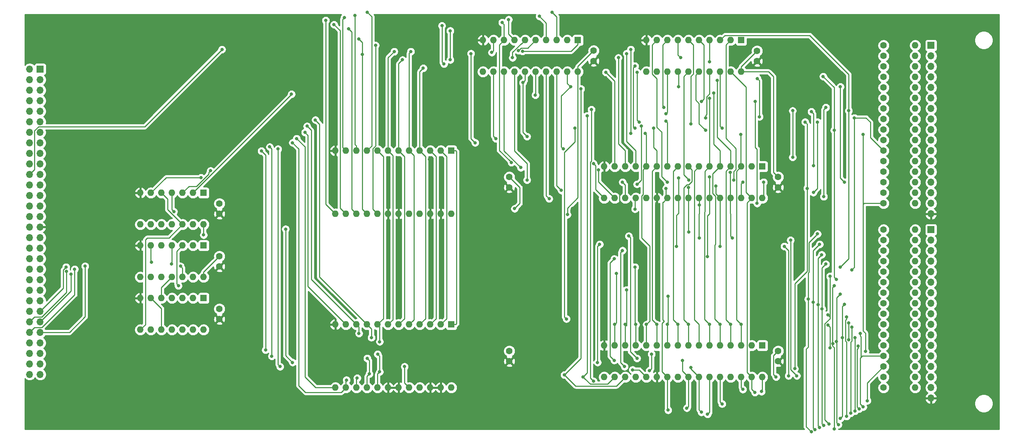
<source format=gbr>
G04 #@! TF.GenerationSoftware,KiCad,Pcbnew,5.1.5+dfsg1-2build2*
G04 #@! TF.CreationDate,2021-02-11T10:57:50+00:00*
G04 #@! TF.ProjectId,memory,6d656d6f-7279-42e6-9b69-6361645f7063,rev?*
G04 #@! TF.SameCoordinates,Original*
G04 #@! TF.FileFunction,Copper,L2,Bot*
G04 #@! TF.FilePolarity,Positive*
%FSLAX46Y46*%
G04 Gerber Fmt 4.6, Leading zero omitted, Abs format (unit mm)*
G04 Created by KiCad (PCBNEW 5.1.5+dfsg1-2build2) date 2021-02-11 10:57:50*
%MOMM*%
%LPD*%
G04 APERTURE LIST*
%ADD10O,1.600000X1.600000*%
%ADD11R,1.600000X1.600000*%
%ADD12C,1.600000*%
%ADD13O,1.700000X1.700000*%
%ADD14R,1.700000X1.700000*%
%ADD15C,0.800000*%
%ADD16C,0.250000*%
%ADD17C,0.254000*%
G04 APERTURE END LIST*
D10*
X203200000Y-129540000D03*
X165100000Y-121920000D03*
X200660000Y-129540000D03*
X167640000Y-121920000D03*
X198120000Y-129540000D03*
X170180000Y-121920000D03*
X195580000Y-129540000D03*
X172720000Y-121920000D03*
X193040000Y-129540000D03*
X175260000Y-121920000D03*
X190500000Y-129540000D03*
X177800000Y-121920000D03*
X187960000Y-129540000D03*
X180340000Y-121920000D03*
X185420000Y-129540000D03*
X182880000Y-121920000D03*
X182880000Y-129540000D03*
X185420000Y-121920000D03*
X180340000Y-129540000D03*
X187960000Y-121920000D03*
X177800000Y-129540000D03*
X190500000Y-121920000D03*
X175260000Y-129540000D03*
X193040000Y-121920000D03*
X172720000Y-129540000D03*
X195580000Y-121920000D03*
X170180000Y-129540000D03*
X198120000Y-121920000D03*
X167640000Y-129540000D03*
X200660000Y-121920000D03*
X165100000Y-129540000D03*
D11*
X203200000Y-121920000D03*
D10*
X203200000Y-86360000D03*
X165100000Y-78740000D03*
X200660000Y-86360000D03*
X167640000Y-78740000D03*
X198120000Y-86360000D03*
X170180000Y-78740000D03*
X195580000Y-86360000D03*
X172720000Y-78740000D03*
X193040000Y-86360000D03*
X175260000Y-78740000D03*
X190500000Y-86360000D03*
X177800000Y-78740000D03*
X187960000Y-86360000D03*
X180340000Y-78740000D03*
X185420000Y-86360000D03*
X182880000Y-78740000D03*
X182880000Y-86360000D03*
X185420000Y-78740000D03*
X180340000Y-86360000D03*
X187960000Y-78740000D03*
X177800000Y-86360000D03*
X190500000Y-78740000D03*
X175260000Y-86360000D03*
X193040000Y-78740000D03*
X172720000Y-86360000D03*
X195580000Y-78740000D03*
X170180000Y-86360000D03*
X198120000Y-78740000D03*
X167640000Y-86360000D03*
X200660000Y-78740000D03*
X165100000Y-86360000D03*
D11*
X203200000Y-78740000D03*
D10*
X68580000Y-92710000D03*
X53340000Y-85090000D03*
X66040000Y-92710000D03*
X55880000Y-85090000D03*
X63500000Y-92710000D03*
X58420000Y-85090000D03*
X60960000Y-92710000D03*
X60960000Y-85090000D03*
X58420000Y-92710000D03*
X63500000Y-85090000D03*
X55880000Y-92710000D03*
X66040000Y-85090000D03*
X53340000Y-92710000D03*
D11*
X68580000Y-85090000D03*
D10*
X240030000Y-132080000D03*
D12*
X232410000Y-132080000D03*
D10*
X240030000Y-129540000D03*
D12*
X232410000Y-129540000D03*
D10*
X240030000Y-127000000D03*
D12*
X232410000Y-127000000D03*
D10*
X240030000Y-124460000D03*
D12*
X232410000Y-124460000D03*
D10*
X240030000Y-121920000D03*
D12*
X232410000Y-121920000D03*
D10*
X240030000Y-119380000D03*
D12*
X232410000Y-119380000D03*
D10*
X240030000Y-116840000D03*
D12*
X232410000Y-116840000D03*
D10*
X240030000Y-114300000D03*
D12*
X232410000Y-114300000D03*
D10*
X240030000Y-111760000D03*
D12*
X232410000Y-111760000D03*
D10*
X240030000Y-109220000D03*
D12*
X232410000Y-109220000D03*
D10*
X240030000Y-106680000D03*
D12*
X232410000Y-106680000D03*
D10*
X240030000Y-104140000D03*
D12*
X232410000Y-104140000D03*
D10*
X240030000Y-101600000D03*
D12*
X232410000Y-101600000D03*
D10*
X240030000Y-99060000D03*
D12*
X232410000Y-99060000D03*
D10*
X240030000Y-96520000D03*
D12*
X232410000Y-96520000D03*
D10*
X240030000Y-93980000D03*
D12*
X232410000Y-93980000D03*
D10*
X240030000Y-87630000D03*
D12*
X232410000Y-87630000D03*
D10*
X240030000Y-85090000D03*
D12*
X232410000Y-85090000D03*
D10*
X240030000Y-82550000D03*
D12*
X232410000Y-82550000D03*
D10*
X240030000Y-80010000D03*
D12*
X232410000Y-80010000D03*
D10*
X240030000Y-77470000D03*
D12*
X232410000Y-77470000D03*
D10*
X240030000Y-74930000D03*
D12*
X232410000Y-74930000D03*
D10*
X240030000Y-72390000D03*
D12*
X232410000Y-72390000D03*
D10*
X240030000Y-69850000D03*
D12*
X232410000Y-69850000D03*
D10*
X240030000Y-67310000D03*
D12*
X232410000Y-67310000D03*
D10*
X240030000Y-64770000D03*
D12*
X232410000Y-64770000D03*
D10*
X240030000Y-62230000D03*
D12*
X232410000Y-62230000D03*
D10*
X240030000Y-59690000D03*
D12*
X232410000Y-59690000D03*
D10*
X240030000Y-57150000D03*
D12*
X232410000Y-57150000D03*
D10*
X240030000Y-54610000D03*
D12*
X232410000Y-54610000D03*
D10*
X240030000Y-52070000D03*
D12*
X232410000Y-52070000D03*
D10*
X240030000Y-49530000D03*
D12*
X232410000Y-49530000D03*
D10*
X128270000Y-132080000D03*
X100330000Y-116840000D03*
X125730000Y-132080000D03*
X102870000Y-116840000D03*
X123190000Y-132080000D03*
X105410000Y-116840000D03*
X120650000Y-132080000D03*
X107950000Y-116840000D03*
X118110000Y-132080000D03*
X110490000Y-116840000D03*
X115570000Y-132080000D03*
X113030000Y-116840000D03*
X113030000Y-132080000D03*
X115570000Y-116840000D03*
X110490000Y-132080000D03*
X118110000Y-116840000D03*
X107950000Y-132080000D03*
X120650000Y-116840000D03*
X105410000Y-132080000D03*
X123190000Y-116840000D03*
X102870000Y-132080000D03*
X125730000Y-116840000D03*
X100330000Y-132080000D03*
D11*
X128270000Y-116840000D03*
D10*
X128270000Y-90170000D03*
X100330000Y-74930000D03*
X125730000Y-90170000D03*
X102870000Y-74930000D03*
X123190000Y-90170000D03*
X105410000Y-74930000D03*
X120650000Y-90170000D03*
X107950000Y-74930000D03*
X118110000Y-90170000D03*
X110490000Y-74930000D03*
X115570000Y-90170000D03*
X113030000Y-74930000D03*
X113030000Y-90170000D03*
X115570000Y-74930000D03*
X110490000Y-90170000D03*
X118110000Y-74930000D03*
X107950000Y-90170000D03*
X120650000Y-74930000D03*
X105410000Y-90170000D03*
X123190000Y-74930000D03*
X102870000Y-90170000D03*
X125730000Y-74930000D03*
X100330000Y-90170000D03*
D11*
X128270000Y-74930000D03*
D10*
X198120000Y-55880000D03*
X175260000Y-48260000D03*
X195580000Y-55880000D03*
X177800000Y-48260000D03*
X193040000Y-55880000D03*
X180340000Y-48260000D03*
X190500000Y-55880000D03*
X182880000Y-48260000D03*
X187960000Y-55880000D03*
X185420000Y-48260000D03*
X185420000Y-55880000D03*
X187960000Y-48260000D03*
X182880000Y-55880000D03*
X190500000Y-48260000D03*
X180340000Y-55880000D03*
X193040000Y-48260000D03*
X177800000Y-55880000D03*
X195580000Y-48260000D03*
X175260000Y-55880000D03*
D11*
X198120000Y-48260000D03*
D10*
X158750000Y-55880000D03*
X135890000Y-48260000D03*
X156210000Y-55880000D03*
X138430000Y-48260000D03*
X153670000Y-55880000D03*
X140970000Y-48260000D03*
X151130000Y-55880000D03*
X143510000Y-48260000D03*
X148590000Y-55880000D03*
X146050000Y-48260000D03*
X146050000Y-55880000D03*
X148590000Y-48260000D03*
X143510000Y-55880000D03*
X151130000Y-48260000D03*
X140970000Y-55880000D03*
X153670000Y-48260000D03*
X138430000Y-55880000D03*
X156210000Y-48260000D03*
X135890000Y-55880000D03*
D11*
X158750000Y-48260000D03*
D10*
X68580000Y-118110000D03*
X53340000Y-110490000D03*
X66040000Y-118110000D03*
X55880000Y-110490000D03*
X63500000Y-118110000D03*
X58420000Y-110490000D03*
X60960000Y-118110000D03*
X60960000Y-110490000D03*
X58420000Y-118110000D03*
X63500000Y-110490000D03*
X55880000Y-118110000D03*
X66040000Y-110490000D03*
X53340000Y-118110000D03*
D11*
X68580000Y-110490000D03*
D10*
X68580000Y-105410000D03*
X53340000Y-97790000D03*
X66040000Y-105410000D03*
X55880000Y-97790000D03*
X63500000Y-105410000D03*
X58420000Y-97790000D03*
X60960000Y-105410000D03*
X60960000Y-97790000D03*
X58420000Y-105410000D03*
X63500000Y-97790000D03*
X55880000Y-105410000D03*
X66040000Y-97790000D03*
X53340000Y-105410000D03*
D11*
X68580000Y-97790000D03*
D13*
X243840000Y-134620000D03*
X243840000Y-132080000D03*
X243840000Y-129540000D03*
X243840000Y-127000000D03*
X243840000Y-124460000D03*
X243840000Y-121920000D03*
X243840000Y-119380000D03*
X243840000Y-116840000D03*
X243840000Y-114300000D03*
X243840000Y-111760000D03*
X243840000Y-109220000D03*
X243840000Y-106680000D03*
X243840000Y-104140000D03*
X243840000Y-101600000D03*
X243840000Y-99060000D03*
X243840000Y-96520000D03*
D14*
X243840000Y-93980000D03*
D13*
X243840000Y-90170000D03*
X243840000Y-87630000D03*
X243840000Y-85090000D03*
X243840000Y-82550000D03*
X243840000Y-80010000D03*
X243840000Y-77470000D03*
X243840000Y-74930000D03*
X243840000Y-72390000D03*
X243840000Y-69850000D03*
X243840000Y-67310000D03*
X243840000Y-64770000D03*
X243840000Y-62230000D03*
X243840000Y-59690000D03*
X243840000Y-57150000D03*
X243840000Y-54610000D03*
X243840000Y-52070000D03*
D14*
X243840000Y-49530000D03*
D13*
X26670000Y-128905000D03*
X29210000Y-128905000D03*
X26670000Y-126365000D03*
X29210000Y-126365000D03*
X26670000Y-123825000D03*
X29210000Y-123825000D03*
X26670000Y-121285000D03*
X29210000Y-121285000D03*
X26670000Y-118745000D03*
X29210000Y-118745000D03*
X26670000Y-116205000D03*
X29210000Y-116205000D03*
X26670000Y-113665000D03*
X29210000Y-113665000D03*
X26670000Y-111125000D03*
X29210000Y-111125000D03*
X26670000Y-108585000D03*
X29210000Y-108585000D03*
X26670000Y-106045000D03*
X29210000Y-106045000D03*
X26670000Y-103505000D03*
X29210000Y-103505000D03*
X26670000Y-100965000D03*
X29210000Y-100965000D03*
X26670000Y-98425000D03*
X29210000Y-98425000D03*
X26670000Y-95885000D03*
X29210000Y-95885000D03*
X26670000Y-93345000D03*
X29210000Y-93345000D03*
X26670000Y-90805000D03*
X29210000Y-90805000D03*
X26670000Y-88265000D03*
X29210000Y-88265000D03*
X26670000Y-85725000D03*
X29210000Y-85725000D03*
X26670000Y-83185000D03*
X29210000Y-83185000D03*
X26670000Y-80645000D03*
X29210000Y-80645000D03*
X26670000Y-78105000D03*
X29210000Y-78105000D03*
X26670000Y-75565000D03*
X29210000Y-75565000D03*
X26670000Y-73025000D03*
X29210000Y-73025000D03*
X26670000Y-70485000D03*
X29210000Y-70485000D03*
X26670000Y-67945000D03*
X29210000Y-67945000D03*
X26670000Y-65405000D03*
X29210000Y-65405000D03*
X26670000Y-62865000D03*
X29210000Y-62865000D03*
X26670000Y-60325000D03*
X29210000Y-60325000D03*
X26670000Y-57785000D03*
X29210000Y-57785000D03*
X26670000Y-55245000D03*
D14*
X29210000Y-55245000D03*
D12*
X207010000Y-125730000D03*
X207010000Y-123230000D03*
X207010000Y-83780000D03*
X207010000Y-81280000D03*
X142240000Y-125730000D03*
X142240000Y-123230000D03*
X142240000Y-83780000D03*
X142240000Y-81280000D03*
X201930000Y-53340000D03*
X201930000Y-50840000D03*
X162560000Y-53300000D03*
X162560000Y-50800000D03*
X72390000Y-115570000D03*
X72390000Y-113070000D03*
X72390000Y-90170000D03*
X72390000Y-87670000D03*
X72390000Y-102870000D03*
X72390000Y-100370000D03*
D15*
X177800000Y-87630000D03*
X157480000Y-88900000D03*
X113000000Y-77000000D03*
X115500000Y-77000000D03*
X123000000Y-77000000D03*
X126000000Y-77000000D03*
X163000000Y-86000000D03*
X168780000Y-88260000D03*
X143510000Y-88900000D03*
X68580000Y-95250000D03*
X219500000Y-122500000D03*
X219000000Y-117000000D03*
X224000000Y-116500000D03*
X224000000Y-120500000D03*
X206500000Y-129500000D03*
X198500000Y-132500000D03*
X203000000Y-133000000D03*
X156225010Y-90336649D03*
X198500000Y-82500000D03*
X203500000Y-82500000D03*
X111000000Y-121000000D03*
X171500000Y-50500000D03*
X215000000Y-142725010D03*
X216500000Y-95000000D03*
X214225001Y-110725001D03*
X175000000Y-70774990D03*
X171500000Y-70774990D03*
X175260000Y-116840000D03*
X172500000Y-54500000D03*
X215875165Y-142225010D03*
X172500000Y-69500000D03*
X217000000Y-97500000D03*
X215475166Y-111475166D03*
X114500000Y-51000000D03*
X144451168Y-50786180D03*
X176999987Y-69500000D03*
X177800000Y-116840000D03*
X173000000Y-56000000D03*
X217000000Y-141725010D03*
X173500000Y-68000000D03*
X217500000Y-100000000D03*
X216600001Y-112100001D03*
X116500000Y-53000000D03*
X143000000Y-52500000D03*
X180000000Y-67774990D03*
X180340000Y-116840000D03*
X158000000Y-69500000D03*
X156000000Y-115500000D03*
X180500000Y-110000000D03*
X218000000Y-141225010D03*
X217600001Y-113100001D03*
X138000000Y-51225010D03*
X133000000Y-51500000D03*
X134000000Y-73000000D03*
X218500000Y-102274990D03*
X182880000Y-116840000D03*
X118500000Y-51000000D03*
X219290278Y-140815597D03*
X219000000Y-114500000D03*
X121500000Y-55000000D03*
X139000000Y-72000000D03*
X219500000Y-105225010D03*
X185420000Y-116840000D03*
X220500000Y-142000000D03*
X145500000Y-58500000D03*
X146500000Y-71500000D03*
X220512660Y-107512660D03*
X220225010Y-121500000D03*
X148500000Y-61500000D03*
X221500000Y-141000000D03*
X222000000Y-109500000D03*
X190500000Y-62274990D03*
X190500000Y-116840000D03*
X221065314Y-120957862D03*
X222000000Y-139500000D03*
X223000000Y-112000000D03*
X222500000Y-120000000D03*
X157000000Y-59500000D03*
X191500000Y-61000000D03*
X193040000Y-116840000D03*
X155225010Y-74500000D03*
X223500000Y-139000000D03*
X223500000Y-115000000D03*
X190000000Y-138500000D03*
X167500000Y-125500000D03*
X167500000Y-101000000D03*
X190000000Y-100500000D03*
X37500000Y-103500000D03*
X190500000Y-81280000D03*
X196269989Y-82027100D03*
X224500000Y-138225010D03*
X188500000Y-138000000D03*
X188000000Y-96000000D03*
X164000000Y-97500000D03*
X163500000Y-126000000D03*
X63017898Y-102774990D03*
X40017898Y-102774990D03*
X188500000Y-63000000D03*
X201500000Y-63000000D03*
X188000000Y-88000000D03*
X201930000Y-87630000D03*
X186017898Y-127224790D03*
X224725010Y-117500000D03*
X225500000Y-137725010D03*
X225500000Y-120000000D03*
X180500000Y-137500000D03*
X35500000Y-104000000D03*
X186000000Y-68500000D03*
X174000000Y-69000000D03*
X173000000Y-83000000D03*
X180000000Y-84000000D03*
X226500000Y-137225010D03*
X226274990Y-122017898D03*
X185000000Y-137000000D03*
X185500000Y-94500000D03*
X173000000Y-125000000D03*
X36615276Y-104713597D03*
X180340000Y-82550000D03*
X185420000Y-83820000D03*
X171000000Y-95500000D03*
X183987340Y-125487340D03*
X227500000Y-136725010D03*
X192314990Y-58000000D03*
X226774990Y-119000000D03*
X195580000Y-116840000D03*
X228500000Y-135225010D03*
X191987340Y-83487340D03*
X185500000Y-82000000D03*
X193500000Y-136000000D03*
X193000000Y-98000000D03*
X208500000Y-98000000D03*
X35428338Y-103002559D03*
X60811009Y-102274990D03*
X209500000Y-129225010D03*
X189500000Y-70000000D03*
X198000000Y-71000000D03*
X198120000Y-116840000D03*
X201411818Y-133225010D03*
X89750000Y-61280000D03*
X61407660Y-89592340D03*
X145441711Y-50923467D03*
X73000000Y-50500000D03*
X111000000Y-128274990D03*
X193500000Y-69500000D03*
X227500000Y-71000000D03*
X82500000Y-75000000D03*
X83500000Y-123000000D03*
X110500000Y-124000000D03*
X171934091Y-127774174D03*
X228020000Y-123300000D03*
X108500000Y-128774990D03*
X84500000Y-74000000D03*
X85000000Y-124500000D03*
X108000000Y-125000000D03*
X189500000Y-67000000D03*
X213500000Y-68000000D03*
X214000000Y-84000000D03*
X211000000Y-127500000D03*
X176500000Y-124000000D03*
X176000000Y-128000000D03*
X105578920Y-129759350D03*
X87000000Y-127000000D03*
X86500000Y-74500000D03*
X155500000Y-129000000D03*
X159500000Y-60000000D03*
X183000000Y-59500000D03*
X223000000Y-82500000D03*
X222000000Y-59500000D03*
X103000000Y-130229989D03*
X180000000Y-66000000D03*
X161000000Y-66500000D03*
X90000000Y-73000000D03*
X215000000Y-65500000D03*
X215500000Y-78500000D03*
X160012660Y-129487340D03*
X179500000Y-64500000D03*
X162000000Y-65000000D03*
X162500000Y-130500000D03*
X91000000Y-72000000D03*
X210500000Y-76500000D03*
X210500000Y-65274990D03*
X183500000Y-52500000D03*
X93000000Y-70500000D03*
X202000000Y-57500000D03*
X202500000Y-66725010D03*
X168000000Y-104500000D03*
X167640000Y-116840000D03*
X224750000Y-103640000D03*
X225360000Y-67000000D03*
X106000000Y-119000000D03*
X190500000Y-53500000D03*
X220500000Y-70000000D03*
X93500000Y-69000000D03*
X221000000Y-106000000D03*
X170500000Y-108500000D03*
X170180000Y-116840000D03*
X217850000Y-57020000D03*
X109000000Y-120000000D03*
X95500000Y-67500000D03*
X222000000Y-103000000D03*
X172500000Y-103000000D03*
X172720000Y-116840000D03*
X224000000Y-65270000D03*
X110000000Y-49500000D03*
X215500000Y-85000000D03*
X216500000Y-68000000D03*
X154774988Y-84500000D03*
X106000000Y-48000000D03*
X218000000Y-86000000D03*
X151824979Y-86500000D03*
X172500000Y-89000000D03*
X218500000Y-64500000D03*
X106850000Y-51720000D03*
X103500000Y-45500000D03*
X128000000Y-46000000D03*
X128000000Y-53000000D03*
X169500000Y-82500000D03*
X146500000Y-82000000D03*
X100000000Y-44500000D03*
X126500000Y-54000000D03*
X126000000Y-44774990D03*
X145000000Y-79000000D03*
X163725010Y-79517898D03*
X98000000Y-43500000D03*
X140500000Y-44000000D03*
X142737340Y-77762660D03*
X162500000Y-78000000D03*
X102500000Y-42774990D03*
X165500000Y-56000000D03*
X142070747Y-43274990D03*
X105000000Y-42274990D03*
X168500000Y-52500000D03*
X149500000Y-42500000D03*
X108000000Y-41500000D03*
X152500000Y-41500000D03*
X170500000Y-51500000D03*
X56000000Y-101824979D03*
X62500000Y-107500000D03*
X183000000Y-81500000D03*
X170000000Y-127000000D03*
X169500000Y-99000000D03*
X182500000Y-98000000D03*
X67934135Y-81434135D03*
X196000000Y-96000000D03*
X210000000Y-96500000D03*
X211500000Y-129225010D03*
X195497183Y-80137550D03*
X70252340Y-79752340D03*
X117000000Y-127000000D03*
X90000000Y-126000000D03*
X88335001Y-93835001D03*
D16*
X168780000Y-84375000D02*
X168780000Y-88260000D01*
X165100000Y-80695000D02*
X168780000Y-84375000D01*
X165100000Y-78740000D02*
X165100000Y-80695000D01*
X144780000Y-87630000D02*
X143510000Y-88900000D01*
X198120000Y-54650000D02*
X201930000Y-50840000D01*
X198120000Y-55880000D02*
X198120000Y-54650000D01*
X68580000Y-95250000D02*
X68580000Y-92710000D01*
X158750000Y-54610000D02*
X162560000Y-50800000D01*
X158750000Y-55880000D02*
X158750000Y-54610000D01*
X219500000Y-117500000D02*
X219000000Y-117000000D01*
X219500000Y-122500000D02*
X219500000Y-117500000D01*
X224000000Y-116500000D02*
X224000000Y-120500000D01*
X205884999Y-128884999D02*
X206500000Y-129500000D01*
X205884999Y-124355001D02*
X205884999Y-128884999D01*
X207010000Y-123230000D02*
X205884999Y-124355001D01*
X198120000Y-129540000D02*
X198120000Y-132120000D01*
X198120000Y-132120000D02*
X198500000Y-132500000D01*
X203200000Y-132800000D02*
X203000000Y-133000000D01*
X203200000Y-129540000D02*
X203200000Y-132800000D01*
X158750000Y-55880000D02*
X158750000Y-86261670D01*
X156225010Y-88786660D02*
X156225010Y-89770964D01*
X158750000Y-86261670D02*
X156225010Y-88786660D01*
X156225010Y-89770964D02*
X156225010Y-90336649D01*
X198120000Y-82880000D02*
X198500000Y-82500000D01*
X198120000Y-86360000D02*
X198120000Y-82880000D01*
X203500000Y-86060000D02*
X203200000Y-86360000D01*
X203500000Y-82500000D02*
X203500000Y-86060000D01*
X144780000Y-83820000D02*
X142240000Y-81280000D01*
X144780000Y-87630000D02*
X144780000Y-83820000D01*
X68580000Y-104180000D02*
X72390000Y-100370000D01*
X68580000Y-105410000D02*
X68580000Y-104180000D01*
X204700000Y-55880000D02*
X198120000Y-55880000D01*
X205884999Y-57064999D02*
X204700000Y-55880000D01*
X205884999Y-80154999D02*
X205884999Y-57064999D01*
X207010000Y-81280000D02*
X205884999Y-80154999D01*
X111904999Y-115425001D02*
X110490000Y-116840000D01*
X111904999Y-76344999D02*
X111904999Y-115425001D01*
X110490000Y-74930000D02*
X111904999Y-76344999D01*
X111000000Y-117350000D02*
X110490000Y-116840000D01*
X111000000Y-121000000D02*
X111000000Y-117350000D01*
X213774999Y-141500009D02*
X215000000Y-142725010D01*
X213774999Y-122725001D02*
X213774999Y-141500009D01*
X214225001Y-112164999D02*
X214225001Y-122274999D01*
X214225001Y-122274999D02*
X213774999Y-122725001D01*
X214225001Y-112164999D02*
X214225001Y-110725001D01*
X174134999Y-95998589D02*
X176059999Y-97923588D01*
X176059999Y-97923588D02*
X176059999Y-116040001D01*
X176059999Y-116040001D02*
X175260000Y-116840000D01*
X214225001Y-104411410D02*
X214450011Y-104186400D01*
X214225001Y-110725001D02*
X214225001Y-104411410D01*
X214450011Y-104186400D02*
X214450011Y-97049989D01*
X214450011Y-97049989D02*
X216100001Y-95399999D01*
X216100001Y-95399999D02*
X216500000Y-95000000D01*
X171500000Y-50500000D02*
X171500000Y-70774990D01*
X175260000Y-74930000D02*
X175260000Y-71034990D01*
X175260000Y-71034990D02*
X175000000Y-70774990D01*
X175260000Y-74930000D02*
X175260000Y-78740000D01*
X174460001Y-85494997D02*
X174134999Y-85819999D01*
X174134999Y-85819999D02*
X174134999Y-95998589D01*
X174460001Y-79539999D02*
X174460001Y-85494997D01*
X175260000Y-78740000D02*
X174460001Y-79539999D01*
X175260000Y-116840000D02*
X175260000Y-121920000D01*
X114155001Y-115714999D02*
X113030000Y-116840000D01*
X114155001Y-76055001D02*
X114155001Y-115714999D01*
X113030000Y-74930000D02*
X114155001Y-76055001D01*
X176674999Y-115714999D02*
X177800000Y-116840000D01*
X172500000Y-54500000D02*
X172100001Y-54899999D01*
X172100001Y-54899999D02*
X172100001Y-69230001D01*
X215475166Y-141825011D02*
X215875165Y-142225010D01*
X215475166Y-113454834D02*
X215475166Y-141825011D01*
X215475166Y-113454834D02*
X215475166Y-114024834D01*
X172230001Y-69230001D02*
X172500000Y-69500000D01*
X172100001Y-69230001D02*
X172230001Y-69230001D01*
X215475166Y-99024834D02*
X217000000Y-97500000D01*
X215475166Y-113454834D02*
X215475166Y-99024834D01*
X113030000Y-74930000D02*
X113030000Y-52470000D01*
X113030000Y-52470000D02*
X114500000Y-51000000D01*
X146689977Y-50160023D02*
X145077325Y-50160023D01*
X148590000Y-48260000D02*
X146689977Y-50160023D01*
X145077325Y-50160023D02*
X144851167Y-50386181D01*
X144851167Y-50386181D02*
X144451168Y-50786180D01*
X176999987Y-74129987D02*
X176999987Y-69500000D01*
X177800000Y-74930000D02*
X176999987Y-74129987D01*
X177800000Y-74930000D02*
X177800000Y-78740000D01*
X177800000Y-116840000D02*
X177800000Y-121920000D01*
X176674999Y-79865001D02*
X176674999Y-115714999D01*
X177800000Y-78740000D02*
X176674999Y-79865001D01*
X116984999Y-115425001D02*
X115570000Y-116840000D01*
X116984999Y-76344999D02*
X116984999Y-115425001D01*
X115570000Y-74930000D02*
X116984999Y-76344999D01*
X173000000Y-56000000D02*
X173000000Y-67590000D01*
X216600001Y-114869999D02*
X216600001Y-141325011D01*
X216600001Y-141325011D02*
X217000000Y-141725010D01*
X173090000Y-67590000D02*
X173500000Y-68000000D01*
X173000000Y-67590000D02*
X173090000Y-67590000D01*
X216600001Y-100899999D02*
X217500000Y-100000000D01*
X216600001Y-114869999D02*
X216600001Y-100899999D01*
X115570000Y-53930000D02*
X116500000Y-53000000D01*
X115570000Y-74930000D02*
X115570000Y-53930000D01*
X145152029Y-49059999D02*
X145250001Y-49059999D01*
X143000000Y-51212028D02*
X145152029Y-49059999D01*
X143000000Y-52500000D02*
X143000000Y-51212028D01*
X145250001Y-49059999D02*
X146050000Y-48260000D01*
X180340000Y-68114990D02*
X180000000Y-67774990D01*
X180340000Y-74930000D02*
X180340000Y-68114990D01*
X180340000Y-74930000D02*
X180340000Y-78740000D01*
X180340000Y-121920000D02*
X180340000Y-116840000D01*
X158000000Y-69500000D02*
X158000000Y-72798012D01*
X158000000Y-72798012D02*
X155500000Y-75298012D01*
X155500000Y-115000000D02*
X156000000Y-115500000D01*
X155500000Y-75298012D02*
X155500000Y-115000000D01*
X180500000Y-116680000D02*
X180340000Y-116840000D01*
X180500000Y-110000000D02*
X180500000Y-116680000D01*
X181754999Y-115714999D02*
X182880000Y-116840000D01*
X217600001Y-116409999D02*
X217600001Y-140825011D01*
X217600001Y-140825011D02*
X218000000Y-141225010D01*
X217600001Y-116409999D02*
X217600001Y-116899999D01*
X217600001Y-116409999D02*
X217600001Y-113100001D01*
X118909999Y-116040001D02*
X118110000Y-116840000D01*
X119235001Y-115714999D02*
X118909999Y-116040001D01*
X119235001Y-76055001D02*
X119235001Y-115714999D01*
X118110000Y-74930000D02*
X119235001Y-76055001D01*
X138430000Y-50795010D02*
X138399999Y-50825011D01*
X138399999Y-50825011D02*
X138000000Y-51225010D01*
X138430000Y-48260000D02*
X138430000Y-50795010D01*
X133000000Y-72000000D02*
X134000000Y-73000000D01*
X133000000Y-51500000D02*
X133000000Y-72000000D01*
X217600001Y-103174989D02*
X218500000Y-102274990D01*
X217600001Y-113100001D02*
X217600001Y-103174989D01*
X182880000Y-116840000D02*
X182880000Y-121920000D01*
X182080001Y-79539999D02*
X182880000Y-78740000D01*
X181754999Y-79865001D02*
X182080001Y-79539999D01*
X181754999Y-115714999D02*
X181754999Y-79865001D01*
X118110000Y-51390000D02*
X118500000Y-51000000D01*
X118110000Y-74930000D02*
X118110000Y-51390000D01*
X122064999Y-115425001D02*
X120650000Y-116840000D01*
X122064999Y-76344999D02*
X122064999Y-115425001D01*
X120650000Y-74930000D02*
X122064999Y-76344999D01*
X120650000Y-74930000D02*
X120650000Y-73276996D01*
X120650000Y-73276996D02*
X120650000Y-56850000D01*
X120650000Y-55850000D02*
X121500000Y-55000000D01*
X120650000Y-56850000D02*
X120650000Y-55850000D01*
X138430000Y-71430000D02*
X139000000Y-72000000D01*
X138430000Y-55880000D02*
X138430000Y-71430000D01*
X186225002Y-82348002D02*
X186225002Y-79545002D01*
X185071999Y-83094999D02*
X185478005Y-83094999D01*
X184294999Y-83871999D02*
X185071999Y-83094999D01*
X184294999Y-115714999D02*
X184294999Y-83871999D01*
X186225002Y-79545002D02*
X185420000Y-78740000D01*
X185478005Y-83094999D02*
X186225002Y-82348002D01*
X185420000Y-116840000D02*
X184294999Y-115714999D01*
X185420000Y-116840000D02*
X185420000Y-121920000D01*
X218274998Y-139800317D02*
X218274998Y-116651998D01*
X219500000Y-115426996D02*
X219500000Y-105790695D01*
X218274998Y-116651998D02*
X219500000Y-115426996D01*
X219290278Y-140815597D02*
X218274998Y-139800317D01*
X219500000Y-105790695D02*
X219500000Y-105225010D01*
X219500000Y-115000000D02*
X219000000Y-114500000D01*
X219500000Y-115426996D02*
X219500000Y-115000000D01*
X124604999Y-115425001D02*
X123190000Y-116840000D01*
X124604999Y-76344999D02*
X124604999Y-115425001D01*
X123190000Y-74930000D02*
X124604999Y-76344999D01*
X146050000Y-57950000D02*
X145500000Y-58500000D01*
X146050000Y-55880000D02*
X146050000Y-57950000D01*
X145500000Y-70500000D02*
X146500000Y-71500000D01*
X145500000Y-58500000D02*
X145500000Y-70500000D01*
X187960000Y-116840000D02*
X187960000Y-121920000D01*
X186834999Y-115714999D02*
X187960000Y-116840000D01*
X186834999Y-79865001D02*
X186834999Y-115714999D01*
X187960000Y-78740000D02*
X186834999Y-79865001D01*
X220112661Y-107912659D02*
X220512660Y-107512660D01*
X220100001Y-122026999D02*
X220100001Y-107925319D01*
X220100001Y-107925319D02*
X220112661Y-107912659D01*
X220500000Y-142000000D02*
X220500000Y-122426998D01*
X220500000Y-122426998D02*
X220100001Y-122026999D01*
X220100001Y-121625009D02*
X220225010Y-121500000D01*
X220100001Y-122026999D02*
X220100001Y-121625009D01*
X127144999Y-115425001D02*
X125730000Y-116840000D01*
X127144999Y-76344999D02*
X127144999Y-115425001D01*
X125730000Y-74930000D02*
X127144999Y-76344999D01*
X148590000Y-55880000D02*
X148590000Y-61410000D01*
X148590000Y-61410000D02*
X148500000Y-61500000D01*
X221500000Y-141000000D02*
X221100001Y-140600001D01*
X221100001Y-140600001D02*
X221100001Y-120529999D01*
X221100001Y-110399999D02*
X222000000Y-109500000D01*
X221100001Y-120529999D02*
X221100001Y-110399999D01*
X190500000Y-74930000D02*
X190500000Y-62274990D01*
X189274999Y-115614999D02*
X189700001Y-116040001D01*
X189700001Y-116040001D02*
X190500000Y-116840000D01*
X190500000Y-74930000D02*
X190500000Y-78500000D01*
X190500000Y-116840000D02*
X190500000Y-121920000D01*
X189374999Y-79865001D02*
X189374999Y-89625001D01*
X190500000Y-78740000D02*
X189374999Y-79865001D01*
X189274999Y-89725001D02*
X189274999Y-115614999D01*
X189374999Y-89625001D02*
X189274999Y-89725001D01*
X129320000Y-74930000D02*
X129540000Y-75150000D01*
X128270000Y-74930000D02*
X129320000Y-74930000D01*
X129320000Y-116840000D02*
X128270000Y-116840000D01*
X129540000Y-116620000D02*
X129320000Y-116840000D01*
X129540000Y-75150000D02*
X129540000Y-116620000D01*
X222000000Y-139500000D02*
X222500000Y-139000000D01*
X222500000Y-112500000D02*
X223000000Y-112000000D01*
X222500000Y-122000000D02*
X222500000Y-112500000D01*
X222500000Y-139000000D02*
X222500000Y-122000000D01*
X222500000Y-122000000D02*
X222500000Y-121670000D01*
X156210000Y-58710000D02*
X157000000Y-59500000D01*
X156210000Y-55880000D02*
X156210000Y-58710000D01*
X191500000Y-61000000D02*
X191500000Y-73390000D01*
X191500000Y-73390000D02*
X193040000Y-74930000D01*
X191774998Y-97651998D02*
X191774998Y-115574998D01*
X192240001Y-116040001D02*
X193040000Y-116840000D01*
X191914999Y-97511997D02*
X191774998Y-97651998D01*
X191774998Y-115574998D02*
X192240001Y-116040001D01*
X193040000Y-74930000D02*
X193040000Y-78740000D01*
X193040000Y-116840000D02*
X193040000Y-121920000D01*
X191914999Y-85871409D02*
X191914999Y-97511997D01*
X191262339Y-85218749D02*
X191914999Y-85871409D01*
X191262339Y-80517661D02*
X191262339Y-85218749D01*
X193040000Y-78740000D02*
X191262339Y-80517661D01*
X154774990Y-61725010D02*
X154774990Y-74049980D01*
X154774990Y-74049980D02*
X155225010Y-74500000D01*
X157000000Y-59500000D02*
X154774990Y-61725010D01*
X190500000Y-132080000D02*
X190500000Y-138000000D01*
X190500000Y-138000000D02*
X190000000Y-138500000D01*
X166514999Y-101985001D02*
X167500000Y-101000000D01*
X167500000Y-125500000D02*
X166514999Y-124514999D01*
X190000000Y-90670000D02*
X190500000Y-90170000D01*
X190000000Y-100500000D02*
X190000000Y-90670000D01*
X26670000Y-118745000D02*
X27845001Y-117569999D01*
X27845001Y-117569999D02*
X29584003Y-117569999D01*
X29584003Y-117569999D02*
X37500000Y-109654002D01*
X37500000Y-109654002D02*
X37500000Y-103500000D01*
X190500000Y-81280000D02*
X190500000Y-86360000D01*
X190500000Y-90170000D02*
X190500000Y-86360000D01*
X166514999Y-124514999D02*
X166514999Y-101985001D01*
X223274998Y-115790687D02*
X223500000Y-115565685D01*
X223274998Y-120848002D02*
X223274998Y-115790687D01*
X223500000Y-121073004D02*
X223274998Y-120848002D01*
X223500000Y-139000000D02*
X223500000Y-121073004D01*
X223500000Y-115565685D02*
X223500000Y-115000000D01*
X190500000Y-132080000D02*
X190500000Y-129540000D01*
X196849791Y-79373799D02*
X196269989Y-79953601D01*
X195580000Y-48260000D02*
X194454999Y-49385001D01*
X194454999Y-49385001D02*
X194454999Y-71954999D01*
X194454999Y-71954999D02*
X196849791Y-74349791D01*
X196849791Y-74349791D02*
X196849791Y-79373799D01*
X196269989Y-79953601D02*
X196269989Y-81461415D01*
X196269989Y-81461415D02*
X196269989Y-82027100D01*
X187960000Y-137460000D02*
X188500000Y-138000000D01*
X187960000Y-132080000D02*
X187960000Y-137460000D01*
X187960000Y-95960000D02*
X188000000Y-96000000D01*
X187960000Y-90170000D02*
X187960000Y-95960000D01*
X163500000Y-98000000D02*
X163500000Y-126000000D01*
X164000000Y-97500000D02*
X163500000Y-98000000D01*
X29210000Y-118745000D02*
X36255000Y-118745000D01*
X63500000Y-103257092D02*
X63417897Y-103174989D01*
X63500000Y-105410000D02*
X63500000Y-103257092D01*
X63417897Y-103174989D02*
X63017898Y-102774990D01*
X40017898Y-114982102D02*
X40017898Y-103340675D01*
X36255000Y-118745000D02*
X40017898Y-114982102D01*
X40017898Y-103340675D02*
X40017898Y-102774990D01*
X189085001Y-49385001D02*
X189085001Y-62414999D01*
X187960000Y-48260000D02*
X189085001Y-49385001D01*
X189085001Y-62414999D02*
X188500000Y-63000000D01*
X201500000Y-63000000D02*
X201500000Y-74104998D01*
X188000000Y-90130000D02*
X187960000Y-90170000D01*
X188000000Y-88000000D02*
X188000000Y-90130000D01*
X201930000Y-74534998D02*
X201930000Y-87630000D01*
X201500000Y-74104998D02*
X201930000Y-74534998D01*
X188000000Y-86400000D02*
X187960000Y-86360000D01*
X187960000Y-129540000D02*
X186017898Y-127597898D01*
X186017898Y-127597898D02*
X186017898Y-127224790D01*
X224500000Y-121073004D02*
X224725010Y-120847994D01*
X224725010Y-118065685D02*
X224725010Y-117500000D01*
X224500000Y-138225010D02*
X224500000Y-121073004D01*
X224725010Y-120847994D02*
X224725010Y-118065685D01*
X187960000Y-132080000D02*
X187960000Y-129540000D01*
X188000000Y-88000000D02*
X188000000Y-86400000D01*
X225500000Y-126290000D02*
X225500000Y-137725010D01*
X225500000Y-126290000D02*
X225500000Y-120000000D01*
X180340000Y-132080000D02*
X180340000Y-137340000D01*
X180340000Y-137340000D02*
X180500000Y-137500000D01*
X27845001Y-115029999D02*
X29584003Y-115029999D01*
X29584003Y-115029999D02*
X35500000Y-109114002D01*
X26670000Y-116205000D02*
X27845001Y-115029999D01*
X35500000Y-109114002D02*
X35500000Y-104000000D01*
X186000000Y-56965002D02*
X186000000Y-68500000D01*
X186545001Y-49385001D02*
X186545001Y-56420001D01*
X186545001Y-56420001D02*
X186000000Y-56965002D01*
X185420000Y-48260000D02*
X186545001Y-49385001D01*
X174000000Y-82000000D02*
X173000000Y-83000000D01*
X174000000Y-69000000D02*
X174000000Y-82000000D01*
X180000000Y-86020000D02*
X180340000Y-86360000D01*
X180000000Y-84000000D02*
X180000000Y-86020000D01*
X179000000Y-128200000D02*
X180340000Y-129540000D01*
X179000000Y-116580002D02*
X179000000Y-128200000D01*
X179540001Y-116040001D02*
X179000000Y-116580002D01*
X179214999Y-87358003D02*
X179214999Y-115714999D01*
X179214999Y-115714999D02*
X179540001Y-116040001D01*
X179341997Y-87358003D02*
X179214999Y-87358003D01*
X180340000Y-86360000D02*
X179341997Y-87358003D01*
X180340000Y-132080000D02*
X180340000Y-129540000D01*
X185420000Y-136580000D02*
X185000000Y-137000000D01*
X185420000Y-132080000D02*
X185420000Y-136580000D01*
X185420000Y-94420000D02*
X185500000Y-94500000D01*
X185420000Y-90170000D02*
X185420000Y-94420000D01*
X171399999Y-123399999D02*
X173000000Y-125000000D01*
X29210000Y-116205000D02*
X36615276Y-108799724D01*
X36615276Y-108799724D02*
X36615276Y-105279282D01*
X36615276Y-105279282D02*
X36615276Y-104713597D01*
X226274990Y-122583583D02*
X226274990Y-122017898D01*
X226500000Y-137225010D02*
X226049988Y-136774998D01*
X226049988Y-136774998D02*
X226049988Y-122808585D01*
X226049988Y-122808585D02*
X226274990Y-122583583D01*
X176674999Y-49385001D02*
X176674999Y-56420001D01*
X177800000Y-48260000D02*
X176674999Y-49385001D01*
X176674999Y-56420001D02*
X177800000Y-57545002D01*
X177800000Y-57545002D02*
X177800000Y-69300000D01*
X177800000Y-69300000D02*
X178943302Y-70443302D01*
X178943302Y-81153302D02*
X180340000Y-82550000D01*
X178943302Y-70443302D02*
X178943302Y-81153302D01*
X185420000Y-83820000D02*
X185420000Y-86360000D01*
X185420000Y-90170000D02*
X185420000Y-86360000D01*
X171399999Y-95899999D02*
X171000000Y-95500000D01*
X171399999Y-123399999D02*
X171399999Y-95899999D01*
X183987340Y-128107340D02*
X183987340Y-125487340D01*
X185420000Y-129540000D02*
X183987340Y-128107340D01*
X185420000Y-132080000D02*
X185420000Y-129540000D01*
X195580000Y-74930000D02*
X192314990Y-71664990D01*
X192314990Y-71664990D02*
X192314990Y-58000000D01*
X226774990Y-119565685D02*
X227000000Y-119790695D01*
X227000000Y-119790695D02*
X227000000Y-124727203D01*
X226774990Y-119000000D02*
X226774990Y-119565685D01*
X227000000Y-124727203D02*
X226774990Y-124952213D01*
X226774990Y-126083583D02*
X226774990Y-125517898D01*
X226774990Y-136000000D02*
X226774990Y-126083583D01*
X227500000Y-136725010D02*
X226774990Y-136000000D01*
X226774990Y-124952213D02*
X226774990Y-125517898D01*
X195580000Y-74930000D02*
X195580000Y-78740000D01*
X195580000Y-116840000D02*
X195580000Y-121920000D01*
X194454999Y-115714999D02*
X195580000Y-116840000D01*
X194454999Y-79865001D02*
X194454999Y-115714999D01*
X195580000Y-78740000D02*
X194454999Y-79865001D01*
X227267203Y-124460000D02*
X232410000Y-124460000D01*
X227000000Y-124727203D02*
X227267203Y-124460000D01*
X228500000Y-130910000D02*
X228500000Y-135225010D01*
X193040000Y-132080000D02*
X193040000Y-135540000D01*
X193040000Y-135540000D02*
X193500000Y-136000000D01*
X29210000Y-113665000D02*
X34774998Y-108100002D01*
X34774998Y-108100002D02*
X34774998Y-103655899D01*
X35028339Y-103402558D02*
X35428338Y-103002559D01*
X34774998Y-103655899D02*
X35028339Y-103402558D01*
X60960000Y-102125999D02*
X60811009Y-102274990D01*
X60960000Y-97790000D02*
X60960000Y-102125999D01*
X185100001Y-81600001D02*
X185500000Y-82000000D01*
X185420000Y-55880000D02*
X184274999Y-57025001D01*
X184274999Y-80774999D02*
X185100001Y-81600001D01*
X209500000Y-99000000D02*
X209500000Y-129225010D01*
X208500000Y-98000000D02*
X209500000Y-99000000D01*
X191987340Y-85307340D02*
X193040000Y-86360000D01*
X191987340Y-83487340D02*
X191987340Y-85307340D01*
X184274999Y-57025001D02*
X184274999Y-80774999D01*
X193040000Y-90170000D02*
X193040000Y-86360000D01*
X193040000Y-97960000D02*
X193040000Y-90170000D01*
X193000000Y-98000000D02*
X193040000Y-97960000D01*
X193040000Y-132080000D02*
X193040000Y-129540000D01*
X228500000Y-130910000D02*
X232410000Y-127000000D01*
X66000000Y-97830000D02*
X66040000Y-97790000D01*
X187160001Y-56679999D02*
X187160001Y-62733005D01*
X187960000Y-55880000D02*
X187160001Y-56679999D01*
X187160001Y-62733005D02*
X187960000Y-63533004D01*
X187960000Y-63533004D02*
X187960000Y-68460000D01*
X189100001Y-69600001D02*
X189500000Y-70000000D01*
X187960000Y-68460000D02*
X189100001Y-69600001D01*
X198000000Y-78620000D02*
X198120000Y-78740000D01*
X198000000Y-71000000D02*
X198000000Y-78620000D01*
X198120000Y-116840000D02*
X198120000Y-121920000D01*
X196994999Y-79865001D02*
X198120000Y-78740000D01*
X198120000Y-116840000D02*
X196994999Y-115714999D01*
X196994999Y-115714999D02*
X196994999Y-79865001D01*
X195580000Y-55880000D02*
X199245001Y-59545001D01*
X68500000Y-97870000D02*
X68580000Y-97790000D01*
X199245001Y-84945001D02*
X200660000Y-86360000D01*
X199245001Y-59545001D02*
X199245001Y-84945001D01*
X200660000Y-129540000D02*
X200660000Y-132473192D01*
X200660000Y-132473192D02*
X201411818Y-133225010D01*
X199860001Y-128740001D02*
X200660000Y-129540000D01*
X199534999Y-87485001D02*
X199534999Y-128414999D01*
X199534999Y-128414999D02*
X199860001Y-128740001D01*
X200660000Y-86360000D02*
X199534999Y-87485001D01*
X89750000Y-61380000D02*
X89750000Y-61280000D01*
X66040000Y-85090000D02*
X89750000Y-61380000D01*
X60960000Y-85090000D02*
X60960000Y-89144680D01*
X60960000Y-89144680D02*
X61407660Y-89592340D01*
X157136533Y-50923467D02*
X146007396Y-50923467D01*
X146007396Y-50923467D02*
X145441711Y-50923467D01*
X158750000Y-49310000D02*
X157136533Y-50923467D01*
X158750000Y-48260000D02*
X158750000Y-49310000D01*
X54379999Y-69120001D02*
X73000000Y-50500000D01*
X27845001Y-79469999D02*
X27845001Y-70110997D01*
X26670000Y-80645000D02*
X27845001Y-79469999D01*
X28835997Y-69120001D02*
X54379999Y-69120001D01*
X27845001Y-70110997D02*
X28835997Y-69120001D01*
X110490000Y-132080000D02*
X110490000Y-128784990D01*
X110490000Y-128784990D02*
X111000000Y-128274990D01*
X193040000Y-69040000D02*
X193500000Y-69500000D01*
X193040000Y-55880000D02*
X193040000Y-69040000D01*
X83500000Y-76000000D02*
X83500000Y-123000000D01*
X82500000Y-75000000D02*
X83500000Y-76000000D01*
X111000000Y-124500000D02*
X111000000Y-128274990D01*
X110500000Y-124000000D02*
X111000000Y-124500000D01*
X173494174Y-127774174D02*
X171934091Y-127774174D01*
X175260000Y-129540000D02*
X173494174Y-127774174D01*
X227500000Y-88565685D02*
X227500000Y-88000000D01*
X227500000Y-118401988D02*
X227500000Y-88565685D01*
X228020000Y-118921988D02*
X227500000Y-118401988D01*
X228020000Y-123300000D02*
X228020000Y-118921988D01*
X232410000Y-87630000D02*
X227700000Y-87630000D01*
X227500000Y-87830000D02*
X227500000Y-88000000D01*
X227700000Y-87630000D02*
X227500000Y-87830000D01*
X227500000Y-71000000D02*
X227500000Y-87830000D01*
X107950000Y-132080000D02*
X107950000Y-129324990D01*
X107950000Y-129324990D02*
X108500000Y-128774990D01*
X85000000Y-74500000D02*
X85000000Y-124500000D01*
X84500000Y-74000000D02*
X85000000Y-74500000D01*
X108500000Y-125500000D02*
X108500000Y-128774990D01*
X108000000Y-125000000D02*
X108500000Y-125500000D01*
X214000000Y-68500000D02*
X214000000Y-84000000D01*
X213500000Y-68000000D02*
X214000000Y-68500000D01*
X214000000Y-84000000D02*
X214000000Y-104000000D01*
X211000000Y-107000000D02*
X211000000Y-127500000D01*
X214000000Y-104000000D02*
X211000000Y-107000000D01*
X189500000Y-66434315D02*
X189500000Y-67000000D01*
X189774998Y-66159317D02*
X189500000Y-66434315D01*
X190500000Y-55880000D02*
X190500000Y-61201986D01*
X190500000Y-61201986D02*
X189774998Y-61926988D01*
X189774998Y-61926988D02*
X189774998Y-66159317D01*
X176500000Y-127500000D02*
X176000000Y-128000000D01*
X176500000Y-124000000D02*
X176500000Y-127500000D01*
X105410000Y-132080000D02*
X105410000Y-129928270D01*
X105410000Y-129928270D02*
X105578920Y-129759350D01*
X86500000Y-126500000D02*
X86500000Y-74500000D01*
X87000000Y-127000000D02*
X86500000Y-126500000D01*
X159500000Y-125000000D02*
X159500000Y-60000000D01*
X155500000Y-129000000D02*
X159500000Y-125000000D01*
X183000000Y-56000000D02*
X182880000Y-55880000D01*
X183000000Y-59500000D02*
X183000000Y-56000000D01*
X222000000Y-81500000D02*
X223000000Y-82500000D01*
X168044988Y-131675012D02*
X169380001Y-130339999D01*
X158175012Y-131675012D02*
X168044988Y-131675012D01*
X155500000Y-129000000D02*
X158175012Y-131675012D01*
X169380001Y-130339999D02*
X170180000Y-129540000D01*
X222000000Y-59500000D02*
X222000000Y-81500000D01*
X102870000Y-132080000D02*
X102870000Y-130359989D01*
X102870000Y-130359989D02*
X103000000Y-130229989D01*
X180340000Y-65660000D02*
X180000000Y-66000000D01*
X180340000Y-55880000D02*
X180340000Y-65660000D01*
X215500000Y-66000000D02*
X215500000Y-78500000D01*
X215000000Y-65500000D02*
X215500000Y-66000000D01*
X161000000Y-128500000D02*
X160012660Y-129487340D01*
X160412659Y-129887339D02*
X160012660Y-129487340D01*
X165954999Y-131225001D02*
X161750321Y-131225001D01*
X161000000Y-66500000D02*
X161000000Y-128500000D01*
X161750321Y-131225001D02*
X160412659Y-129887339D01*
X167640000Y-129540000D02*
X165954999Y-131225001D01*
X102070001Y-132879999D02*
X102870000Y-132080000D01*
X101744999Y-133205001D02*
X102070001Y-132879999D01*
X93125001Y-133205001D02*
X101744999Y-133205001D01*
X91500000Y-131580000D02*
X93125001Y-133205001D01*
X91500000Y-74500000D02*
X91500000Y-131580000D01*
X90000000Y-73000000D02*
X91500000Y-74500000D01*
X179214999Y-64214999D02*
X179500000Y-64500000D01*
X179214999Y-49385001D02*
X179214999Y-64214999D01*
X180340000Y-48260000D02*
X179214999Y-49385001D01*
X91000000Y-72000000D02*
X93000000Y-74000000D01*
X93000000Y-74000000D02*
X93000000Y-129500000D01*
X210500000Y-76500000D02*
X210500000Y-65274990D01*
X161774999Y-129774999D02*
X162100001Y-130100001D01*
X162100001Y-130100001D02*
X162500000Y-130500000D01*
X162000000Y-65000000D02*
X162000000Y-77426998D01*
X162000000Y-77426998D02*
X161774999Y-77651999D01*
X161774999Y-77651999D02*
X161774999Y-129774999D01*
X95580000Y-132080000D02*
X93000000Y-129500000D01*
X100330000Y-132080000D02*
X95580000Y-132080000D01*
X182880000Y-51880000D02*
X183500000Y-52500000D01*
X182880000Y-48260000D02*
X182880000Y-51880000D01*
X202000000Y-57500000D02*
X202500000Y-58000000D01*
X202500000Y-58000000D02*
X202500000Y-66725010D01*
X168000000Y-116480000D02*
X167640000Y-116840000D01*
X168000000Y-104500000D02*
X168000000Y-116480000D01*
X167640000Y-117405685D02*
X167640000Y-121920000D01*
X167640000Y-116840000D02*
X167640000Y-117405685D01*
X225360000Y-103030000D02*
X225360000Y-67000000D01*
X224750000Y-103640000D02*
X225360000Y-103030000D01*
X225360000Y-67000000D02*
X228160000Y-67000000D01*
X228160000Y-67000000D02*
X229220000Y-68060000D01*
X229220000Y-71740000D02*
X232410000Y-74930000D01*
X229220000Y-68060000D02*
X229220000Y-71740000D01*
X93725010Y-71225010D02*
X93725010Y-107695010D01*
X93725010Y-107695010D02*
X102870000Y-116840000D01*
X93000000Y-70500000D02*
X93725010Y-71225010D01*
X106000000Y-117430000D02*
X105410000Y-116840000D01*
X106000000Y-119000000D02*
X106000000Y-117430000D01*
X190500000Y-48260000D02*
X190500000Y-53500000D01*
X220500000Y-105500000D02*
X221000000Y-106000000D01*
X220500000Y-70000000D02*
X220500000Y-105500000D01*
X170500000Y-117160000D02*
X170180000Y-116840000D01*
X170500000Y-108500000D02*
X170500000Y-117160000D01*
X170180000Y-116840000D02*
X170180000Y-121920000D01*
X99070000Y-110500000D02*
X105410000Y-116840000D01*
X94500000Y-105930000D02*
X99070000Y-110500000D01*
X94500000Y-70000000D02*
X94500000Y-105930000D01*
X93500000Y-69000000D02*
X94500000Y-70000000D01*
X220500000Y-59670000D02*
X217850000Y-57020000D01*
X220500000Y-70000000D02*
X220500000Y-59670000D01*
X109000000Y-117890000D02*
X107950000Y-116840000D01*
X109000000Y-120000000D02*
X109000000Y-117890000D01*
X108000000Y-116790000D02*
X107950000Y-116840000D01*
X172500000Y-116620000D02*
X172720000Y-116840000D01*
X172500000Y-103000000D02*
X172500000Y-116620000D01*
X172720000Y-117405685D02*
X172720000Y-121920000D01*
X172720000Y-116840000D02*
X172720000Y-117405685D01*
X100442102Y-109332102D02*
X107950000Y-116840000D01*
X96517898Y-105407898D02*
X100442102Y-109332102D01*
X96517898Y-68517898D02*
X96517898Y-105407898D01*
X95500000Y-67500000D02*
X96517898Y-68517898D01*
X224000000Y-101000000D02*
X222000000Y-103000000D01*
X193040000Y-48260000D02*
X194165001Y-47134999D01*
X214600000Y-47100000D02*
X224000000Y-56500000D01*
X224000000Y-56500000D02*
X224000000Y-101000000D01*
X194165001Y-47134999D02*
X211844999Y-47134999D01*
X211879998Y-47100000D02*
X214600000Y-47100000D01*
X211844999Y-47134999D02*
X211879998Y-47100000D01*
X109364999Y-89044999D02*
X110490000Y-90170000D01*
X109364999Y-74389999D02*
X109364999Y-89044999D01*
X110000000Y-73754998D02*
X109364999Y-74389999D01*
X110000000Y-49500000D02*
X110000000Y-73754998D01*
X215500000Y-85000000D02*
X216500000Y-84000000D01*
X216500000Y-84000000D02*
X216500000Y-68565685D01*
X216500000Y-68565685D02*
X216500000Y-68000000D01*
X153670000Y-55880000D02*
X153670000Y-83395012D01*
X153670000Y-83395012D02*
X154374989Y-84100001D01*
X154374989Y-84100001D02*
X154774988Y-84500000D01*
X175500000Y-86120000D02*
X175260000Y-86360000D01*
X106824999Y-89044999D02*
X107950000Y-90170000D01*
X106824999Y-48824999D02*
X106824999Y-89044999D01*
X106000000Y-48000000D02*
X106824999Y-48824999D01*
X218000000Y-86000000D02*
X218000000Y-75000000D01*
X218000000Y-75000000D02*
X218000000Y-65000000D01*
X151130000Y-55880000D02*
X151130000Y-85805021D01*
X151130000Y-85805021D02*
X151824979Y-86500000D01*
X172500000Y-86580000D02*
X172720000Y-86360000D01*
X172500000Y-89000000D02*
X172500000Y-86580000D01*
X218000000Y-65000000D02*
X218500000Y-64500000D01*
X104284999Y-89044999D02*
X105410000Y-90170000D01*
X104284999Y-46284999D02*
X104284999Y-89044999D01*
X103500000Y-45500000D02*
X104284999Y-46284999D01*
X128000000Y-46000000D02*
X128000000Y-53000000D01*
X170180000Y-83180000D02*
X169500000Y-82500000D01*
X146500000Y-82000000D02*
X146500000Y-78000000D01*
X143510000Y-75010000D02*
X143510000Y-55880000D01*
X146500000Y-78000000D02*
X143510000Y-75010000D01*
X170180000Y-83180000D02*
X170180000Y-86360000D01*
X101455001Y-88755001D02*
X102870000Y-90170000D01*
X101455001Y-45955001D02*
X101455001Y-88755001D01*
X100000000Y-44500000D02*
X101455001Y-45955001D01*
X126500000Y-54000000D02*
X126000000Y-53500000D01*
X126000000Y-53500000D02*
X126000000Y-44774990D01*
X140970000Y-55880000D02*
X140970000Y-74970000D01*
X140970000Y-74970000D02*
X145000000Y-79000000D01*
X167640000Y-86360000D02*
X163725010Y-82445010D01*
X163725010Y-82445010D02*
X163725010Y-79517898D01*
X98000000Y-87840000D02*
X100330000Y-90170000D01*
X98000000Y-43500000D02*
X98000000Y-87840000D01*
X140970000Y-44470000D02*
X140970000Y-48260000D01*
X140500000Y-44000000D02*
X140970000Y-44470000D01*
X139844999Y-74870319D02*
X142337341Y-77362661D01*
X142337341Y-77362661D02*
X142737340Y-77762660D01*
X140970000Y-48260000D02*
X139844999Y-49385001D01*
X139844999Y-49385001D02*
X139844999Y-74870319D01*
X162500000Y-78000000D02*
X163000000Y-78500000D01*
X163000000Y-84260000D02*
X165100000Y-86360000D01*
X163000000Y-78500000D02*
X163000000Y-84260000D01*
X102070001Y-43204989D02*
X102500000Y-42774990D01*
X102070001Y-74130001D02*
X102070001Y-43204989D01*
X102870000Y-74930000D02*
X102070001Y-74130001D01*
X167640000Y-58140000D02*
X167640000Y-74930000D01*
X165500000Y-56000000D02*
X167640000Y-58140000D01*
X142070747Y-46820747D02*
X142070747Y-43274990D01*
X143510000Y-48260000D02*
X142070747Y-46820747D01*
X167640000Y-74930000D02*
X167640000Y-78740000D01*
X105000000Y-73388630D02*
X105000000Y-42274990D01*
X105410000Y-73798630D02*
X105000000Y-73388630D01*
X105410000Y-74930000D02*
X105410000Y-73798630D01*
X168500000Y-73250000D02*
X170180000Y-74930000D01*
X168500000Y-52500000D02*
X168500000Y-73250000D01*
X149500000Y-42500000D02*
X151130000Y-44130000D01*
X151130000Y-44130000D02*
X151130000Y-48260000D01*
X170180000Y-74930000D02*
X170180000Y-78740000D01*
X109075001Y-73804999D02*
X107950000Y-74930000D01*
X109075001Y-42575001D02*
X109075001Y-73804999D01*
X108000000Y-41500000D02*
X109075001Y-42575001D01*
X153670000Y-42670000D02*
X153670000Y-48260000D01*
X152500000Y-41500000D02*
X153670000Y-42670000D01*
X170500000Y-72710000D02*
X172720000Y-74930000D01*
X170500000Y-51500000D02*
X170500000Y-72710000D01*
X172720000Y-74930000D02*
X172720000Y-78740000D01*
X55880000Y-97790000D02*
X55880000Y-101704979D01*
X55880000Y-101704979D02*
X56000000Y-101824979D01*
X58420000Y-107950000D02*
X60960000Y-105410000D01*
X58420000Y-110490000D02*
X58420000Y-107950000D01*
X68000000Y-109910000D02*
X68580000Y-110490000D01*
X62100001Y-107100001D02*
X62500000Y-107500000D01*
X62100001Y-99189999D02*
X62100001Y-107100001D01*
X63500000Y-97790000D02*
X62100001Y-99189999D01*
X59934680Y-89144680D02*
X63500000Y-92710000D01*
X59934680Y-86604680D02*
X58420000Y-85090000D01*
X59934680Y-89144680D02*
X59934680Y-86604680D01*
X54600001Y-96375009D02*
X55000000Y-95975010D01*
X53340000Y-118110000D02*
X54600001Y-116849999D01*
X54600001Y-116849999D02*
X54600001Y-96375009D01*
X60234990Y-95975010D02*
X63500000Y-92710000D01*
X55000000Y-95975010D02*
X60234990Y-95975010D01*
X183000000Y-90050000D02*
X182880000Y-90170000D01*
X183000000Y-81500000D02*
X183000000Y-90050000D01*
X169054999Y-99445001D02*
X169500000Y-99000000D01*
X170000000Y-127000000D02*
X169054999Y-126054999D01*
X182500000Y-90550000D02*
X182880000Y-90170000D01*
X182500000Y-98000000D02*
X182500000Y-90550000D01*
X169054999Y-99445001D02*
X169054999Y-126054999D01*
X59535865Y-81434135D02*
X67368450Y-81434135D01*
X55880000Y-85090000D02*
X59535865Y-81434135D01*
X67368450Y-81434135D02*
X67934135Y-81434135D01*
X195500000Y-90090000D02*
X195580000Y-90170000D01*
X195500000Y-80000000D02*
X195500000Y-90090000D01*
X195580000Y-95580000D02*
X196000000Y-96000000D01*
X195580000Y-90170000D02*
X195580000Y-95580000D01*
X211100001Y-128825011D02*
X211500000Y-129225010D01*
X210000000Y-127725010D02*
X211100001Y-128825011D01*
X210000000Y-96500000D02*
X210000000Y-127725010D01*
X66878602Y-83514988D02*
X69852341Y-80541249D01*
X65075012Y-83514988D02*
X66878602Y-83514988D01*
X69852341Y-80152339D02*
X70252340Y-79752340D01*
X69852341Y-80541249D02*
X69852341Y-80152339D01*
X63500000Y-85090000D02*
X65075012Y-83514988D01*
X118110000Y-132080000D02*
X117000000Y-130970000D01*
X117000000Y-130970000D02*
X117000000Y-127000000D01*
X88335001Y-124335001D02*
X88335001Y-93835001D01*
X90000000Y-126000000D02*
X88335001Y-124335001D01*
X118000000Y-90280000D02*
X118110000Y-90170000D01*
X58420000Y-113030000D02*
X55880000Y-110490000D01*
X58420000Y-118110000D02*
X58420000Y-113030000D01*
D17*
G36*
X260223000Y-142113000D02*
G01*
X221532800Y-142113000D01*
X221535000Y-142101939D01*
X221535000Y-142035000D01*
X221601939Y-142035000D01*
X221801898Y-141995226D01*
X221990256Y-141917205D01*
X222159774Y-141803937D01*
X222303937Y-141659774D01*
X222417205Y-141490256D01*
X222495226Y-141301898D01*
X222535000Y-141101939D01*
X222535000Y-140898061D01*
X222495226Y-140698102D01*
X222417205Y-140509744D01*
X222384612Y-140460965D01*
X222490256Y-140417205D01*
X222659774Y-140303937D01*
X222803937Y-140159774D01*
X222917205Y-139990256D01*
X222960965Y-139884612D01*
X223009744Y-139917205D01*
X223198102Y-139995226D01*
X223398061Y-140035000D01*
X223601939Y-140035000D01*
X223801898Y-139995226D01*
X223990256Y-139917205D01*
X224159774Y-139803937D01*
X224303937Y-139659774D01*
X224417205Y-139490256D01*
X224495226Y-139301898D01*
X224503558Y-139260010D01*
X224601939Y-139260010D01*
X224801898Y-139220236D01*
X224990256Y-139142215D01*
X225159774Y-139028947D01*
X225303937Y-138884784D01*
X225388570Y-138758122D01*
X225398061Y-138760010D01*
X225601939Y-138760010D01*
X225801898Y-138720236D01*
X225990256Y-138642215D01*
X226159774Y-138528947D01*
X226303937Y-138384784D01*
X226388570Y-138258122D01*
X226398061Y-138260010D01*
X226601939Y-138260010D01*
X226801898Y-138220236D01*
X226990256Y-138142215D01*
X227159774Y-138028947D01*
X227303937Y-137884784D01*
X227388570Y-137758122D01*
X227398061Y-137760010D01*
X227601939Y-137760010D01*
X227801898Y-137720236D01*
X227990256Y-137642215D01*
X228159774Y-137528947D01*
X228303937Y-137384784D01*
X228417205Y-137215266D01*
X228495226Y-137026908D01*
X228535000Y-136826949D01*
X228535000Y-136623071D01*
X228495226Y-136423112D01*
X228427666Y-136260010D01*
X228601939Y-136260010D01*
X228801898Y-136220236D01*
X228990256Y-136142215D01*
X229159774Y-136028947D01*
X229303937Y-135884784D01*
X229417205Y-135715266D01*
X229495226Y-135526908D01*
X229535000Y-135326949D01*
X229535000Y-135123071D01*
X229505924Y-134976890D01*
X242398524Y-134976890D01*
X242443175Y-135124099D01*
X242568359Y-135386920D01*
X242742412Y-135620269D01*
X242958645Y-135815178D01*
X243208748Y-135964157D01*
X243483109Y-136061481D01*
X243713000Y-135940814D01*
X243713000Y-134747000D01*
X243967000Y-134747000D01*
X243967000Y-135940814D01*
X244196891Y-136061481D01*
X244471252Y-135964157D01*
X244721355Y-135815178D01*
X244882558Y-135669872D01*
X254305000Y-135669872D01*
X254305000Y-136110128D01*
X254390890Y-136541925D01*
X254559369Y-136948669D01*
X254803962Y-137314729D01*
X255115271Y-137626038D01*
X255481331Y-137870631D01*
X255888075Y-138039110D01*
X256319872Y-138125000D01*
X256760128Y-138125000D01*
X257191925Y-138039110D01*
X257598669Y-137870631D01*
X257964729Y-137626038D01*
X258276038Y-137314729D01*
X258520631Y-136948669D01*
X258689110Y-136541925D01*
X258775000Y-136110128D01*
X258775000Y-135669872D01*
X258689110Y-135238075D01*
X258520631Y-134831331D01*
X258276038Y-134465271D01*
X257964729Y-134153962D01*
X257598669Y-133909369D01*
X257191925Y-133740890D01*
X256760128Y-133655000D01*
X256319872Y-133655000D01*
X255888075Y-133740890D01*
X255481331Y-133909369D01*
X255115271Y-134153962D01*
X254803962Y-134465271D01*
X254559369Y-134831331D01*
X254390890Y-135238075D01*
X254305000Y-135669872D01*
X244882558Y-135669872D01*
X244937588Y-135620269D01*
X245111641Y-135386920D01*
X245236825Y-135124099D01*
X245281476Y-134976890D01*
X245160155Y-134747000D01*
X243967000Y-134747000D01*
X243713000Y-134747000D01*
X242519845Y-134747000D01*
X242398524Y-134976890D01*
X229505924Y-134976890D01*
X229495226Y-134923112D01*
X229417205Y-134734754D01*
X229303937Y-134565236D01*
X229260000Y-134521299D01*
X229260000Y-131224801D01*
X230975000Y-129509801D01*
X230975000Y-129681335D01*
X231030147Y-129958574D01*
X231138320Y-130219727D01*
X231295363Y-130454759D01*
X231495241Y-130654637D01*
X231727759Y-130810000D01*
X231495241Y-130965363D01*
X231295363Y-131165241D01*
X231138320Y-131400273D01*
X231030147Y-131661426D01*
X230975000Y-131938665D01*
X230975000Y-132221335D01*
X231030147Y-132498574D01*
X231138320Y-132759727D01*
X231295363Y-132994759D01*
X231495241Y-133194637D01*
X231730273Y-133351680D01*
X231991426Y-133459853D01*
X232268665Y-133515000D01*
X232551335Y-133515000D01*
X232828574Y-133459853D01*
X233089727Y-133351680D01*
X233324759Y-133194637D01*
X233524637Y-132994759D01*
X233681680Y-132759727D01*
X233789853Y-132498574D01*
X233845000Y-132221335D01*
X233845000Y-131938665D01*
X233789853Y-131661426D01*
X233681680Y-131400273D01*
X233524637Y-131165241D01*
X233324759Y-130965363D01*
X233092241Y-130810000D01*
X233324759Y-130654637D01*
X233524637Y-130454759D01*
X233681680Y-130219727D01*
X233789853Y-129958574D01*
X233845000Y-129681335D01*
X233845000Y-129398665D01*
X233789853Y-129121426D01*
X233681680Y-128860273D01*
X233524637Y-128625241D01*
X233324759Y-128425363D01*
X233092241Y-128270000D01*
X233324759Y-128114637D01*
X233524637Y-127914759D01*
X233681680Y-127679727D01*
X233789853Y-127418574D01*
X233845000Y-127141335D01*
X233845000Y-126858665D01*
X233789853Y-126581426D01*
X233681680Y-126320273D01*
X233524637Y-126085241D01*
X233324759Y-125885363D01*
X233092241Y-125730000D01*
X233324759Y-125574637D01*
X233524637Y-125374759D01*
X233681680Y-125139727D01*
X233789853Y-124878574D01*
X233845000Y-124601335D01*
X233845000Y-124318665D01*
X233789853Y-124041426D01*
X233681680Y-123780273D01*
X233524637Y-123545241D01*
X233324759Y-123345363D01*
X233092241Y-123190000D01*
X233324759Y-123034637D01*
X233524637Y-122834759D01*
X233681680Y-122599727D01*
X233789853Y-122338574D01*
X233845000Y-122061335D01*
X233845000Y-121778665D01*
X233789853Y-121501426D01*
X233681680Y-121240273D01*
X233524637Y-121005241D01*
X233324759Y-120805363D01*
X233092241Y-120650000D01*
X233324759Y-120494637D01*
X233524637Y-120294759D01*
X233681680Y-120059727D01*
X233789853Y-119798574D01*
X233845000Y-119521335D01*
X233845000Y-119238665D01*
X233789853Y-118961426D01*
X233681680Y-118700273D01*
X233524637Y-118465241D01*
X233324759Y-118265363D01*
X233092241Y-118110000D01*
X233324759Y-117954637D01*
X233524637Y-117754759D01*
X233681680Y-117519727D01*
X233789853Y-117258574D01*
X233845000Y-116981335D01*
X233845000Y-116698665D01*
X233789853Y-116421426D01*
X233681680Y-116160273D01*
X233524637Y-115925241D01*
X233324759Y-115725363D01*
X233092241Y-115570000D01*
X233324759Y-115414637D01*
X233524637Y-115214759D01*
X233681680Y-114979727D01*
X233789853Y-114718574D01*
X233845000Y-114441335D01*
X233845000Y-114158665D01*
X233789853Y-113881426D01*
X233681680Y-113620273D01*
X233524637Y-113385241D01*
X233324759Y-113185363D01*
X233092241Y-113030000D01*
X233324759Y-112874637D01*
X233524637Y-112674759D01*
X233681680Y-112439727D01*
X233789853Y-112178574D01*
X233845000Y-111901335D01*
X233845000Y-111618665D01*
X233789853Y-111341426D01*
X233681680Y-111080273D01*
X233524637Y-110845241D01*
X233324759Y-110645363D01*
X233092241Y-110490000D01*
X233324759Y-110334637D01*
X233524637Y-110134759D01*
X233681680Y-109899727D01*
X233789853Y-109638574D01*
X233845000Y-109361335D01*
X233845000Y-109078665D01*
X233789853Y-108801426D01*
X233681680Y-108540273D01*
X233524637Y-108305241D01*
X233324759Y-108105363D01*
X233092241Y-107950000D01*
X233324759Y-107794637D01*
X233524637Y-107594759D01*
X233681680Y-107359727D01*
X233789853Y-107098574D01*
X233845000Y-106821335D01*
X233845000Y-106538665D01*
X233789853Y-106261426D01*
X233681680Y-106000273D01*
X233524637Y-105765241D01*
X233324759Y-105565363D01*
X233092241Y-105410000D01*
X233324759Y-105254637D01*
X233524637Y-105054759D01*
X233681680Y-104819727D01*
X233789853Y-104558574D01*
X233845000Y-104281335D01*
X233845000Y-103998665D01*
X233789853Y-103721426D01*
X233681680Y-103460273D01*
X233524637Y-103225241D01*
X233324759Y-103025363D01*
X233092241Y-102870000D01*
X233324759Y-102714637D01*
X233524637Y-102514759D01*
X233681680Y-102279727D01*
X233789853Y-102018574D01*
X233845000Y-101741335D01*
X233845000Y-101458665D01*
X233789853Y-101181426D01*
X233681680Y-100920273D01*
X233524637Y-100685241D01*
X233324759Y-100485363D01*
X233092241Y-100330000D01*
X233324759Y-100174637D01*
X233524637Y-99974759D01*
X233681680Y-99739727D01*
X233789853Y-99478574D01*
X233845000Y-99201335D01*
X233845000Y-98918665D01*
X233789853Y-98641426D01*
X233681680Y-98380273D01*
X233524637Y-98145241D01*
X233324759Y-97945363D01*
X233092241Y-97790000D01*
X233324759Y-97634637D01*
X233524637Y-97434759D01*
X233681680Y-97199727D01*
X233789853Y-96938574D01*
X233845000Y-96661335D01*
X233845000Y-96378665D01*
X233789853Y-96101426D01*
X233681680Y-95840273D01*
X233524637Y-95605241D01*
X233324759Y-95405363D01*
X233092241Y-95250000D01*
X233324759Y-95094637D01*
X233524637Y-94894759D01*
X233681680Y-94659727D01*
X233789853Y-94398574D01*
X233845000Y-94121335D01*
X233845000Y-93838665D01*
X238595000Y-93838665D01*
X238595000Y-94121335D01*
X238650147Y-94398574D01*
X238758320Y-94659727D01*
X238915363Y-94894759D01*
X239115241Y-95094637D01*
X239347759Y-95250000D01*
X239115241Y-95405363D01*
X238915363Y-95605241D01*
X238758320Y-95840273D01*
X238650147Y-96101426D01*
X238595000Y-96378665D01*
X238595000Y-96661335D01*
X238650147Y-96938574D01*
X238758320Y-97199727D01*
X238915363Y-97434759D01*
X239115241Y-97634637D01*
X239347759Y-97790000D01*
X239115241Y-97945363D01*
X238915363Y-98145241D01*
X238758320Y-98380273D01*
X238650147Y-98641426D01*
X238595000Y-98918665D01*
X238595000Y-99201335D01*
X238650147Y-99478574D01*
X238758320Y-99739727D01*
X238915363Y-99974759D01*
X239115241Y-100174637D01*
X239347759Y-100330000D01*
X239115241Y-100485363D01*
X238915363Y-100685241D01*
X238758320Y-100920273D01*
X238650147Y-101181426D01*
X238595000Y-101458665D01*
X238595000Y-101741335D01*
X238650147Y-102018574D01*
X238758320Y-102279727D01*
X238915363Y-102514759D01*
X239115241Y-102714637D01*
X239347759Y-102870000D01*
X239115241Y-103025363D01*
X238915363Y-103225241D01*
X238758320Y-103460273D01*
X238650147Y-103721426D01*
X238595000Y-103998665D01*
X238595000Y-104281335D01*
X238650147Y-104558574D01*
X238758320Y-104819727D01*
X238915363Y-105054759D01*
X239115241Y-105254637D01*
X239347759Y-105410000D01*
X239115241Y-105565363D01*
X238915363Y-105765241D01*
X238758320Y-106000273D01*
X238650147Y-106261426D01*
X238595000Y-106538665D01*
X238595000Y-106821335D01*
X238650147Y-107098574D01*
X238758320Y-107359727D01*
X238915363Y-107594759D01*
X239115241Y-107794637D01*
X239347759Y-107950000D01*
X239115241Y-108105363D01*
X238915363Y-108305241D01*
X238758320Y-108540273D01*
X238650147Y-108801426D01*
X238595000Y-109078665D01*
X238595000Y-109361335D01*
X238650147Y-109638574D01*
X238758320Y-109899727D01*
X238915363Y-110134759D01*
X239115241Y-110334637D01*
X239347759Y-110490000D01*
X239115241Y-110645363D01*
X238915363Y-110845241D01*
X238758320Y-111080273D01*
X238650147Y-111341426D01*
X238595000Y-111618665D01*
X238595000Y-111901335D01*
X238650147Y-112178574D01*
X238758320Y-112439727D01*
X238915363Y-112674759D01*
X239115241Y-112874637D01*
X239347759Y-113030000D01*
X239115241Y-113185363D01*
X238915363Y-113385241D01*
X238758320Y-113620273D01*
X238650147Y-113881426D01*
X238595000Y-114158665D01*
X238595000Y-114441335D01*
X238650147Y-114718574D01*
X238758320Y-114979727D01*
X238915363Y-115214759D01*
X239115241Y-115414637D01*
X239347759Y-115570000D01*
X239115241Y-115725363D01*
X238915363Y-115925241D01*
X238758320Y-116160273D01*
X238650147Y-116421426D01*
X238595000Y-116698665D01*
X238595000Y-116981335D01*
X238650147Y-117258574D01*
X238758320Y-117519727D01*
X238915363Y-117754759D01*
X239115241Y-117954637D01*
X239347759Y-118110000D01*
X239115241Y-118265363D01*
X238915363Y-118465241D01*
X238758320Y-118700273D01*
X238650147Y-118961426D01*
X238595000Y-119238665D01*
X238595000Y-119521335D01*
X238650147Y-119798574D01*
X238758320Y-120059727D01*
X238915363Y-120294759D01*
X239115241Y-120494637D01*
X239347759Y-120650000D01*
X239115241Y-120805363D01*
X238915363Y-121005241D01*
X238758320Y-121240273D01*
X238650147Y-121501426D01*
X238595000Y-121778665D01*
X238595000Y-122061335D01*
X238650147Y-122338574D01*
X238758320Y-122599727D01*
X238915363Y-122834759D01*
X239115241Y-123034637D01*
X239347759Y-123190000D01*
X239115241Y-123345363D01*
X238915363Y-123545241D01*
X238758320Y-123780273D01*
X238650147Y-124041426D01*
X238595000Y-124318665D01*
X238595000Y-124601335D01*
X238650147Y-124878574D01*
X238758320Y-125139727D01*
X238915363Y-125374759D01*
X239115241Y-125574637D01*
X239347759Y-125730000D01*
X239115241Y-125885363D01*
X238915363Y-126085241D01*
X238758320Y-126320273D01*
X238650147Y-126581426D01*
X238595000Y-126858665D01*
X238595000Y-127141335D01*
X238650147Y-127418574D01*
X238758320Y-127679727D01*
X238915363Y-127914759D01*
X239115241Y-128114637D01*
X239347759Y-128270000D01*
X239115241Y-128425363D01*
X238915363Y-128625241D01*
X238758320Y-128860273D01*
X238650147Y-129121426D01*
X238595000Y-129398665D01*
X238595000Y-129681335D01*
X238650147Y-129958574D01*
X238758320Y-130219727D01*
X238915363Y-130454759D01*
X239115241Y-130654637D01*
X239347759Y-130810000D01*
X239115241Y-130965363D01*
X238915363Y-131165241D01*
X238758320Y-131400273D01*
X238650147Y-131661426D01*
X238595000Y-131938665D01*
X238595000Y-132221335D01*
X238650147Y-132498574D01*
X238758320Y-132759727D01*
X238915363Y-132994759D01*
X239115241Y-133194637D01*
X239350273Y-133351680D01*
X239611426Y-133459853D01*
X239888665Y-133515000D01*
X240171335Y-133515000D01*
X240448574Y-133459853D01*
X240709727Y-133351680D01*
X240944759Y-133194637D01*
X241144637Y-132994759D01*
X241301680Y-132759727D01*
X241409853Y-132498574D01*
X241465000Y-132221335D01*
X241465000Y-131938665D01*
X241409853Y-131661426D01*
X241301680Y-131400273D01*
X241144637Y-131165241D01*
X240944759Y-130965363D01*
X240712241Y-130810000D01*
X240944759Y-130654637D01*
X241144637Y-130454759D01*
X241301680Y-130219727D01*
X241409853Y-129958574D01*
X241465000Y-129681335D01*
X241465000Y-129398665D01*
X241409853Y-129121426D01*
X241301680Y-128860273D01*
X241144637Y-128625241D01*
X240944759Y-128425363D01*
X240712241Y-128270000D01*
X240944759Y-128114637D01*
X241144637Y-127914759D01*
X241301680Y-127679727D01*
X241409853Y-127418574D01*
X241465000Y-127141335D01*
X241465000Y-126858665D01*
X241409853Y-126581426D01*
X241301680Y-126320273D01*
X241144637Y-126085241D01*
X240944759Y-125885363D01*
X240712241Y-125730000D01*
X240944759Y-125574637D01*
X241144637Y-125374759D01*
X241301680Y-125139727D01*
X241409853Y-124878574D01*
X241465000Y-124601335D01*
X241465000Y-124318665D01*
X241409853Y-124041426D01*
X241301680Y-123780273D01*
X241144637Y-123545241D01*
X240944759Y-123345363D01*
X240712241Y-123190000D01*
X240944759Y-123034637D01*
X241144637Y-122834759D01*
X241301680Y-122599727D01*
X241409853Y-122338574D01*
X241465000Y-122061335D01*
X241465000Y-121778665D01*
X241409853Y-121501426D01*
X241301680Y-121240273D01*
X241144637Y-121005241D01*
X240944759Y-120805363D01*
X240712241Y-120650000D01*
X240944759Y-120494637D01*
X241144637Y-120294759D01*
X241301680Y-120059727D01*
X241409853Y-119798574D01*
X241465000Y-119521335D01*
X241465000Y-119238665D01*
X241409853Y-118961426D01*
X241301680Y-118700273D01*
X241144637Y-118465241D01*
X240944759Y-118265363D01*
X240712241Y-118110000D01*
X240944759Y-117954637D01*
X241144637Y-117754759D01*
X241301680Y-117519727D01*
X241409853Y-117258574D01*
X241465000Y-116981335D01*
X241465000Y-116698665D01*
X241409853Y-116421426D01*
X241301680Y-116160273D01*
X241144637Y-115925241D01*
X240944759Y-115725363D01*
X240712241Y-115570000D01*
X240944759Y-115414637D01*
X241144637Y-115214759D01*
X241301680Y-114979727D01*
X241409853Y-114718574D01*
X241465000Y-114441335D01*
X241465000Y-114158665D01*
X241409853Y-113881426D01*
X241301680Y-113620273D01*
X241144637Y-113385241D01*
X240944759Y-113185363D01*
X240712241Y-113030000D01*
X240944759Y-112874637D01*
X241144637Y-112674759D01*
X241301680Y-112439727D01*
X241409853Y-112178574D01*
X241465000Y-111901335D01*
X241465000Y-111618665D01*
X241409853Y-111341426D01*
X241301680Y-111080273D01*
X241144637Y-110845241D01*
X240944759Y-110645363D01*
X240712241Y-110490000D01*
X240944759Y-110334637D01*
X241144637Y-110134759D01*
X241301680Y-109899727D01*
X241409853Y-109638574D01*
X241465000Y-109361335D01*
X241465000Y-109078665D01*
X241409853Y-108801426D01*
X241301680Y-108540273D01*
X241144637Y-108305241D01*
X240944759Y-108105363D01*
X240712241Y-107950000D01*
X240944759Y-107794637D01*
X241144637Y-107594759D01*
X241301680Y-107359727D01*
X241409853Y-107098574D01*
X241465000Y-106821335D01*
X241465000Y-106538665D01*
X241409853Y-106261426D01*
X241301680Y-106000273D01*
X241144637Y-105765241D01*
X240944759Y-105565363D01*
X240712241Y-105410000D01*
X240944759Y-105254637D01*
X241144637Y-105054759D01*
X241301680Y-104819727D01*
X241409853Y-104558574D01*
X241465000Y-104281335D01*
X241465000Y-103998665D01*
X241409853Y-103721426D01*
X241301680Y-103460273D01*
X241144637Y-103225241D01*
X240944759Y-103025363D01*
X240712241Y-102870000D01*
X240944759Y-102714637D01*
X241144637Y-102514759D01*
X241301680Y-102279727D01*
X241409853Y-102018574D01*
X241465000Y-101741335D01*
X241465000Y-101458665D01*
X241409853Y-101181426D01*
X241301680Y-100920273D01*
X241144637Y-100685241D01*
X240944759Y-100485363D01*
X240712241Y-100330000D01*
X240944759Y-100174637D01*
X241144637Y-99974759D01*
X241301680Y-99739727D01*
X241409853Y-99478574D01*
X241465000Y-99201335D01*
X241465000Y-98918665D01*
X241409853Y-98641426D01*
X241301680Y-98380273D01*
X241144637Y-98145241D01*
X240944759Y-97945363D01*
X240712241Y-97790000D01*
X240944759Y-97634637D01*
X241144637Y-97434759D01*
X241301680Y-97199727D01*
X241409853Y-96938574D01*
X241465000Y-96661335D01*
X241465000Y-96378665D01*
X241409853Y-96101426D01*
X241301680Y-95840273D01*
X241144637Y-95605241D01*
X240944759Y-95405363D01*
X240712241Y-95250000D01*
X240944759Y-95094637D01*
X241144637Y-94894759D01*
X241301680Y-94659727D01*
X241409853Y-94398574D01*
X241465000Y-94121335D01*
X241465000Y-93838665D01*
X241409853Y-93561426D01*
X241301680Y-93300273D01*
X241187908Y-93130000D01*
X242351928Y-93130000D01*
X242351928Y-94830000D01*
X242364188Y-94954482D01*
X242400498Y-95074180D01*
X242459463Y-95184494D01*
X242538815Y-95281185D01*
X242635506Y-95360537D01*
X242745820Y-95419502D01*
X242818380Y-95441513D01*
X242686525Y-95573368D01*
X242524010Y-95816589D01*
X242412068Y-96086842D01*
X242355000Y-96373740D01*
X242355000Y-96666260D01*
X242412068Y-96953158D01*
X242524010Y-97223411D01*
X242686525Y-97466632D01*
X242893368Y-97673475D01*
X243067760Y-97790000D01*
X242893368Y-97906525D01*
X242686525Y-98113368D01*
X242524010Y-98356589D01*
X242412068Y-98626842D01*
X242355000Y-98913740D01*
X242355000Y-99206260D01*
X242412068Y-99493158D01*
X242524010Y-99763411D01*
X242686525Y-100006632D01*
X242893368Y-100213475D01*
X243067760Y-100330000D01*
X242893368Y-100446525D01*
X242686525Y-100653368D01*
X242524010Y-100896589D01*
X242412068Y-101166842D01*
X242355000Y-101453740D01*
X242355000Y-101746260D01*
X242412068Y-102033158D01*
X242524010Y-102303411D01*
X242686525Y-102546632D01*
X242893368Y-102753475D01*
X243067760Y-102870000D01*
X242893368Y-102986525D01*
X242686525Y-103193368D01*
X242524010Y-103436589D01*
X242412068Y-103706842D01*
X242355000Y-103993740D01*
X242355000Y-104286260D01*
X242412068Y-104573158D01*
X242524010Y-104843411D01*
X242686525Y-105086632D01*
X242893368Y-105293475D01*
X243067760Y-105410000D01*
X242893368Y-105526525D01*
X242686525Y-105733368D01*
X242524010Y-105976589D01*
X242412068Y-106246842D01*
X242355000Y-106533740D01*
X242355000Y-106826260D01*
X242412068Y-107113158D01*
X242524010Y-107383411D01*
X242686525Y-107626632D01*
X242893368Y-107833475D01*
X243067760Y-107950000D01*
X242893368Y-108066525D01*
X242686525Y-108273368D01*
X242524010Y-108516589D01*
X242412068Y-108786842D01*
X242355000Y-109073740D01*
X242355000Y-109366260D01*
X242412068Y-109653158D01*
X242524010Y-109923411D01*
X242686525Y-110166632D01*
X242893368Y-110373475D01*
X243067760Y-110490000D01*
X242893368Y-110606525D01*
X242686525Y-110813368D01*
X242524010Y-111056589D01*
X242412068Y-111326842D01*
X242355000Y-111613740D01*
X242355000Y-111906260D01*
X242412068Y-112193158D01*
X242524010Y-112463411D01*
X242686525Y-112706632D01*
X242893368Y-112913475D01*
X243067760Y-113030000D01*
X242893368Y-113146525D01*
X242686525Y-113353368D01*
X242524010Y-113596589D01*
X242412068Y-113866842D01*
X242355000Y-114153740D01*
X242355000Y-114446260D01*
X242412068Y-114733158D01*
X242524010Y-115003411D01*
X242686525Y-115246632D01*
X242893368Y-115453475D01*
X243067760Y-115570000D01*
X242893368Y-115686525D01*
X242686525Y-115893368D01*
X242524010Y-116136589D01*
X242412068Y-116406842D01*
X242355000Y-116693740D01*
X242355000Y-116986260D01*
X242412068Y-117273158D01*
X242524010Y-117543411D01*
X242686525Y-117786632D01*
X242893368Y-117993475D01*
X243067760Y-118110000D01*
X242893368Y-118226525D01*
X242686525Y-118433368D01*
X242524010Y-118676589D01*
X242412068Y-118946842D01*
X242355000Y-119233740D01*
X242355000Y-119526260D01*
X242412068Y-119813158D01*
X242524010Y-120083411D01*
X242686525Y-120326632D01*
X242893368Y-120533475D01*
X243067760Y-120650000D01*
X242893368Y-120766525D01*
X242686525Y-120973368D01*
X242524010Y-121216589D01*
X242412068Y-121486842D01*
X242355000Y-121773740D01*
X242355000Y-122066260D01*
X242412068Y-122353158D01*
X242524010Y-122623411D01*
X242686525Y-122866632D01*
X242893368Y-123073475D01*
X243067760Y-123190000D01*
X242893368Y-123306525D01*
X242686525Y-123513368D01*
X242524010Y-123756589D01*
X242412068Y-124026842D01*
X242355000Y-124313740D01*
X242355000Y-124606260D01*
X242412068Y-124893158D01*
X242524010Y-125163411D01*
X242686525Y-125406632D01*
X242893368Y-125613475D01*
X243067760Y-125730000D01*
X242893368Y-125846525D01*
X242686525Y-126053368D01*
X242524010Y-126296589D01*
X242412068Y-126566842D01*
X242355000Y-126853740D01*
X242355000Y-127146260D01*
X242412068Y-127433158D01*
X242524010Y-127703411D01*
X242686525Y-127946632D01*
X242893368Y-128153475D01*
X243067760Y-128270000D01*
X242893368Y-128386525D01*
X242686525Y-128593368D01*
X242524010Y-128836589D01*
X242412068Y-129106842D01*
X242355000Y-129393740D01*
X242355000Y-129686260D01*
X242412068Y-129973158D01*
X242524010Y-130243411D01*
X242686525Y-130486632D01*
X242893368Y-130693475D01*
X243067760Y-130810000D01*
X242893368Y-130926525D01*
X242686525Y-131133368D01*
X242524010Y-131376589D01*
X242412068Y-131646842D01*
X242355000Y-131933740D01*
X242355000Y-132226260D01*
X242412068Y-132513158D01*
X242524010Y-132783411D01*
X242686525Y-133026632D01*
X242893368Y-133233475D01*
X243075534Y-133355195D01*
X242958645Y-133424822D01*
X242742412Y-133619731D01*
X242568359Y-133853080D01*
X242443175Y-134115901D01*
X242398524Y-134263110D01*
X242519845Y-134493000D01*
X243713000Y-134493000D01*
X243713000Y-134473000D01*
X243967000Y-134473000D01*
X243967000Y-134493000D01*
X245160155Y-134493000D01*
X245281476Y-134263110D01*
X245236825Y-134115901D01*
X245111641Y-133853080D01*
X244937588Y-133619731D01*
X244721355Y-133424822D01*
X244604466Y-133355195D01*
X244786632Y-133233475D01*
X244993475Y-133026632D01*
X245155990Y-132783411D01*
X245267932Y-132513158D01*
X245325000Y-132226260D01*
X245325000Y-131933740D01*
X245267932Y-131646842D01*
X245155990Y-131376589D01*
X244993475Y-131133368D01*
X244786632Y-130926525D01*
X244612240Y-130810000D01*
X244786632Y-130693475D01*
X244993475Y-130486632D01*
X245155990Y-130243411D01*
X245267932Y-129973158D01*
X245325000Y-129686260D01*
X245325000Y-129393740D01*
X245267932Y-129106842D01*
X245155990Y-128836589D01*
X244993475Y-128593368D01*
X244786632Y-128386525D01*
X244612240Y-128270000D01*
X244786632Y-128153475D01*
X244993475Y-127946632D01*
X245155990Y-127703411D01*
X245267932Y-127433158D01*
X245325000Y-127146260D01*
X245325000Y-126853740D01*
X245267932Y-126566842D01*
X245155990Y-126296589D01*
X244993475Y-126053368D01*
X244786632Y-125846525D01*
X244612240Y-125730000D01*
X244786632Y-125613475D01*
X244993475Y-125406632D01*
X245155990Y-125163411D01*
X245267932Y-124893158D01*
X245325000Y-124606260D01*
X245325000Y-124313740D01*
X245267932Y-124026842D01*
X245155990Y-123756589D01*
X244993475Y-123513368D01*
X244786632Y-123306525D01*
X244612240Y-123190000D01*
X244786632Y-123073475D01*
X244993475Y-122866632D01*
X245155990Y-122623411D01*
X245267932Y-122353158D01*
X245325000Y-122066260D01*
X245325000Y-121773740D01*
X245267932Y-121486842D01*
X245155990Y-121216589D01*
X244993475Y-120973368D01*
X244786632Y-120766525D01*
X244612240Y-120650000D01*
X244786632Y-120533475D01*
X244993475Y-120326632D01*
X245155990Y-120083411D01*
X245267932Y-119813158D01*
X245325000Y-119526260D01*
X245325000Y-119233740D01*
X245267932Y-118946842D01*
X245155990Y-118676589D01*
X244993475Y-118433368D01*
X244786632Y-118226525D01*
X244612240Y-118110000D01*
X244786632Y-117993475D01*
X244993475Y-117786632D01*
X245155990Y-117543411D01*
X245267932Y-117273158D01*
X245325000Y-116986260D01*
X245325000Y-116693740D01*
X245267932Y-116406842D01*
X245155990Y-116136589D01*
X244993475Y-115893368D01*
X244786632Y-115686525D01*
X244612240Y-115570000D01*
X244786632Y-115453475D01*
X244993475Y-115246632D01*
X245155990Y-115003411D01*
X245267932Y-114733158D01*
X245325000Y-114446260D01*
X245325000Y-114153740D01*
X245267932Y-113866842D01*
X245155990Y-113596589D01*
X244993475Y-113353368D01*
X244786632Y-113146525D01*
X244612240Y-113030000D01*
X244786632Y-112913475D01*
X244993475Y-112706632D01*
X245155990Y-112463411D01*
X245267932Y-112193158D01*
X245325000Y-111906260D01*
X245325000Y-111613740D01*
X245267932Y-111326842D01*
X245155990Y-111056589D01*
X244993475Y-110813368D01*
X244786632Y-110606525D01*
X244612240Y-110490000D01*
X244786632Y-110373475D01*
X244993475Y-110166632D01*
X245155990Y-109923411D01*
X245267932Y-109653158D01*
X245325000Y-109366260D01*
X245325000Y-109073740D01*
X245267932Y-108786842D01*
X245155990Y-108516589D01*
X244993475Y-108273368D01*
X244786632Y-108066525D01*
X244612240Y-107950000D01*
X244786632Y-107833475D01*
X244993475Y-107626632D01*
X245155990Y-107383411D01*
X245267932Y-107113158D01*
X245325000Y-106826260D01*
X245325000Y-106533740D01*
X245267932Y-106246842D01*
X245155990Y-105976589D01*
X244993475Y-105733368D01*
X244786632Y-105526525D01*
X244612240Y-105410000D01*
X244786632Y-105293475D01*
X244993475Y-105086632D01*
X245155990Y-104843411D01*
X245267932Y-104573158D01*
X245325000Y-104286260D01*
X245325000Y-103993740D01*
X245267932Y-103706842D01*
X245155990Y-103436589D01*
X244993475Y-103193368D01*
X244786632Y-102986525D01*
X244612240Y-102870000D01*
X244786632Y-102753475D01*
X244993475Y-102546632D01*
X245155990Y-102303411D01*
X245267932Y-102033158D01*
X245325000Y-101746260D01*
X245325000Y-101453740D01*
X245267932Y-101166842D01*
X245155990Y-100896589D01*
X244993475Y-100653368D01*
X244786632Y-100446525D01*
X244612240Y-100330000D01*
X244786632Y-100213475D01*
X244993475Y-100006632D01*
X245155990Y-99763411D01*
X245267932Y-99493158D01*
X245325000Y-99206260D01*
X245325000Y-98913740D01*
X245267932Y-98626842D01*
X245155990Y-98356589D01*
X244993475Y-98113368D01*
X244786632Y-97906525D01*
X244612240Y-97790000D01*
X244786632Y-97673475D01*
X244993475Y-97466632D01*
X245155990Y-97223411D01*
X245267932Y-96953158D01*
X245325000Y-96666260D01*
X245325000Y-96373740D01*
X245267932Y-96086842D01*
X245155990Y-95816589D01*
X244993475Y-95573368D01*
X244861620Y-95441513D01*
X244934180Y-95419502D01*
X245044494Y-95360537D01*
X245141185Y-95281185D01*
X245220537Y-95184494D01*
X245279502Y-95074180D01*
X245315812Y-94954482D01*
X245328072Y-94830000D01*
X245328072Y-93130000D01*
X245315812Y-93005518D01*
X245279502Y-92885820D01*
X245220537Y-92775506D01*
X245141185Y-92678815D01*
X245044494Y-92599463D01*
X244934180Y-92540498D01*
X244814482Y-92504188D01*
X244690000Y-92491928D01*
X242990000Y-92491928D01*
X242865518Y-92504188D01*
X242745820Y-92540498D01*
X242635506Y-92599463D01*
X242538815Y-92678815D01*
X242459463Y-92775506D01*
X242400498Y-92885820D01*
X242364188Y-93005518D01*
X242351928Y-93130000D01*
X241187908Y-93130000D01*
X241144637Y-93065241D01*
X240944759Y-92865363D01*
X240709727Y-92708320D01*
X240448574Y-92600147D01*
X240171335Y-92545000D01*
X239888665Y-92545000D01*
X239611426Y-92600147D01*
X239350273Y-92708320D01*
X239115241Y-92865363D01*
X238915363Y-93065241D01*
X238758320Y-93300273D01*
X238650147Y-93561426D01*
X238595000Y-93838665D01*
X233845000Y-93838665D01*
X233789853Y-93561426D01*
X233681680Y-93300273D01*
X233524637Y-93065241D01*
X233324759Y-92865363D01*
X233089727Y-92708320D01*
X232828574Y-92600147D01*
X232551335Y-92545000D01*
X232268665Y-92545000D01*
X231991426Y-92600147D01*
X231730273Y-92708320D01*
X231495241Y-92865363D01*
X231295363Y-93065241D01*
X231138320Y-93300273D01*
X231030147Y-93561426D01*
X230975000Y-93838665D01*
X230975000Y-94121335D01*
X231030147Y-94398574D01*
X231138320Y-94659727D01*
X231295363Y-94894759D01*
X231495241Y-95094637D01*
X231727759Y-95250000D01*
X231495241Y-95405363D01*
X231295363Y-95605241D01*
X231138320Y-95840273D01*
X231030147Y-96101426D01*
X230975000Y-96378665D01*
X230975000Y-96661335D01*
X231030147Y-96938574D01*
X231138320Y-97199727D01*
X231295363Y-97434759D01*
X231495241Y-97634637D01*
X231727759Y-97790000D01*
X231495241Y-97945363D01*
X231295363Y-98145241D01*
X231138320Y-98380273D01*
X231030147Y-98641426D01*
X230975000Y-98918665D01*
X230975000Y-99201335D01*
X231030147Y-99478574D01*
X231138320Y-99739727D01*
X231295363Y-99974759D01*
X231495241Y-100174637D01*
X231727759Y-100330000D01*
X231495241Y-100485363D01*
X231295363Y-100685241D01*
X231138320Y-100920273D01*
X231030147Y-101181426D01*
X230975000Y-101458665D01*
X230975000Y-101741335D01*
X231030147Y-102018574D01*
X231138320Y-102279727D01*
X231295363Y-102514759D01*
X231495241Y-102714637D01*
X231727759Y-102870000D01*
X231495241Y-103025363D01*
X231295363Y-103225241D01*
X231138320Y-103460273D01*
X231030147Y-103721426D01*
X230975000Y-103998665D01*
X230975000Y-104281335D01*
X231030147Y-104558574D01*
X231138320Y-104819727D01*
X231295363Y-105054759D01*
X231495241Y-105254637D01*
X231727759Y-105410000D01*
X231495241Y-105565363D01*
X231295363Y-105765241D01*
X231138320Y-106000273D01*
X231030147Y-106261426D01*
X230975000Y-106538665D01*
X230975000Y-106821335D01*
X231030147Y-107098574D01*
X231138320Y-107359727D01*
X231295363Y-107594759D01*
X231495241Y-107794637D01*
X231727759Y-107950000D01*
X231495241Y-108105363D01*
X231295363Y-108305241D01*
X231138320Y-108540273D01*
X231030147Y-108801426D01*
X230975000Y-109078665D01*
X230975000Y-109361335D01*
X231030147Y-109638574D01*
X231138320Y-109899727D01*
X231295363Y-110134759D01*
X231495241Y-110334637D01*
X231727759Y-110490000D01*
X231495241Y-110645363D01*
X231295363Y-110845241D01*
X231138320Y-111080273D01*
X231030147Y-111341426D01*
X230975000Y-111618665D01*
X230975000Y-111901335D01*
X231030147Y-112178574D01*
X231138320Y-112439727D01*
X231295363Y-112674759D01*
X231495241Y-112874637D01*
X231727759Y-113030000D01*
X231495241Y-113185363D01*
X231295363Y-113385241D01*
X231138320Y-113620273D01*
X231030147Y-113881426D01*
X230975000Y-114158665D01*
X230975000Y-114441335D01*
X231030147Y-114718574D01*
X231138320Y-114979727D01*
X231295363Y-115214759D01*
X231495241Y-115414637D01*
X231727759Y-115570000D01*
X231495241Y-115725363D01*
X231295363Y-115925241D01*
X231138320Y-116160273D01*
X231030147Y-116421426D01*
X230975000Y-116698665D01*
X230975000Y-116981335D01*
X231030147Y-117258574D01*
X231138320Y-117519727D01*
X231295363Y-117754759D01*
X231495241Y-117954637D01*
X231727759Y-118110000D01*
X231495241Y-118265363D01*
X231295363Y-118465241D01*
X231138320Y-118700273D01*
X231030147Y-118961426D01*
X230975000Y-119238665D01*
X230975000Y-119521335D01*
X231030147Y-119798574D01*
X231138320Y-120059727D01*
X231295363Y-120294759D01*
X231495241Y-120494637D01*
X231727759Y-120650000D01*
X231495241Y-120805363D01*
X231295363Y-121005241D01*
X231138320Y-121240273D01*
X231030147Y-121501426D01*
X230975000Y-121778665D01*
X230975000Y-122061335D01*
X231030147Y-122338574D01*
X231138320Y-122599727D01*
X231295363Y-122834759D01*
X231495241Y-123034637D01*
X231727759Y-123190000D01*
X231495241Y-123345363D01*
X231295363Y-123545241D01*
X231191957Y-123700000D01*
X228974591Y-123700000D01*
X229015226Y-123601898D01*
X229055000Y-123401939D01*
X229055000Y-123198061D01*
X229015226Y-122998102D01*
X228937205Y-122809744D01*
X228823937Y-122640226D01*
X228780000Y-122596289D01*
X228780000Y-118959310D01*
X228783676Y-118921987D01*
X228780000Y-118884664D01*
X228780000Y-118884655D01*
X228769003Y-118773002D01*
X228725546Y-118629741D01*
X228712688Y-118605686D01*
X228654974Y-118497711D01*
X228583799Y-118410985D01*
X228560001Y-118381987D01*
X228531002Y-118358188D01*
X228260000Y-118087187D01*
X228260000Y-90526890D01*
X242398524Y-90526890D01*
X242443175Y-90674099D01*
X242568359Y-90936920D01*
X242742412Y-91170269D01*
X242958645Y-91365178D01*
X243208748Y-91514157D01*
X243483109Y-91611481D01*
X243713000Y-91490814D01*
X243713000Y-90297000D01*
X243967000Y-90297000D01*
X243967000Y-91490814D01*
X244196891Y-91611481D01*
X244471252Y-91514157D01*
X244721355Y-91365178D01*
X244937588Y-91170269D01*
X245111641Y-90936920D01*
X245236825Y-90674099D01*
X245281476Y-90526890D01*
X245160155Y-90297000D01*
X243967000Y-90297000D01*
X243713000Y-90297000D01*
X242519845Y-90297000D01*
X242398524Y-90526890D01*
X228260000Y-90526890D01*
X228260000Y-88390000D01*
X231191957Y-88390000D01*
X231295363Y-88544759D01*
X231495241Y-88744637D01*
X231730273Y-88901680D01*
X231991426Y-89009853D01*
X232268665Y-89065000D01*
X232551335Y-89065000D01*
X232828574Y-89009853D01*
X233089727Y-88901680D01*
X233324759Y-88744637D01*
X233524637Y-88544759D01*
X233681680Y-88309727D01*
X233789853Y-88048574D01*
X233845000Y-87771335D01*
X233845000Y-87488665D01*
X233789853Y-87211426D01*
X233681680Y-86950273D01*
X233524637Y-86715241D01*
X233324759Y-86515363D01*
X233092241Y-86360000D01*
X233324759Y-86204637D01*
X233524637Y-86004759D01*
X233681680Y-85769727D01*
X233789853Y-85508574D01*
X233845000Y-85231335D01*
X233845000Y-84948665D01*
X233789853Y-84671426D01*
X233681680Y-84410273D01*
X233524637Y-84175241D01*
X233324759Y-83975363D01*
X233092241Y-83820000D01*
X233324759Y-83664637D01*
X233524637Y-83464759D01*
X233681680Y-83229727D01*
X233789853Y-82968574D01*
X233845000Y-82691335D01*
X233845000Y-82408665D01*
X233789853Y-82131426D01*
X233681680Y-81870273D01*
X233524637Y-81635241D01*
X233324759Y-81435363D01*
X233092241Y-81280000D01*
X233324759Y-81124637D01*
X233524637Y-80924759D01*
X233681680Y-80689727D01*
X233789853Y-80428574D01*
X233845000Y-80151335D01*
X233845000Y-79868665D01*
X233789853Y-79591426D01*
X233681680Y-79330273D01*
X233524637Y-79095241D01*
X233324759Y-78895363D01*
X233092241Y-78740000D01*
X233324759Y-78584637D01*
X233524637Y-78384759D01*
X233681680Y-78149727D01*
X233789853Y-77888574D01*
X233845000Y-77611335D01*
X233845000Y-77328665D01*
X233789853Y-77051426D01*
X233681680Y-76790273D01*
X233524637Y-76555241D01*
X233324759Y-76355363D01*
X233092241Y-76200000D01*
X233324759Y-76044637D01*
X233524637Y-75844759D01*
X233681680Y-75609727D01*
X233789853Y-75348574D01*
X233845000Y-75071335D01*
X233845000Y-74788665D01*
X233789853Y-74511426D01*
X233681680Y-74250273D01*
X233524637Y-74015241D01*
X233324759Y-73815363D01*
X233092241Y-73660000D01*
X233324759Y-73504637D01*
X233524637Y-73304759D01*
X233681680Y-73069727D01*
X233789853Y-72808574D01*
X233845000Y-72531335D01*
X233845000Y-72248665D01*
X233789853Y-71971426D01*
X233681680Y-71710273D01*
X233524637Y-71475241D01*
X233324759Y-71275363D01*
X233092241Y-71120000D01*
X233324759Y-70964637D01*
X233524637Y-70764759D01*
X233681680Y-70529727D01*
X233789853Y-70268574D01*
X233845000Y-69991335D01*
X233845000Y-69708665D01*
X233789853Y-69431426D01*
X233681680Y-69170273D01*
X233524637Y-68935241D01*
X233324759Y-68735363D01*
X233092241Y-68580000D01*
X233324759Y-68424637D01*
X233524637Y-68224759D01*
X233681680Y-67989727D01*
X233789853Y-67728574D01*
X233845000Y-67451335D01*
X233845000Y-67168665D01*
X233789853Y-66891426D01*
X233681680Y-66630273D01*
X233524637Y-66395241D01*
X233324759Y-66195363D01*
X233092241Y-66040000D01*
X233324759Y-65884637D01*
X233524637Y-65684759D01*
X233681680Y-65449727D01*
X233789853Y-65188574D01*
X233845000Y-64911335D01*
X233845000Y-64628665D01*
X233789853Y-64351426D01*
X233681680Y-64090273D01*
X233524637Y-63855241D01*
X233324759Y-63655363D01*
X233092241Y-63500000D01*
X233324759Y-63344637D01*
X233524637Y-63144759D01*
X233681680Y-62909727D01*
X233789853Y-62648574D01*
X233845000Y-62371335D01*
X233845000Y-62088665D01*
X233789853Y-61811426D01*
X233681680Y-61550273D01*
X233524637Y-61315241D01*
X233324759Y-61115363D01*
X233092241Y-60960000D01*
X233324759Y-60804637D01*
X233524637Y-60604759D01*
X233681680Y-60369727D01*
X233789853Y-60108574D01*
X233845000Y-59831335D01*
X233845000Y-59548665D01*
X233789853Y-59271426D01*
X233681680Y-59010273D01*
X233524637Y-58775241D01*
X233324759Y-58575363D01*
X233092241Y-58420000D01*
X233324759Y-58264637D01*
X233524637Y-58064759D01*
X233681680Y-57829727D01*
X233789853Y-57568574D01*
X233845000Y-57291335D01*
X233845000Y-57008665D01*
X233789853Y-56731426D01*
X233681680Y-56470273D01*
X233524637Y-56235241D01*
X233324759Y-56035363D01*
X233092241Y-55880000D01*
X233324759Y-55724637D01*
X233524637Y-55524759D01*
X233681680Y-55289727D01*
X233789853Y-55028574D01*
X233845000Y-54751335D01*
X233845000Y-54468665D01*
X233789853Y-54191426D01*
X233681680Y-53930273D01*
X233524637Y-53695241D01*
X233324759Y-53495363D01*
X233092241Y-53340000D01*
X233324759Y-53184637D01*
X233524637Y-52984759D01*
X233681680Y-52749727D01*
X233789853Y-52488574D01*
X233845000Y-52211335D01*
X233845000Y-51928665D01*
X233789853Y-51651426D01*
X233681680Y-51390273D01*
X233524637Y-51155241D01*
X233324759Y-50955363D01*
X233092241Y-50800000D01*
X233324759Y-50644637D01*
X233524637Y-50444759D01*
X233681680Y-50209727D01*
X233789853Y-49948574D01*
X233845000Y-49671335D01*
X233845000Y-49388665D01*
X238595000Y-49388665D01*
X238595000Y-49671335D01*
X238650147Y-49948574D01*
X238758320Y-50209727D01*
X238915363Y-50444759D01*
X239115241Y-50644637D01*
X239347759Y-50800000D01*
X239115241Y-50955363D01*
X238915363Y-51155241D01*
X238758320Y-51390273D01*
X238650147Y-51651426D01*
X238595000Y-51928665D01*
X238595000Y-52211335D01*
X238650147Y-52488574D01*
X238758320Y-52749727D01*
X238915363Y-52984759D01*
X239115241Y-53184637D01*
X239347759Y-53340000D01*
X239115241Y-53495363D01*
X238915363Y-53695241D01*
X238758320Y-53930273D01*
X238650147Y-54191426D01*
X238595000Y-54468665D01*
X238595000Y-54751335D01*
X238650147Y-55028574D01*
X238758320Y-55289727D01*
X238915363Y-55524759D01*
X239115241Y-55724637D01*
X239347759Y-55880000D01*
X239115241Y-56035363D01*
X238915363Y-56235241D01*
X238758320Y-56470273D01*
X238650147Y-56731426D01*
X238595000Y-57008665D01*
X238595000Y-57291335D01*
X238650147Y-57568574D01*
X238758320Y-57829727D01*
X238915363Y-58064759D01*
X239115241Y-58264637D01*
X239347759Y-58420000D01*
X239115241Y-58575363D01*
X238915363Y-58775241D01*
X238758320Y-59010273D01*
X238650147Y-59271426D01*
X238595000Y-59548665D01*
X238595000Y-59831335D01*
X238650147Y-60108574D01*
X238758320Y-60369727D01*
X238915363Y-60604759D01*
X239115241Y-60804637D01*
X239347759Y-60960000D01*
X239115241Y-61115363D01*
X238915363Y-61315241D01*
X238758320Y-61550273D01*
X238650147Y-61811426D01*
X238595000Y-62088665D01*
X238595000Y-62371335D01*
X238650147Y-62648574D01*
X238758320Y-62909727D01*
X238915363Y-63144759D01*
X239115241Y-63344637D01*
X239347759Y-63500000D01*
X239115241Y-63655363D01*
X238915363Y-63855241D01*
X238758320Y-64090273D01*
X238650147Y-64351426D01*
X238595000Y-64628665D01*
X238595000Y-64911335D01*
X238650147Y-65188574D01*
X238758320Y-65449727D01*
X238915363Y-65684759D01*
X239115241Y-65884637D01*
X239347759Y-66040000D01*
X239115241Y-66195363D01*
X238915363Y-66395241D01*
X238758320Y-66630273D01*
X238650147Y-66891426D01*
X238595000Y-67168665D01*
X238595000Y-67451335D01*
X238650147Y-67728574D01*
X238758320Y-67989727D01*
X238915363Y-68224759D01*
X239115241Y-68424637D01*
X239347759Y-68580000D01*
X239115241Y-68735363D01*
X238915363Y-68935241D01*
X238758320Y-69170273D01*
X238650147Y-69431426D01*
X238595000Y-69708665D01*
X238595000Y-69991335D01*
X238650147Y-70268574D01*
X238758320Y-70529727D01*
X238915363Y-70764759D01*
X239115241Y-70964637D01*
X239347759Y-71120000D01*
X239115241Y-71275363D01*
X238915363Y-71475241D01*
X238758320Y-71710273D01*
X238650147Y-71971426D01*
X238595000Y-72248665D01*
X238595000Y-72531335D01*
X238650147Y-72808574D01*
X238758320Y-73069727D01*
X238915363Y-73304759D01*
X239115241Y-73504637D01*
X239347759Y-73660000D01*
X239115241Y-73815363D01*
X238915363Y-74015241D01*
X238758320Y-74250273D01*
X238650147Y-74511426D01*
X238595000Y-74788665D01*
X238595000Y-75071335D01*
X238650147Y-75348574D01*
X238758320Y-75609727D01*
X238915363Y-75844759D01*
X239115241Y-76044637D01*
X239347759Y-76200000D01*
X239115241Y-76355363D01*
X238915363Y-76555241D01*
X238758320Y-76790273D01*
X238650147Y-77051426D01*
X238595000Y-77328665D01*
X238595000Y-77611335D01*
X238650147Y-77888574D01*
X238758320Y-78149727D01*
X238915363Y-78384759D01*
X239115241Y-78584637D01*
X239347759Y-78740000D01*
X239115241Y-78895363D01*
X238915363Y-79095241D01*
X238758320Y-79330273D01*
X238650147Y-79591426D01*
X238595000Y-79868665D01*
X238595000Y-80151335D01*
X238650147Y-80428574D01*
X238758320Y-80689727D01*
X238915363Y-80924759D01*
X239115241Y-81124637D01*
X239347759Y-81280000D01*
X239115241Y-81435363D01*
X238915363Y-81635241D01*
X238758320Y-81870273D01*
X238650147Y-82131426D01*
X238595000Y-82408665D01*
X238595000Y-82691335D01*
X238650147Y-82968574D01*
X238758320Y-83229727D01*
X238915363Y-83464759D01*
X239115241Y-83664637D01*
X239347759Y-83820000D01*
X239115241Y-83975363D01*
X238915363Y-84175241D01*
X238758320Y-84410273D01*
X238650147Y-84671426D01*
X238595000Y-84948665D01*
X238595000Y-85231335D01*
X238650147Y-85508574D01*
X238758320Y-85769727D01*
X238915363Y-86004759D01*
X239115241Y-86204637D01*
X239347759Y-86360000D01*
X239115241Y-86515363D01*
X238915363Y-86715241D01*
X238758320Y-86950273D01*
X238650147Y-87211426D01*
X238595000Y-87488665D01*
X238595000Y-87771335D01*
X238650147Y-88048574D01*
X238758320Y-88309727D01*
X238915363Y-88544759D01*
X239115241Y-88744637D01*
X239350273Y-88901680D01*
X239611426Y-89009853D01*
X239888665Y-89065000D01*
X240171335Y-89065000D01*
X240448574Y-89009853D01*
X240709727Y-88901680D01*
X240944759Y-88744637D01*
X241144637Y-88544759D01*
X241301680Y-88309727D01*
X241409853Y-88048574D01*
X241465000Y-87771335D01*
X241465000Y-87488665D01*
X241409853Y-87211426D01*
X241301680Y-86950273D01*
X241144637Y-86715241D01*
X240944759Y-86515363D01*
X240712241Y-86360000D01*
X240944759Y-86204637D01*
X241144637Y-86004759D01*
X241301680Y-85769727D01*
X241409853Y-85508574D01*
X241465000Y-85231335D01*
X241465000Y-84948665D01*
X241409853Y-84671426D01*
X241301680Y-84410273D01*
X241144637Y-84175241D01*
X240944759Y-83975363D01*
X240712241Y-83820000D01*
X240944759Y-83664637D01*
X241144637Y-83464759D01*
X241301680Y-83229727D01*
X241409853Y-82968574D01*
X241465000Y-82691335D01*
X241465000Y-82408665D01*
X241409853Y-82131426D01*
X241301680Y-81870273D01*
X241144637Y-81635241D01*
X240944759Y-81435363D01*
X240712241Y-81280000D01*
X240944759Y-81124637D01*
X241144637Y-80924759D01*
X241301680Y-80689727D01*
X241409853Y-80428574D01*
X241465000Y-80151335D01*
X241465000Y-79868665D01*
X241409853Y-79591426D01*
X241301680Y-79330273D01*
X241144637Y-79095241D01*
X240944759Y-78895363D01*
X240712241Y-78740000D01*
X240944759Y-78584637D01*
X241144637Y-78384759D01*
X241301680Y-78149727D01*
X241409853Y-77888574D01*
X241465000Y-77611335D01*
X241465000Y-77328665D01*
X241409853Y-77051426D01*
X241301680Y-76790273D01*
X241144637Y-76555241D01*
X240944759Y-76355363D01*
X240712241Y-76200000D01*
X240944759Y-76044637D01*
X241144637Y-75844759D01*
X241301680Y-75609727D01*
X241409853Y-75348574D01*
X241465000Y-75071335D01*
X241465000Y-74788665D01*
X241409853Y-74511426D01*
X241301680Y-74250273D01*
X241144637Y-74015241D01*
X240944759Y-73815363D01*
X240712241Y-73660000D01*
X240944759Y-73504637D01*
X241144637Y-73304759D01*
X241301680Y-73069727D01*
X241409853Y-72808574D01*
X241465000Y-72531335D01*
X241465000Y-72248665D01*
X241409853Y-71971426D01*
X241301680Y-71710273D01*
X241144637Y-71475241D01*
X240944759Y-71275363D01*
X240712241Y-71120000D01*
X240944759Y-70964637D01*
X241144637Y-70764759D01*
X241301680Y-70529727D01*
X241409853Y-70268574D01*
X241465000Y-69991335D01*
X241465000Y-69708665D01*
X241409853Y-69431426D01*
X241301680Y-69170273D01*
X241144637Y-68935241D01*
X240944759Y-68735363D01*
X240712241Y-68580000D01*
X240944759Y-68424637D01*
X241144637Y-68224759D01*
X241301680Y-67989727D01*
X241409853Y-67728574D01*
X241465000Y-67451335D01*
X241465000Y-67168665D01*
X241409853Y-66891426D01*
X241301680Y-66630273D01*
X241144637Y-66395241D01*
X240944759Y-66195363D01*
X240712241Y-66040000D01*
X240944759Y-65884637D01*
X241144637Y-65684759D01*
X241301680Y-65449727D01*
X241409853Y-65188574D01*
X241465000Y-64911335D01*
X241465000Y-64628665D01*
X241409853Y-64351426D01*
X241301680Y-64090273D01*
X241144637Y-63855241D01*
X240944759Y-63655363D01*
X240712241Y-63500000D01*
X240944759Y-63344637D01*
X241144637Y-63144759D01*
X241301680Y-62909727D01*
X241409853Y-62648574D01*
X241465000Y-62371335D01*
X241465000Y-62088665D01*
X241409853Y-61811426D01*
X241301680Y-61550273D01*
X241144637Y-61315241D01*
X240944759Y-61115363D01*
X240712241Y-60960000D01*
X240944759Y-60804637D01*
X241144637Y-60604759D01*
X241301680Y-60369727D01*
X241409853Y-60108574D01*
X241465000Y-59831335D01*
X241465000Y-59548665D01*
X241409853Y-59271426D01*
X241301680Y-59010273D01*
X241144637Y-58775241D01*
X240944759Y-58575363D01*
X240712241Y-58420000D01*
X240944759Y-58264637D01*
X241144637Y-58064759D01*
X241301680Y-57829727D01*
X241409853Y-57568574D01*
X241465000Y-57291335D01*
X241465000Y-57008665D01*
X241409853Y-56731426D01*
X241301680Y-56470273D01*
X241144637Y-56235241D01*
X240944759Y-56035363D01*
X240712241Y-55880000D01*
X240944759Y-55724637D01*
X241144637Y-55524759D01*
X241301680Y-55289727D01*
X241409853Y-55028574D01*
X241465000Y-54751335D01*
X241465000Y-54468665D01*
X241409853Y-54191426D01*
X241301680Y-53930273D01*
X241144637Y-53695241D01*
X240944759Y-53495363D01*
X240712241Y-53340000D01*
X240944759Y-53184637D01*
X241144637Y-52984759D01*
X241301680Y-52749727D01*
X241409853Y-52488574D01*
X241465000Y-52211335D01*
X241465000Y-51928665D01*
X241409853Y-51651426D01*
X241301680Y-51390273D01*
X241144637Y-51155241D01*
X240944759Y-50955363D01*
X240712241Y-50800000D01*
X240944759Y-50644637D01*
X241144637Y-50444759D01*
X241301680Y-50209727D01*
X241409853Y-49948574D01*
X241465000Y-49671335D01*
X241465000Y-49388665D01*
X241409853Y-49111426D01*
X241301680Y-48850273D01*
X241187908Y-48680000D01*
X242351928Y-48680000D01*
X242351928Y-50380000D01*
X242364188Y-50504482D01*
X242400498Y-50624180D01*
X242459463Y-50734494D01*
X242538815Y-50831185D01*
X242635506Y-50910537D01*
X242745820Y-50969502D01*
X242818380Y-50991513D01*
X242686525Y-51123368D01*
X242524010Y-51366589D01*
X242412068Y-51636842D01*
X242355000Y-51923740D01*
X242355000Y-52216260D01*
X242412068Y-52503158D01*
X242524010Y-52773411D01*
X242686525Y-53016632D01*
X242893368Y-53223475D01*
X243067760Y-53340000D01*
X242893368Y-53456525D01*
X242686525Y-53663368D01*
X242524010Y-53906589D01*
X242412068Y-54176842D01*
X242355000Y-54463740D01*
X242355000Y-54756260D01*
X242412068Y-55043158D01*
X242524010Y-55313411D01*
X242686525Y-55556632D01*
X242893368Y-55763475D01*
X243067760Y-55880000D01*
X242893368Y-55996525D01*
X242686525Y-56203368D01*
X242524010Y-56446589D01*
X242412068Y-56716842D01*
X242355000Y-57003740D01*
X242355000Y-57296260D01*
X242412068Y-57583158D01*
X242524010Y-57853411D01*
X242686525Y-58096632D01*
X242893368Y-58303475D01*
X243067760Y-58420000D01*
X242893368Y-58536525D01*
X242686525Y-58743368D01*
X242524010Y-58986589D01*
X242412068Y-59256842D01*
X242355000Y-59543740D01*
X242355000Y-59836260D01*
X242412068Y-60123158D01*
X242524010Y-60393411D01*
X242686525Y-60636632D01*
X242893368Y-60843475D01*
X243067760Y-60960000D01*
X242893368Y-61076525D01*
X242686525Y-61283368D01*
X242524010Y-61526589D01*
X242412068Y-61796842D01*
X242355000Y-62083740D01*
X242355000Y-62376260D01*
X242412068Y-62663158D01*
X242524010Y-62933411D01*
X242686525Y-63176632D01*
X242893368Y-63383475D01*
X243067760Y-63500000D01*
X242893368Y-63616525D01*
X242686525Y-63823368D01*
X242524010Y-64066589D01*
X242412068Y-64336842D01*
X242355000Y-64623740D01*
X242355000Y-64916260D01*
X242412068Y-65203158D01*
X242524010Y-65473411D01*
X242686525Y-65716632D01*
X242893368Y-65923475D01*
X243067760Y-66040000D01*
X242893368Y-66156525D01*
X242686525Y-66363368D01*
X242524010Y-66606589D01*
X242412068Y-66876842D01*
X242355000Y-67163740D01*
X242355000Y-67456260D01*
X242412068Y-67743158D01*
X242524010Y-68013411D01*
X242686525Y-68256632D01*
X242893368Y-68463475D01*
X243067760Y-68580000D01*
X242893368Y-68696525D01*
X242686525Y-68903368D01*
X242524010Y-69146589D01*
X242412068Y-69416842D01*
X242355000Y-69703740D01*
X242355000Y-69996260D01*
X242412068Y-70283158D01*
X242524010Y-70553411D01*
X242686525Y-70796632D01*
X242893368Y-71003475D01*
X243067760Y-71120000D01*
X242893368Y-71236525D01*
X242686525Y-71443368D01*
X242524010Y-71686589D01*
X242412068Y-71956842D01*
X242355000Y-72243740D01*
X242355000Y-72536260D01*
X242412068Y-72823158D01*
X242524010Y-73093411D01*
X242686525Y-73336632D01*
X242893368Y-73543475D01*
X243067760Y-73660000D01*
X242893368Y-73776525D01*
X242686525Y-73983368D01*
X242524010Y-74226589D01*
X242412068Y-74496842D01*
X242355000Y-74783740D01*
X242355000Y-75076260D01*
X242412068Y-75363158D01*
X242524010Y-75633411D01*
X242686525Y-75876632D01*
X242893368Y-76083475D01*
X243067760Y-76200000D01*
X242893368Y-76316525D01*
X242686525Y-76523368D01*
X242524010Y-76766589D01*
X242412068Y-77036842D01*
X242355000Y-77323740D01*
X242355000Y-77616260D01*
X242412068Y-77903158D01*
X242524010Y-78173411D01*
X242686525Y-78416632D01*
X242893368Y-78623475D01*
X243067760Y-78740000D01*
X242893368Y-78856525D01*
X242686525Y-79063368D01*
X242524010Y-79306589D01*
X242412068Y-79576842D01*
X242355000Y-79863740D01*
X242355000Y-80156260D01*
X242412068Y-80443158D01*
X242524010Y-80713411D01*
X242686525Y-80956632D01*
X242893368Y-81163475D01*
X243067760Y-81280000D01*
X242893368Y-81396525D01*
X242686525Y-81603368D01*
X242524010Y-81846589D01*
X242412068Y-82116842D01*
X242355000Y-82403740D01*
X242355000Y-82696260D01*
X242412068Y-82983158D01*
X242524010Y-83253411D01*
X242686525Y-83496632D01*
X242893368Y-83703475D01*
X243067760Y-83820000D01*
X242893368Y-83936525D01*
X242686525Y-84143368D01*
X242524010Y-84386589D01*
X242412068Y-84656842D01*
X242355000Y-84943740D01*
X242355000Y-85236260D01*
X242412068Y-85523158D01*
X242524010Y-85793411D01*
X242686525Y-86036632D01*
X242893368Y-86243475D01*
X243067760Y-86360000D01*
X242893368Y-86476525D01*
X242686525Y-86683368D01*
X242524010Y-86926589D01*
X242412068Y-87196842D01*
X242355000Y-87483740D01*
X242355000Y-87776260D01*
X242412068Y-88063158D01*
X242524010Y-88333411D01*
X242686525Y-88576632D01*
X242893368Y-88783475D01*
X243075534Y-88905195D01*
X242958645Y-88974822D01*
X242742412Y-89169731D01*
X242568359Y-89403080D01*
X242443175Y-89665901D01*
X242398524Y-89813110D01*
X242519845Y-90043000D01*
X243713000Y-90043000D01*
X243713000Y-90023000D01*
X243967000Y-90023000D01*
X243967000Y-90043000D01*
X245160155Y-90043000D01*
X245281476Y-89813110D01*
X245236825Y-89665901D01*
X245111641Y-89403080D01*
X244937588Y-89169731D01*
X244721355Y-88974822D01*
X244604466Y-88905195D01*
X244786632Y-88783475D01*
X244993475Y-88576632D01*
X245155990Y-88333411D01*
X245267932Y-88063158D01*
X245325000Y-87776260D01*
X245325000Y-87483740D01*
X245267932Y-87196842D01*
X245155990Y-86926589D01*
X244993475Y-86683368D01*
X244786632Y-86476525D01*
X244612240Y-86360000D01*
X244786632Y-86243475D01*
X244993475Y-86036632D01*
X245155990Y-85793411D01*
X245267932Y-85523158D01*
X245325000Y-85236260D01*
X245325000Y-84943740D01*
X245267932Y-84656842D01*
X245155990Y-84386589D01*
X244993475Y-84143368D01*
X244786632Y-83936525D01*
X244612240Y-83820000D01*
X244786632Y-83703475D01*
X244993475Y-83496632D01*
X245155990Y-83253411D01*
X245267932Y-82983158D01*
X245325000Y-82696260D01*
X245325000Y-82403740D01*
X245267932Y-82116842D01*
X245155990Y-81846589D01*
X244993475Y-81603368D01*
X244786632Y-81396525D01*
X244612240Y-81280000D01*
X244786632Y-81163475D01*
X244993475Y-80956632D01*
X245155990Y-80713411D01*
X245267932Y-80443158D01*
X245325000Y-80156260D01*
X245325000Y-79863740D01*
X245267932Y-79576842D01*
X245155990Y-79306589D01*
X244993475Y-79063368D01*
X244786632Y-78856525D01*
X244612240Y-78740000D01*
X244786632Y-78623475D01*
X244993475Y-78416632D01*
X245155990Y-78173411D01*
X245267932Y-77903158D01*
X245325000Y-77616260D01*
X245325000Y-77323740D01*
X245267932Y-77036842D01*
X245155990Y-76766589D01*
X244993475Y-76523368D01*
X244786632Y-76316525D01*
X244612240Y-76200000D01*
X244786632Y-76083475D01*
X244993475Y-75876632D01*
X245155990Y-75633411D01*
X245267932Y-75363158D01*
X245325000Y-75076260D01*
X245325000Y-74783740D01*
X245267932Y-74496842D01*
X245155990Y-74226589D01*
X244993475Y-73983368D01*
X244786632Y-73776525D01*
X244612240Y-73660000D01*
X244786632Y-73543475D01*
X244993475Y-73336632D01*
X245155990Y-73093411D01*
X245267932Y-72823158D01*
X245325000Y-72536260D01*
X245325000Y-72243740D01*
X245267932Y-71956842D01*
X245155990Y-71686589D01*
X244993475Y-71443368D01*
X244786632Y-71236525D01*
X244612240Y-71120000D01*
X244786632Y-71003475D01*
X244993475Y-70796632D01*
X245155990Y-70553411D01*
X245267932Y-70283158D01*
X245325000Y-69996260D01*
X245325000Y-69703740D01*
X245267932Y-69416842D01*
X245155990Y-69146589D01*
X244993475Y-68903368D01*
X244786632Y-68696525D01*
X244612240Y-68580000D01*
X244786632Y-68463475D01*
X244993475Y-68256632D01*
X245155990Y-68013411D01*
X245267932Y-67743158D01*
X245325000Y-67456260D01*
X245325000Y-67163740D01*
X245267932Y-66876842D01*
X245155990Y-66606589D01*
X244993475Y-66363368D01*
X244786632Y-66156525D01*
X244612240Y-66040000D01*
X244786632Y-65923475D01*
X244993475Y-65716632D01*
X245155990Y-65473411D01*
X245267932Y-65203158D01*
X245325000Y-64916260D01*
X245325000Y-64623740D01*
X245267932Y-64336842D01*
X245155990Y-64066589D01*
X244993475Y-63823368D01*
X244786632Y-63616525D01*
X244612240Y-63500000D01*
X244786632Y-63383475D01*
X244993475Y-63176632D01*
X245155990Y-62933411D01*
X245267932Y-62663158D01*
X245325000Y-62376260D01*
X245325000Y-62083740D01*
X245267932Y-61796842D01*
X245155990Y-61526589D01*
X244993475Y-61283368D01*
X244786632Y-61076525D01*
X244612240Y-60960000D01*
X244786632Y-60843475D01*
X244993475Y-60636632D01*
X245155990Y-60393411D01*
X245267932Y-60123158D01*
X245325000Y-59836260D01*
X245325000Y-59543740D01*
X245267932Y-59256842D01*
X245155990Y-58986589D01*
X244993475Y-58743368D01*
X244786632Y-58536525D01*
X244612240Y-58420000D01*
X244786632Y-58303475D01*
X244993475Y-58096632D01*
X245155990Y-57853411D01*
X245267932Y-57583158D01*
X245325000Y-57296260D01*
X245325000Y-57003740D01*
X245267932Y-56716842D01*
X245155990Y-56446589D01*
X244993475Y-56203368D01*
X244786632Y-55996525D01*
X244612240Y-55880000D01*
X244786632Y-55763475D01*
X244993475Y-55556632D01*
X245155990Y-55313411D01*
X245267932Y-55043158D01*
X245325000Y-54756260D01*
X245325000Y-54463740D01*
X245267932Y-54176842D01*
X245155990Y-53906589D01*
X244993475Y-53663368D01*
X244786632Y-53456525D01*
X244612240Y-53340000D01*
X244786632Y-53223475D01*
X244993475Y-53016632D01*
X245155990Y-52773411D01*
X245267932Y-52503158D01*
X245325000Y-52216260D01*
X245325000Y-51923740D01*
X245267932Y-51636842D01*
X245155990Y-51366589D01*
X244993475Y-51123368D01*
X244861620Y-50991513D01*
X244934180Y-50969502D01*
X245044494Y-50910537D01*
X245141185Y-50831185D01*
X245220537Y-50734494D01*
X245279502Y-50624180D01*
X245315812Y-50504482D01*
X245328072Y-50380000D01*
X245328072Y-48680000D01*
X245315812Y-48555518D01*
X245279502Y-48435820D01*
X245220537Y-48325506D01*
X245141185Y-48228815D01*
X245044494Y-48149463D01*
X244934180Y-48090498D01*
X244814482Y-48054188D01*
X244690000Y-48041928D01*
X242990000Y-48041928D01*
X242865518Y-48054188D01*
X242745820Y-48090498D01*
X242635506Y-48149463D01*
X242538815Y-48228815D01*
X242459463Y-48325506D01*
X242400498Y-48435820D01*
X242364188Y-48555518D01*
X242351928Y-48680000D01*
X241187908Y-48680000D01*
X241144637Y-48615241D01*
X240944759Y-48415363D01*
X240709727Y-48258320D01*
X240448574Y-48150147D01*
X240171335Y-48095000D01*
X239888665Y-48095000D01*
X239611426Y-48150147D01*
X239350273Y-48258320D01*
X239115241Y-48415363D01*
X238915363Y-48615241D01*
X238758320Y-48850273D01*
X238650147Y-49111426D01*
X238595000Y-49388665D01*
X233845000Y-49388665D01*
X233789853Y-49111426D01*
X233681680Y-48850273D01*
X233524637Y-48615241D01*
X233324759Y-48415363D01*
X233089727Y-48258320D01*
X232828574Y-48150147D01*
X232551335Y-48095000D01*
X232268665Y-48095000D01*
X231991426Y-48150147D01*
X231730273Y-48258320D01*
X231495241Y-48415363D01*
X231295363Y-48615241D01*
X231138320Y-48850273D01*
X231030147Y-49111426D01*
X230975000Y-49388665D01*
X230975000Y-49671335D01*
X231030147Y-49948574D01*
X231138320Y-50209727D01*
X231295363Y-50444759D01*
X231495241Y-50644637D01*
X231727759Y-50800000D01*
X231495241Y-50955363D01*
X231295363Y-51155241D01*
X231138320Y-51390273D01*
X231030147Y-51651426D01*
X230975000Y-51928665D01*
X230975000Y-52211335D01*
X231030147Y-52488574D01*
X231138320Y-52749727D01*
X231295363Y-52984759D01*
X231495241Y-53184637D01*
X231727759Y-53340000D01*
X231495241Y-53495363D01*
X231295363Y-53695241D01*
X231138320Y-53930273D01*
X231030147Y-54191426D01*
X230975000Y-54468665D01*
X230975000Y-54751335D01*
X231030147Y-55028574D01*
X231138320Y-55289727D01*
X231295363Y-55524759D01*
X231495241Y-55724637D01*
X231727759Y-55880000D01*
X231495241Y-56035363D01*
X231295363Y-56235241D01*
X231138320Y-56470273D01*
X231030147Y-56731426D01*
X230975000Y-57008665D01*
X230975000Y-57291335D01*
X231030147Y-57568574D01*
X231138320Y-57829727D01*
X231295363Y-58064759D01*
X231495241Y-58264637D01*
X231727759Y-58420000D01*
X231495241Y-58575363D01*
X231295363Y-58775241D01*
X231138320Y-59010273D01*
X231030147Y-59271426D01*
X230975000Y-59548665D01*
X230975000Y-59831335D01*
X231030147Y-60108574D01*
X231138320Y-60369727D01*
X231295363Y-60604759D01*
X231495241Y-60804637D01*
X231727759Y-60960000D01*
X231495241Y-61115363D01*
X231295363Y-61315241D01*
X231138320Y-61550273D01*
X231030147Y-61811426D01*
X230975000Y-62088665D01*
X230975000Y-62371335D01*
X231030147Y-62648574D01*
X231138320Y-62909727D01*
X231295363Y-63144759D01*
X231495241Y-63344637D01*
X231727759Y-63500000D01*
X231495241Y-63655363D01*
X231295363Y-63855241D01*
X231138320Y-64090273D01*
X231030147Y-64351426D01*
X230975000Y-64628665D01*
X230975000Y-64911335D01*
X231030147Y-65188574D01*
X231138320Y-65449727D01*
X231295363Y-65684759D01*
X231495241Y-65884637D01*
X231727759Y-66040000D01*
X231495241Y-66195363D01*
X231295363Y-66395241D01*
X231138320Y-66630273D01*
X231030147Y-66891426D01*
X230975000Y-67168665D01*
X230975000Y-67451335D01*
X231030147Y-67728574D01*
X231138320Y-67989727D01*
X231295363Y-68224759D01*
X231495241Y-68424637D01*
X231727759Y-68580000D01*
X231495241Y-68735363D01*
X231295363Y-68935241D01*
X231138320Y-69170273D01*
X231030147Y-69431426D01*
X230975000Y-69708665D01*
X230975000Y-69991335D01*
X231030147Y-70268574D01*
X231138320Y-70529727D01*
X231295363Y-70764759D01*
X231495241Y-70964637D01*
X231727759Y-71120000D01*
X231495241Y-71275363D01*
X231295363Y-71475241D01*
X231138320Y-71710273D01*
X231030147Y-71971426D01*
X230975000Y-72248665D01*
X230975000Y-72420199D01*
X229980000Y-71425199D01*
X229980000Y-68097322D01*
X229983676Y-68059999D01*
X229980000Y-68022676D01*
X229980000Y-68022667D01*
X229969003Y-67911014D01*
X229925546Y-67767753D01*
X229854974Y-67635724D01*
X229828929Y-67603988D01*
X229783799Y-67548996D01*
X229783795Y-67548992D01*
X229760001Y-67519999D01*
X229731009Y-67496206D01*
X228723803Y-66489002D01*
X228700001Y-66459999D01*
X228584276Y-66365026D01*
X228452247Y-66294454D01*
X228308986Y-66250997D01*
X228197333Y-66240000D01*
X228197322Y-66240000D01*
X228160000Y-66236324D01*
X228122678Y-66240000D01*
X226063711Y-66240000D01*
X226019774Y-66196063D01*
X225850256Y-66082795D01*
X225661898Y-66004774D01*
X225461939Y-65965000D01*
X225258061Y-65965000D01*
X225058102Y-66004774D01*
X224869744Y-66082795D01*
X224760000Y-66156123D01*
X224760000Y-65973711D01*
X224803937Y-65929774D01*
X224917205Y-65760256D01*
X224995226Y-65571898D01*
X225035000Y-65371939D01*
X225035000Y-65168061D01*
X224995226Y-64968102D01*
X224917205Y-64779744D01*
X224803937Y-64610226D01*
X224760000Y-64566289D01*
X224760000Y-56537322D01*
X224763676Y-56499999D01*
X224760000Y-56462676D01*
X224760000Y-56462667D01*
X224749003Y-56351014D01*
X224705546Y-56207753D01*
X224634974Y-56075724D01*
X224609780Y-56045025D01*
X224563799Y-55988996D01*
X224563795Y-55988992D01*
X224540001Y-55959999D01*
X224511009Y-55936207D01*
X216614674Y-48039872D01*
X254305000Y-48039872D01*
X254305000Y-48480128D01*
X254390890Y-48911925D01*
X254559369Y-49318669D01*
X254803962Y-49684729D01*
X255115271Y-49996038D01*
X255481331Y-50240631D01*
X255888075Y-50409110D01*
X256319872Y-50495000D01*
X256760128Y-50495000D01*
X257191925Y-50409110D01*
X257598669Y-50240631D01*
X257964729Y-49996038D01*
X258276038Y-49684729D01*
X258520631Y-49318669D01*
X258689110Y-48911925D01*
X258775000Y-48480128D01*
X258775000Y-48039872D01*
X258689110Y-47608075D01*
X258520631Y-47201331D01*
X258276038Y-46835271D01*
X257964729Y-46523962D01*
X257598669Y-46279369D01*
X257191925Y-46110890D01*
X256760128Y-46025000D01*
X256319872Y-46025000D01*
X255888075Y-46110890D01*
X255481331Y-46279369D01*
X255115271Y-46523962D01*
X254803962Y-46835271D01*
X254559369Y-47201331D01*
X254390890Y-47608075D01*
X254305000Y-48039872D01*
X216614674Y-48039872D01*
X215163804Y-46589003D01*
X215140001Y-46559999D01*
X215024276Y-46465026D01*
X214892247Y-46394454D01*
X214748986Y-46350997D01*
X214637333Y-46340000D01*
X214637322Y-46340000D01*
X214600000Y-46336324D01*
X214562678Y-46340000D01*
X211917320Y-46340000D01*
X211879997Y-46336324D01*
X211842675Y-46340000D01*
X211842665Y-46340000D01*
X211731012Y-46350997D01*
X211651887Y-46374999D01*
X194202326Y-46374999D01*
X194165001Y-46371323D01*
X194127676Y-46374999D01*
X194127668Y-46374999D01*
X194016015Y-46385996D01*
X193872754Y-46429453D01*
X193740725Y-46500025D01*
X193625000Y-46594998D01*
X193601202Y-46623996D01*
X193363886Y-46861312D01*
X193181335Y-46825000D01*
X192898665Y-46825000D01*
X192621426Y-46880147D01*
X192360273Y-46988320D01*
X192125241Y-47145363D01*
X191925363Y-47345241D01*
X191770000Y-47577759D01*
X191614637Y-47345241D01*
X191414759Y-47145363D01*
X191179727Y-46988320D01*
X190918574Y-46880147D01*
X190641335Y-46825000D01*
X190358665Y-46825000D01*
X190081426Y-46880147D01*
X189820273Y-46988320D01*
X189585241Y-47145363D01*
X189385363Y-47345241D01*
X189230000Y-47577759D01*
X189074637Y-47345241D01*
X188874759Y-47145363D01*
X188639727Y-46988320D01*
X188378574Y-46880147D01*
X188101335Y-46825000D01*
X187818665Y-46825000D01*
X187541426Y-46880147D01*
X187280273Y-46988320D01*
X187045241Y-47145363D01*
X186845363Y-47345241D01*
X186690000Y-47577759D01*
X186534637Y-47345241D01*
X186334759Y-47145363D01*
X186099727Y-46988320D01*
X185838574Y-46880147D01*
X185561335Y-46825000D01*
X185278665Y-46825000D01*
X185001426Y-46880147D01*
X184740273Y-46988320D01*
X184505241Y-47145363D01*
X184305363Y-47345241D01*
X184150000Y-47577759D01*
X183994637Y-47345241D01*
X183794759Y-47145363D01*
X183559727Y-46988320D01*
X183298574Y-46880147D01*
X183021335Y-46825000D01*
X182738665Y-46825000D01*
X182461426Y-46880147D01*
X182200273Y-46988320D01*
X181965241Y-47145363D01*
X181765363Y-47345241D01*
X181610000Y-47577759D01*
X181454637Y-47345241D01*
X181254759Y-47145363D01*
X181019727Y-46988320D01*
X180758574Y-46880147D01*
X180481335Y-46825000D01*
X180198665Y-46825000D01*
X179921426Y-46880147D01*
X179660273Y-46988320D01*
X179425241Y-47145363D01*
X179225363Y-47345241D01*
X179070000Y-47577759D01*
X178914637Y-47345241D01*
X178714759Y-47145363D01*
X178479727Y-46988320D01*
X178218574Y-46880147D01*
X177941335Y-46825000D01*
X177658665Y-46825000D01*
X177381426Y-46880147D01*
X177120273Y-46988320D01*
X176885241Y-47145363D01*
X176685363Y-47345241D01*
X176528320Y-47580273D01*
X176523933Y-47590865D01*
X176412385Y-47404869D01*
X176223414Y-47196481D01*
X175997420Y-47028963D01*
X175743087Y-46908754D01*
X175609039Y-46868096D01*
X175387000Y-46990085D01*
X175387000Y-48133000D01*
X175407000Y-48133000D01*
X175407000Y-48387000D01*
X175387000Y-48387000D01*
X175387000Y-49529915D01*
X175609039Y-49651904D01*
X175743087Y-49611246D01*
X175914999Y-49529993D01*
X175915000Y-54598078D01*
X175678574Y-54500147D01*
X175401335Y-54445000D01*
X175118665Y-54445000D01*
X174841426Y-54500147D01*
X174580273Y-54608320D01*
X174345241Y-54765363D01*
X174145363Y-54965241D01*
X173988320Y-55200273D01*
X173881974Y-55457016D01*
X173803937Y-55340226D01*
X173659774Y-55196063D01*
X173490256Y-55082795D01*
X173384612Y-55039035D01*
X173417205Y-54990256D01*
X173495226Y-54801898D01*
X173535000Y-54601939D01*
X173535000Y-54398061D01*
X173495226Y-54198102D01*
X173417205Y-54009744D01*
X173303937Y-53840226D01*
X173159774Y-53696063D01*
X172990256Y-53582795D01*
X172801898Y-53504774D01*
X172601939Y-53465000D01*
X172398061Y-53465000D01*
X172260000Y-53492462D01*
X172260000Y-51203711D01*
X172303937Y-51159774D01*
X172417205Y-50990256D01*
X172495226Y-50801898D01*
X172535000Y-50601939D01*
X172535000Y-50398061D01*
X172495226Y-50198102D01*
X172417205Y-50009744D01*
X172303937Y-49840226D01*
X172159774Y-49696063D01*
X171990256Y-49582795D01*
X171801898Y-49504774D01*
X171601939Y-49465000D01*
X171398061Y-49465000D01*
X171198102Y-49504774D01*
X171009744Y-49582795D01*
X170840226Y-49696063D01*
X170696063Y-49840226D01*
X170582795Y-50009744D01*
X170504774Y-50198102D01*
X170465000Y-50398061D01*
X170465000Y-50465000D01*
X170398061Y-50465000D01*
X170198102Y-50504774D01*
X170009744Y-50582795D01*
X169840226Y-50696063D01*
X169696063Y-50840226D01*
X169582795Y-51009744D01*
X169504774Y-51198102D01*
X169465000Y-51398061D01*
X169465000Y-51601939D01*
X169504774Y-51801898D01*
X169582795Y-51990256D01*
X169696063Y-52159774D01*
X169740000Y-52203711D01*
X169740001Y-72672667D01*
X169736324Y-72710000D01*
X169740001Y-72747333D01*
X169740166Y-72749003D01*
X169750998Y-72858985D01*
X169794454Y-73002246D01*
X169865026Y-73134276D01*
X169911742Y-73191199D01*
X169960000Y-73250001D01*
X169988998Y-73273799D01*
X171960000Y-75244802D01*
X171960001Y-77521956D01*
X171805241Y-77625363D01*
X171605363Y-77825241D01*
X171450000Y-78057759D01*
X171294637Y-77825241D01*
X171094759Y-77625363D01*
X170940000Y-77521957D01*
X170940000Y-74967325D01*
X170943676Y-74930000D01*
X170940000Y-74892675D01*
X170940000Y-74892667D01*
X170929003Y-74781014D01*
X170885546Y-74637753D01*
X170814974Y-74505724D01*
X170720001Y-74389999D01*
X170691003Y-74366201D01*
X169260000Y-72935199D01*
X169260000Y-53203711D01*
X169303937Y-53159774D01*
X169417205Y-52990256D01*
X169495226Y-52801898D01*
X169535000Y-52601939D01*
X169535000Y-52398061D01*
X169495226Y-52198102D01*
X169417205Y-52009744D01*
X169303937Y-51840226D01*
X169159774Y-51696063D01*
X168990256Y-51582795D01*
X168801898Y-51504774D01*
X168601939Y-51465000D01*
X168398061Y-51465000D01*
X168198102Y-51504774D01*
X168009744Y-51582795D01*
X167840226Y-51696063D01*
X167696063Y-51840226D01*
X167582795Y-52009744D01*
X167504774Y-52198102D01*
X167465000Y-52398061D01*
X167465000Y-52601939D01*
X167504774Y-52801898D01*
X167582795Y-52990256D01*
X167696063Y-53159774D01*
X167740000Y-53203711D01*
X167740000Y-57165198D01*
X166535000Y-55960199D01*
X166535000Y-55898061D01*
X166495226Y-55698102D01*
X166417205Y-55509744D01*
X166303937Y-55340226D01*
X166159774Y-55196063D01*
X165990256Y-55082795D01*
X165801898Y-55004774D01*
X165601939Y-54965000D01*
X165398061Y-54965000D01*
X165198102Y-55004774D01*
X165009744Y-55082795D01*
X164840226Y-55196063D01*
X164696063Y-55340226D01*
X164582795Y-55509744D01*
X164504774Y-55698102D01*
X164465000Y-55898061D01*
X164465000Y-56101939D01*
X164504774Y-56301898D01*
X164582795Y-56490256D01*
X164696063Y-56659774D01*
X164840226Y-56803937D01*
X165009744Y-56917205D01*
X165198102Y-56995226D01*
X165398061Y-57035000D01*
X165460199Y-57035000D01*
X166880000Y-58454802D01*
X166880001Y-74892658D01*
X166880000Y-74892668D01*
X166880001Y-77521956D01*
X166725241Y-77625363D01*
X166525363Y-77825241D01*
X166368320Y-78060273D01*
X166363933Y-78070865D01*
X166252385Y-77884869D01*
X166063414Y-77676481D01*
X165837420Y-77508963D01*
X165583087Y-77388754D01*
X165449039Y-77348096D01*
X165227000Y-77470085D01*
X165227000Y-78613000D01*
X165247000Y-78613000D01*
X165247000Y-78867000D01*
X165227000Y-78867000D01*
X165227000Y-80009915D01*
X165449039Y-80131904D01*
X165583087Y-80091246D01*
X165837420Y-79971037D01*
X166063414Y-79803519D01*
X166252385Y-79595131D01*
X166363933Y-79409135D01*
X166368320Y-79419727D01*
X166525363Y-79654759D01*
X166725241Y-79854637D01*
X166960273Y-80011680D01*
X167221426Y-80119853D01*
X167498665Y-80175000D01*
X167781335Y-80175000D01*
X168058574Y-80119853D01*
X168319727Y-80011680D01*
X168554759Y-79854637D01*
X168754637Y-79654759D01*
X168910000Y-79422241D01*
X169065363Y-79654759D01*
X169265241Y-79854637D01*
X169500273Y-80011680D01*
X169761426Y-80119853D01*
X170038665Y-80175000D01*
X170321335Y-80175000D01*
X170598574Y-80119853D01*
X170859727Y-80011680D01*
X171094759Y-79854637D01*
X171294637Y-79654759D01*
X171450000Y-79422241D01*
X171605363Y-79654759D01*
X171805241Y-79854637D01*
X172040273Y-80011680D01*
X172301426Y-80119853D01*
X172578665Y-80175000D01*
X172861335Y-80175000D01*
X173138574Y-80119853D01*
X173240001Y-80077841D01*
X173240001Y-81685197D01*
X172960199Y-81965000D01*
X172898061Y-81965000D01*
X172698102Y-82004774D01*
X172509744Y-82082795D01*
X172340226Y-82196063D01*
X172196063Y-82340226D01*
X172082795Y-82509744D01*
X172004774Y-82698102D01*
X171965000Y-82898061D01*
X171965000Y-83101939D01*
X172004774Y-83301898D01*
X172082795Y-83490256D01*
X172196063Y-83659774D01*
X172340226Y-83803937D01*
X172509744Y-83917205D01*
X172698102Y-83995226D01*
X172898061Y-84035000D01*
X173101939Y-84035000D01*
X173301898Y-83995226D01*
X173490256Y-83917205D01*
X173659774Y-83803937D01*
X173700002Y-83763709D01*
X173700002Y-85180195D01*
X173634797Y-85245401D01*
X173634759Y-85245363D01*
X173399727Y-85088320D01*
X173138574Y-84980147D01*
X172861335Y-84925000D01*
X172578665Y-84925000D01*
X172301426Y-84980147D01*
X172040273Y-85088320D01*
X171805241Y-85245363D01*
X171605363Y-85445241D01*
X171450000Y-85677759D01*
X171294637Y-85445241D01*
X171094759Y-85245363D01*
X170940000Y-85141957D01*
X170940000Y-83217322D01*
X170943676Y-83179999D01*
X170940000Y-83142676D01*
X170940000Y-83142667D01*
X170929003Y-83031014D01*
X170885546Y-82887753D01*
X170814974Y-82755724D01*
X170720001Y-82639999D01*
X170691004Y-82616202D01*
X170535000Y-82460198D01*
X170535000Y-82398061D01*
X170495226Y-82198102D01*
X170417205Y-82009744D01*
X170303937Y-81840226D01*
X170159774Y-81696063D01*
X169990256Y-81582795D01*
X169801898Y-81504774D01*
X169601939Y-81465000D01*
X169398061Y-81465000D01*
X169198102Y-81504774D01*
X169009744Y-81582795D01*
X168840226Y-81696063D01*
X168696063Y-81840226D01*
X168582795Y-82009744D01*
X168504774Y-82198102D01*
X168465000Y-82398061D01*
X168465000Y-82601939D01*
X168504774Y-82801898D01*
X168582795Y-82990256D01*
X168696063Y-83159774D01*
X168840226Y-83303937D01*
X169009744Y-83417205D01*
X169198102Y-83495226D01*
X169398061Y-83535000D01*
X169420000Y-83535000D01*
X169420001Y-85141956D01*
X169265241Y-85245363D01*
X169065363Y-85445241D01*
X168910000Y-85677759D01*
X168754637Y-85445241D01*
X168554759Y-85245363D01*
X168319727Y-85088320D01*
X168058574Y-84980147D01*
X167781335Y-84925000D01*
X167498665Y-84925000D01*
X167316114Y-84961312D01*
X164485010Y-82130209D01*
X164485010Y-80221609D01*
X164528947Y-80177672D01*
X164593948Y-80080392D01*
X164616913Y-80091246D01*
X164750961Y-80131904D01*
X164973000Y-80009915D01*
X164973000Y-78867000D01*
X164953000Y-78867000D01*
X164953000Y-78613000D01*
X164973000Y-78613000D01*
X164973000Y-77470085D01*
X164750961Y-77348096D01*
X164616913Y-77388754D01*
X164362580Y-77508963D01*
X164136586Y-77676481D01*
X163947615Y-77884869D01*
X163802930Y-78126119D01*
X163736801Y-78310787D01*
X163705546Y-78207753D01*
X163634974Y-78075724D01*
X163540001Y-77959999D01*
X163535000Y-77955895D01*
X163535000Y-77898061D01*
X163495226Y-77698102D01*
X163417205Y-77509744D01*
X163303937Y-77340226D01*
X163159774Y-77196063D01*
X162990256Y-77082795D01*
X162801898Y-77004774D01*
X162760000Y-76996440D01*
X162760000Y-65703711D01*
X162803937Y-65659774D01*
X162917205Y-65490256D01*
X162995226Y-65301898D01*
X163035000Y-65101939D01*
X163035000Y-64898061D01*
X162995226Y-64698102D01*
X162917205Y-64509744D01*
X162803937Y-64340226D01*
X162659774Y-64196063D01*
X162490256Y-64082795D01*
X162301898Y-64004774D01*
X162101939Y-63965000D01*
X161898061Y-63965000D01*
X161698102Y-64004774D01*
X161509744Y-64082795D01*
X161340226Y-64196063D01*
X161196063Y-64340226D01*
X161082795Y-64509744D01*
X161004774Y-64698102D01*
X160965000Y-64898061D01*
X160965000Y-65101939D01*
X161004774Y-65301898D01*
X161072334Y-65465000D01*
X160898061Y-65465000D01*
X160698102Y-65504774D01*
X160509744Y-65582795D01*
X160340226Y-65696063D01*
X160260000Y-65776289D01*
X160260000Y-60703711D01*
X160303937Y-60659774D01*
X160417205Y-60490256D01*
X160495226Y-60301898D01*
X160535000Y-60101939D01*
X160535000Y-59898061D01*
X160495226Y-59698102D01*
X160417205Y-59509744D01*
X160303937Y-59340226D01*
X160159774Y-59196063D01*
X159990256Y-59082795D01*
X159801898Y-59004774D01*
X159601939Y-58965000D01*
X159510000Y-58965000D01*
X159510000Y-57098043D01*
X159664759Y-56994637D01*
X159864637Y-56794759D01*
X160021680Y-56559727D01*
X160129853Y-56298574D01*
X160185000Y-56021335D01*
X160185000Y-55738665D01*
X160129853Y-55461426D01*
X160021680Y-55200273D01*
X159864637Y-54965241D01*
X159667099Y-54767703D01*
X160142099Y-54292702D01*
X161746903Y-54292702D01*
X161818486Y-54536671D01*
X162073996Y-54657571D01*
X162348184Y-54726300D01*
X162630512Y-54740217D01*
X162910130Y-54698787D01*
X163176292Y-54603603D01*
X163301514Y-54536671D01*
X163373097Y-54292702D01*
X162560000Y-53479605D01*
X161746903Y-54292702D01*
X160142099Y-54292702D01*
X161122660Y-53312141D01*
X161119783Y-53370512D01*
X161161213Y-53650130D01*
X161256397Y-53916292D01*
X161323329Y-54041514D01*
X161567298Y-54113097D01*
X162380395Y-53300000D01*
X162739605Y-53300000D01*
X163552702Y-54113097D01*
X163796671Y-54041514D01*
X163917571Y-53786004D01*
X163986300Y-53511816D01*
X164000217Y-53229488D01*
X163958787Y-52949870D01*
X163863603Y-52683708D01*
X163796671Y-52558486D01*
X163552702Y-52486903D01*
X162739605Y-53300000D01*
X162380395Y-53300000D01*
X162366253Y-53285858D01*
X162545858Y-53106253D01*
X162560000Y-53120395D01*
X163373097Y-52307298D01*
X163301514Y-52063329D01*
X163272659Y-52049676D01*
X163474759Y-51914637D01*
X163674637Y-51714759D01*
X163831680Y-51479727D01*
X163939853Y-51218574D01*
X163995000Y-50941335D01*
X163995000Y-50658665D01*
X163939853Y-50381426D01*
X163831680Y-50120273D01*
X163674637Y-49885241D01*
X163474759Y-49685363D01*
X163239727Y-49528320D01*
X162978574Y-49420147D01*
X162701335Y-49365000D01*
X162418665Y-49365000D01*
X162141426Y-49420147D01*
X161880273Y-49528320D01*
X161645241Y-49685363D01*
X161445363Y-49885241D01*
X161288320Y-50120273D01*
X161180147Y-50381426D01*
X161125000Y-50658665D01*
X161125000Y-50941335D01*
X161161312Y-51123886D01*
X158238998Y-54046201D01*
X158210000Y-54069999D01*
X158186202Y-54098997D01*
X158186201Y-54098998D01*
X158115026Y-54185724D01*
X158044454Y-54317754D01*
X158034365Y-54351015D01*
X158000998Y-54461014D01*
X157993711Y-54535000D01*
X157986324Y-54610000D01*
X157990001Y-54647332D01*
X157990001Y-54661956D01*
X157835241Y-54765363D01*
X157635363Y-54965241D01*
X157480000Y-55197759D01*
X157324637Y-54965241D01*
X157124759Y-54765363D01*
X156889727Y-54608320D01*
X156628574Y-54500147D01*
X156351335Y-54445000D01*
X156068665Y-54445000D01*
X155791426Y-54500147D01*
X155530273Y-54608320D01*
X155295241Y-54765363D01*
X155095363Y-54965241D01*
X154940000Y-55197759D01*
X154784637Y-54965241D01*
X154584759Y-54765363D01*
X154349727Y-54608320D01*
X154088574Y-54500147D01*
X153811335Y-54445000D01*
X153528665Y-54445000D01*
X153251426Y-54500147D01*
X152990273Y-54608320D01*
X152755241Y-54765363D01*
X152555363Y-54965241D01*
X152400000Y-55197759D01*
X152244637Y-54965241D01*
X152044759Y-54765363D01*
X151809727Y-54608320D01*
X151548574Y-54500147D01*
X151271335Y-54445000D01*
X150988665Y-54445000D01*
X150711426Y-54500147D01*
X150450273Y-54608320D01*
X150215241Y-54765363D01*
X150015363Y-54965241D01*
X149860000Y-55197759D01*
X149704637Y-54965241D01*
X149504759Y-54765363D01*
X149269727Y-54608320D01*
X149008574Y-54500147D01*
X148731335Y-54445000D01*
X148448665Y-54445000D01*
X148171426Y-54500147D01*
X147910273Y-54608320D01*
X147675241Y-54765363D01*
X147475363Y-54965241D01*
X147320000Y-55197759D01*
X147164637Y-54965241D01*
X146964759Y-54765363D01*
X146729727Y-54608320D01*
X146468574Y-54500147D01*
X146191335Y-54445000D01*
X145908665Y-54445000D01*
X145631426Y-54500147D01*
X145370273Y-54608320D01*
X145135241Y-54765363D01*
X144935363Y-54965241D01*
X144780000Y-55197759D01*
X144624637Y-54965241D01*
X144424759Y-54765363D01*
X144189727Y-54608320D01*
X143928574Y-54500147D01*
X143651335Y-54445000D01*
X143368665Y-54445000D01*
X143091426Y-54500147D01*
X142830273Y-54608320D01*
X142595241Y-54765363D01*
X142395363Y-54965241D01*
X142240000Y-55197759D01*
X142084637Y-54965241D01*
X141884759Y-54765363D01*
X141649727Y-54608320D01*
X141388574Y-54500147D01*
X141111335Y-54445000D01*
X140828665Y-54445000D01*
X140604999Y-54489491D01*
X140604999Y-49699802D01*
X140646113Y-49658688D01*
X140828665Y-49695000D01*
X141111335Y-49695000D01*
X141388574Y-49639853D01*
X141649727Y-49531680D01*
X141884759Y-49374637D01*
X142084637Y-49174759D01*
X142240000Y-48942241D01*
X142395363Y-49174759D01*
X142595241Y-49374637D01*
X142830273Y-49531680D01*
X143091426Y-49639853D01*
X143368665Y-49695000D01*
X143442227Y-49695000D01*
X142488998Y-50648229D01*
X142460000Y-50672027D01*
X142436202Y-50701025D01*
X142436201Y-50701026D01*
X142365026Y-50787752D01*
X142294454Y-50919782D01*
X142250998Y-51063043D01*
X142236324Y-51212028D01*
X142240001Y-51249360D01*
X142240001Y-51796288D01*
X142196063Y-51840226D01*
X142082795Y-52009744D01*
X142004774Y-52198102D01*
X141965000Y-52398061D01*
X141965000Y-52601939D01*
X142004774Y-52801898D01*
X142082795Y-52990256D01*
X142196063Y-53159774D01*
X142340226Y-53303937D01*
X142509744Y-53417205D01*
X142698102Y-53495226D01*
X142898061Y-53535000D01*
X143101939Y-53535000D01*
X143301898Y-53495226D01*
X143490256Y-53417205D01*
X143659774Y-53303937D01*
X143803937Y-53159774D01*
X143917205Y-52990256D01*
X143995226Y-52801898D01*
X144035000Y-52601939D01*
X144035000Y-52398061D01*
X143995226Y-52198102D01*
X143917205Y-52009744D01*
X143803937Y-51840226D01*
X143760000Y-51796289D01*
X143760000Y-51558723D01*
X143791394Y-51590117D01*
X143960912Y-51703385D01*
X144149270Y-51781406D01*
X144349229Y-51821180D01*
X144553107Y-51821180D01*
X144753066Y-51781406D01*
X144820780Y-51753358D01*
X144951455Y-51840672D01*
X145139813Y-51918693D01*
X145339772Y-51958467D01*
X145543650Y-51958467D01*
X145743609Y-51918693D01*
X145931967Y-51840672D01*
X146101485Y-51727404D01*
X146145422Y-51683467D01*
X157099211Y-51683467D01*
X157136533Y-51687143D01*
X157173855Y-51683467D01*
X157173866Y-51683467D01*
X157285519Y-51672470D01*
X157428780Y-51629013D01*
X157560809Y-51558441D01*
X157676534Y-51463468D01*
X157700337Y-51434464D01*
X159261003Y-49873799D01*
X159290001Y-49850001D01*
X159338460Y-49790954D01*
X159384974Y-49734277D01*
X159404326Y-49698072D01*
X159550000Y-49698072D01*
X159674482Y-49685812D01*
X159794180Y-49649502D01*
X159904494Y-49590537D01*
X160001185Y-49511185D01*
X160080537Y-49414494D01*
X160139502Y-49304180D01*
X160175812Y-49184482D01*
X160188072Y-49060000D01*
X160188072Y-48609040D01*
X173868091Y-48609040D01*
X173962930Y-48873881D01*
X174107615Y-49115131D01*
X174296586Y-49323519D01*
X174522580Y-49491037D01*
X174776913Y-49611246D01*
X174910961Y-49651904D01*
X175133000Y-49529915D01*
X175133000Y-48387000D01*
X173989376Y-48387000D01*
X173868091Y-48609040D01*
X160188072Y-48609040D01*
X160188072Y-47910960D01*
X173868091Y-47910960D01*
X173989376Y-48133000D01*
X175133000Y-48133000D01*
X175133000Y-46990085D01*
X174910961Y-46868096D01*
X174776913Y-46908754D01*
X174522580Y-47028963D01*
X174296586Y-47196481D01*
X174107615Y-47404869D01*
X173962930Y-47646119D01*
X173868091Y-47910960D01*
X160188072Y-47910960D01*
X160188072Y-47460000D01*
X160175812Y-47335518D01*
X160139502Y-47215820D01*
X160080537Y-47105506D01*
X160001185Y-47008815D01*
X159904494Y-46929463D01*
X159794180Y-46870498D01*
X159674482Y-46834188D01*
X159550000Y-46821928D01*
X157950000Y-46821928D01*
X157825518Y-46834188D01*
X157705820Y-46870498D01*
X157595506Y-46929463D01*
X157498815Y-47008815D01*
X157419463Y-47105506D01*
X157360498Y-47215820D01*
X157324188Y-47335518D01*
X157323357Y-47343961D01*
X157124759Y-47145363D01*
X156889727Y-46988320D01*
X156628574Y-46880147D01*
X156351335Y-46825000D01*
X156068665Y-46825000D01*
X155791426Y-46880147D01*
X155530273Y-46988320D01*
X155295241Y-47145363D01*
X155095363Y-47345241D01*
X154940000Y-47577759D01*
X154784637Y-47345241D01*
X154584759Y-47145363D01*
X154430000Y-47041957D01*
X154430000Y-42707323D01*
X154433676Y-42670000D01*
X154430000Y-42632677D01*
X154430000Y-42632667D01*
X154419003Y-42521014D01*
X154375546Y-42377753D01*
X154304974Y-42245724D01*
X154210001Y-42129999D01*
X154181004Y-42106202D01*
X154111802Y-42037000D01*
X260223000Y-42037000D01*
X260223000Y-142113000D01*
G37*
X260223000Y-142113000D02*
X221532800Y-142113000D01*
X221535000Y-142101939D01*
X221535000Y-142035000D01*
X221601939Y-142035000D01*
X221801898Y-141995226D01*
X221990256Y-141917205D01*
X222159774Y-141803937D01*
X222303937Y-141659774D01*
X222417205Y-141490256D01*
X222495226Y-141301898D01*
X222535000Y-141101939D01*
X222535000Y-140898061D01*
X222495226Y-140698102D01*
X222417205Y-140509744D01*
X222384612Y-140460965D01*
X222490256Y-140417205D01*
X222659774Y-140303937D01*
X222803937Y-140159774D01*
X222917205Y-139990256D01*
X222960965Y-139884612D01*
X223009744Y-139917205D01*
X223198102Y-139995226D01*
X223398061Y-140035000D01*
X223601939Y-140035000D01*
X223801898Y-139995226D01*
X223990256Y-139917205D01*
X224159774Y-139803937D01*
X224303937Y-139659774D01*
X224417205Y-139490256D01*
X224495226Y-139301898D01*
X224503558Y-139260010D01*
X224601939Y-139260010D01*
X224801898Y-139220236D01*
X224990256Y-139142215D01*
X225159774Y-139028947D01*
X225303937Y-138884784D01*
X225388570Y-138758122D01*
X225398061Y-138760010D01*
X225601939Y-138760010D01*
X225801898Y-138720236D01*
X225990256Y-138642215D01*
X226159774Y-138528947D01*
X226303937Y-138384784D01*
X226388570Y-138258122D01*
X226398061Y-138260010D01*
X226601939Y-138260010D01*
X226801898Y-138220236D01*
X226990256Y-138142215D01*
X227159774Y-138028947D01*
X227303937Y-137884784D01*
X227388570Y-137758122D01*
X227398061Y-137760010D01*
X227601939Y-137760010D01*
X227801898Y-137720236D01*
X227990256Y-137642215D01*
X228159774Y-137528947D01*
X228303937Y-137384784D01*
X228417205Y-137215266D01*
X228495226Y-137026908D01*
X228535000Y-136826949D01*
X228535000Y-136623071D01*
X228495226Y-136423112D01*
X228427666Y-136260010D01*
X228601939Y-136260010D01*
X228801898Y-136220236D01*
X228990256Y-136142215D01*
X229159774Y-136028947D01*
X229303937Y-135884784D01*
X229417205Y-135715266D01*
X229495226Y-135526908D01*
X229535000Y-135326949D01*
X229535000Y-135123071D01*
X229505924Y-134976890D01*
X242398524Y-134976890D01*
X242443175Y-135124099D01*
X242568359Y-135386920D01*
X242742412Y-135620269D01*
X242958645Y-135815178D01*
X243208748Y-135964157D01*
X243483109Y-136061481D01*
X243713000Y-135940814D01*
X243713000Y-134747000D01*
X243967000Y-134747000D01*
X243967000Y-135940814D01*
X244196891Y-136061481D01*
X244471252Y-135964157D01*
X244721355Y-135815178D01*
X244882558Y-135669872D01*
X254305000Y-135669872D01*
X254305000Y-136110128D01*
X254390890Y-136541925D01*
X254559369Y-136948669D01*
X254803962Y-137314729D01*
X255115271Y-137626038D01*
X255481331Y-137870631D01*
X255888075Y-138039110D01*
X256319872Y-138125000D01*
X256760128Y-138125000D01*
X257191925Y-138039110D01*
X257598669Y-137870631D01*
X257964729Y-137626038D01*
X258276038Y-137314729D01*
X258520631Y-136948669D01*
X258689110Y-136541925D01*
X258775000Y-136110128D01*
X258775000Y-135669872D01*
X258689110Y-135238075D01*
X258520631Y-134831331D01*
X258276038Y-134465271D01*
X257964729Y-134153962D01*
X257598669Y-133909369D01*
X257191925Y-133740890D01*
X256760128Y-133655000D01*
X256319872Y-133655000D01*
X255888075Y-133740890D01*
X255481331Y-133909369D01*
X255115271Y-134153962D01*
X254803962Y-134465271D01*
X254559369Y-134831331D01*
X254390890Y-135238075D01*
X254305000Y-135669872D01*
X244882558Y-135669872D01*
X244937588Y-135620269D01*
X245111641Y-135386920D01*
X245236825Y-135124099D01*
X245281476Y-134976890D01*
X245160155Y-134747000D01*
X243967000Y-134747000D01*
X243713000Y-134747000D01*
X242519845Y-134747000D01*
X242398524Y-134976890D01*
X229505924Y-134976890D01*
X229495226Y-134923112D01*
X229417205Y-134734754D01*
X229303937Y-134565236D01*
X229260000Y-134521299D01*
X229260000Y-131224801D01*
X230975000Y-129509801D01*
X230975000Y-129681335D01*
X231030147Y-129958574D01*
X231138320Y-130219727D01*
X231295363Y-130454759D01*
X231495241Y-130654637D01*
X231727759Y-130810000D01*
X231495241Y-130965363D01*
X231295363Y-131165241D01*
X231138320Y-131400273D01*
X231030147Y-131661426D01*
X230975000Y-131938665D01*
X230975000Y-132221335D01*
X231030147Y-132498574D01*
X231138320Y-132759727D01*
X231295363Y-132994759D01*
X231495241Y-133194637D01*
X231730273Y-133351680D01*
X231991426Y-133459853D01*
X232268665Y-133515000D01*
X232551335Y-133515000D01*
X232828574Y-133459853D01*
X233089727Y-133351680D01*
X233324759Y-133194637D01*
X233524637Y-132994759D01*
X233681680Y-132759727D01*
X233789853Y-132498574D01*
X233845000Y-132221335D01*
X233845000Y-131938665D01*
X233789853Y-131661426D01*
X233681680Y-131400273D01*
X233524637Y-131165241D01*
X233324759Y-130965363D01*
X233092241Y-130810000D01*
X233324759Y-130654637D01*
X233524637Y-130454759D01*
X233681680Y-130219727D01*
X233789853Y-129958574D01*
X233845000Y-129681335D01*
X233845000Y-129398665D01*
X233789853Y-129121426D01*
X233681680Y-128860273D01*
X233524637Y-128625241D01*
X233324759Y-128425363D01*
X233092241Y-128270000D01*
X233324759Y-128114637D01*
X233524637Y-127914759D01*
X233681680Y-127679727D01*
X233789853Y-127418574D01*
X233845000Y-127141335D01*
X233845000Y-126858665D01*
X233789853Y-126581426D01*
X233681680Y-126320273D01*
X233524637Y-126085241D01*
X233324759Y-125885363D01*
X233092241Y-125730000D01*
X233324759Y-125574637D01*
X233524637Y-125374759D01*
X233681680Y-125139727D01*
X233789853Y-124878574D01*
X233845000Y-124601335D01*
X233845000Y-124318665D01*
X233789853Y-124041426D01*
X233681680Y-123780273D01*
X233524637Y-123545241D01*
X233324759Y-123345363D01*
X233092241Y-123190000D01*
X233324759Y-123034637D01*
X233524637Y-122834759D01*
X233681680Y-122599727D01*
X233789853Y-122338574D01*
X233845000Y-122061335D01*
X233845000Y-121778665D01*
X233789853Y-121501426D01*
X233681680Y-121240273D01*
X233524637Y-121005241D01*
X233324759Y-120805363D01*
X233092241Y-120650000D01*
X233324759Y-120494637D01*
X233524637Y-120294759D01*
X233681680Y-120059727D01*
X233789853Y-119798574D01*
X233845000Y-119521335D01*
X233845000Y-119238665D01*
X233789853Y-118961426D01*
X233681680Y-118700273D01*
X233524637Y-118465241D01*
X233324759Y-118265363D01*
X233092241Y-118110000D01*
X233324759Y-117954637D01*
X233524637Y-117754759D01*
X233681680Y-117519727D01*
X233789853Y-117258574D01*
X233845000Y-116981335D01*
X233845000Y-116698665D01*
X233789853Y-116421426D01*
X233681680Y-116160273D01*
X233524637Y-115925241D01*
X233324759Y-115725363D01*
X233092241Y-115570000D01*
X233324759Y-115414637D01*
X233524637Y-115214759D01*
X233681680Y-114979727D01*
X233789853Y-114718574D01*
X233845000Y-114441335D01*
X233845000Y-114158665D01*
X233789853Y-113881426D01*
X233681680Y-113620273D01*
X233524637Y-113385241D01*
X233324759Y-113185363D01*
X233092241Y-113030000D01*
X233324759Y-112874637D01*
X233524637Y-112674759D01*
X233681680Y-112439727D01*
X233789853Y-112178574D01*
X233845000Y-111901335D01*
X233845000Y-111618665D01*
X233789853Y-111341426D01*
X233681680Y-111080273D01*
X233524637Y-110845241D01*
X233324759Y-110645363D01*
X233092241Y-110490000D01*
X233324759Y-110334637D01*
X233524637Y-110134759D01*
X233681680Y-109899727D01*
X233789853Y-109638574D01*
X233845000Y-109361335D01*
X233845000Y-109078665D01*
X233789853Y-108801426D01*
X233681680Y-108540273D01*
X233524637Y-108305241D01*
X233324759Y-108105363D01*
X233092241Y-107950000D01*
X233324759Y-107794637D01*
X233524637Y-107594759D01*
X233681680Y-107359727D01*
X233789853Y-107098574D01*
X233845000Y-106821335D01*
X233845000Y-106538665D01*
X233789853Y-106261426D01*
X233681680Y-106000273D01*
X233524637Y-105765241D01*
X233324759Y-105565363D01*
X233092241Y-105410000D01*
X233324759Y-105254637D01*
X233524637Y-105054759D01*
X233681680Y-104819727D01*
X233789853Y-104558574D01*
X233845000Y-104281335D01*
X233845000Y-103998665D01*
X233789853Y-103721426D01*
X233681680Y-103460273D01*
X233524637Y-103225241D01*
X233324759Y-103025363D01*
X233092241Y-102870000D01*
X233324759Y-102714637D01*
X233524637Y-102514759D01*
X233681680Y-102279727D01*
X233789853Y-102018574D01*
X233845000Y-101741335D01*
X233845000Y-101458665D01*
X233789853Y-101181426D01*
X233681680Y-100920273D01*
X233524637Y-100685241D01*
X233324759Y-100485363D01*
X233092241Y-100330000D01*
X233324759Y-100174637D01*
X233524637Y-99974759D01*
X233681680Y-99739727D01*
X233789853Y-99478574D01*
X233845000Y-99201335D01*
X233845000Y-98918665D01*
X233789853Y-98641426D01*
X233681680Y-98380273D01*
X233524637Y-98145241D01*
X233324759Y-97945363D01*
X233092241Y-97790000D01*
X233324759Y-97634637D01*
X233524637Y-97434759D01*
X233681680Y-97199727D01*
X233789853Y-96938574D01*
X233845000Y-96661335D01*
X233845000Y-96378665D01*
X233789853Y-96101426D01*
X233681680Y-95840273D01*
X233524637Y-95605241D01*
X233324759Y-95405363D01*
X233092241Y-95250000D01*
X233324759Y-95094637D01*
X233524637Y-94894759D01*
X233681680Y-94659727D01*
X233789853Y-94398574D01*
X233845000Y-94121335D01*
X233845000Y-93838665D01*
X238595000Y-93838665D01*
X238595000Y-94121335D01*
X238650147Y-94398574D01*
X238758320Y-94659727D01*
X238915363Y-94894759D01*
X239115241Y-95094637D01*
X239347759Y-95250000D01*
X239115241Y-95405363D01*
X238915363Y-95605241D01*
X238758320Y-95840273D01*
X238650147Y-96101426D01*
X238595000Y-96378665D01*
X238595000Y-96661335D01*
X238650147Y-96938574D01*
X238758320Y-97199727D01*
X238915363Y-97434759D01*
X239115241Y-97634637D01*
X239347759Y-97790000D01*
X239115241Y-97945363D01*
X238915363Y-98145241D01*
X238758320Y-98380273D01*
X238650147Y-98641426D01*
X238595000Y-98918665D01*
X238595000Y-99201335D01*
X238650147Y-99478574D01*
X238758320Y-99739727D01*
X238915363Y-99974759D01*
X239115241Y-100174637D01*
X239347759Y-100330000D01*
X239115241Y-100485363D01*
X238915363Y-100685241D01*
X238758320Y-100920273D01*
X238650147Y-101181426D01*
X238595000Y-101458665D01*
X238595000Y-101741335D01*
X238650147Y-102018574D01*
X238758320Y-102279727D01*
X238915363Y-102514759D01*
X239115241Y-102714637D01*
X239347759Y-102870000D01*
X239115241Y-103025363D01*
X238915363Y-103225241D01*
X238758320Y-103460273D01*
X238650147Y-103721426D01*
X238595000Y-103998665D01*
X238595000Y-104281335D01*
X238650147Y-104558574D01*
X238758320Y-104819727D01*
X238915363Y-105054759D01*
X239115241Y-105254637D01*
X239347759Y-105410000D01*
X239115241Y-105565363D01*
X238915363Y-105765241D01*
X238758320Y-106000273D01*
X238650147Y-106261426D01*
X238595000Y-106538665D01*
X238595000Y-106821335D01*
X238650147Y-107098574D01*
X238758320Y-107359727D01*
X238915363Y-107594759D01*
X239115241Y-107794637D01*
X239347759Y-107950000D01*
X239115241Y-108105363D01*
X238915363Y-108305241D01*
X238758320Y-108540273D01*
X238650147Y-108801426D01*
X238595000Y-109078665D01*
X238595000Y-109361335D01*
X238650147Y-109638574D01*
X238758320Y-109899727D01*
X238915363Y-110134759D01*
X239115241Y-110334637D01*
X239347759Y-110490000D01*
X239115241Y-110645363D01*
X238915363Y-110845241D01*
X238758320Y-111080273D01*
X238650147Y-111341426D01*
X238595000Y-111618665D01*
X238595000Y-111901335D01*
X238650147Y-112178574D01*
X238758320Y-112439727D01*
X238915363Y-112674759D01*
X239115241Y-112874637D01*
X239347759Y-113030000D01*
X239115241Y-113185363D01*
X238915363Y-113385241D01*
X238758320Y-113620273D01*
X238650147Y-113881426D01*
X238595000Y-114158665D01*
X238595000Y-114441335D01*
X238650147Y-114718574D01*
X238758320Y-114979727D01*
X238915363Y-115214759D01*
X239115241Y-115414637D01*
X239347759Y-115570000D01*
X239115241Y-115725363D01*
X238915363Y-115925241D01*
X238758320Y-116160273D01*
X238650147Y-116421426D01*
X238595000Y-116698665D01*
X238595000Y-116981335D01*
X238650147Y-117258574D01*
X238758320Y-117519727D01*
X238915363Y-117754759D01*
X239115241Y-117954637D01*
X239347759Y-118110000D01*
X239115241Y-118265363D01*
X238915363Y-118465241D01*
X238758320Y-118700273D01*
X238650147Y-118961426D01*
X238595000Y-119238665D01*
X238595000Y-119521335D01*
X238650147Y-119798574D01*
X238758320Y-120059727D01*
X238915363Y-120294759D01*
X239115241Y-120494637D01*
X239347759Y-120650000D01*
X239115241Y-120805363D01*
X238915363Y-121005241D01*
X238758320Y-121240273D01*
X238650147Y-121501426D01*
X238595000Y-121778665D01*
X238595000Y-122061335D01*
X238650147Y-122338574D01*
X238758320Y-122599727D01*
X238915363Y-122834759D01*
X239115241Y-123034637D01*
X239347759Y-123190000D01*
X239115241Y-123345363D01*
X238915363Y-123545241D01*
X238758320Y-123780273D01*
X238650147Y-124041426D01*
X238595000Y-124318665D01*
X238595000Y-124601335D01*
X238650147Y-124878574D01*
X238758320Y-125139727D01*
X238915363Y-125374759D01*
X239115241Y-125574637D01*
X239347759Y-125730000D01*
X239115241Y-125885363D01*
X238915363Y-126085241D01*
X238758320Y-126320273D01*
X238650147Y-126581426D01*
X238595000Y-126858665D01*
X238595000Y-127141335D01*
X238650147Y-127418574D01*
X238758320Y-127679727D01*
X238915363Y-127914759D01*
X239115241Y-128114637D01*
X239347759Y-128270000D01*
X239115241Y-128425363D01*
X238915363Y-128625241D01*
X238758320Y-128860273D01*
X238650147Y-129121426D01*
X238595000Y-129398665D01*
X238595000Y-129681335D01*
X238650147Y-129958574D01*
X238758320Y-130219727D01*
X238915363Y-130454759D01*
X239115241Y-130654637D01*
X239347759Y-130810000D01*
X239115241Y-130965363D01*
X238915363Y-131165241D01*
X238758320Y-131400273D01*
X238650147Y-131661426D01*
X238595000Y-131938665D01*
X238595000Y-132221335D01*
X238650147Y-132498574D01*
X238758320Y-132759727D01*
X238915363Y-132994759D01*
X239115241Y-133194637D01*
X239350273Y-133351680D01*
X239611426Y-133459853D01*
X239888665Y-133515000D01*
X240171335Y-133515000D01*
X240448574Y-133459853D01*
X240709727Y-133351680D01*
X240944759Y-133194637D01*
X241144637Y-132994759D01*
X241301680Y-132759727D01*
X241409853Y-132498574D01*
X241465000Y-132221335D01*
X241465000Y-131938665D01*
X241409853Y-131661426D01*
X241301680Y-131400273D01*
X241144637Y-131165241D01*
X240944759Y-130965363D01*
X240712241Y-130810000D01*
X240944759Y-130654637D01*
X241144637Y-130454759D01*
X241301680Y-130219727D01*
X241409853Y-129958574D01*
X241465000Y-129681335D01*
X241465000Y-129398665D01*
X241409853Y-129121426D01*
X241301680Y-128860273D01*
X241144637Y-128625241D01*
X240944759Y-128425363D01*
X240712241Y-128270000D01*
X240944759Y-128114637D01*
X241144637Y-127914759D01*
X241301680Y-127679727D01*
X241409853Y-127418574D01*
X241465000Y-127141335D01*
X241465000Y-126858665D01*
X241409853Y-126581426D01*
X241301680Y-126320273D01*
X241144637Y-126085241D01*
X240944759Y-125885363D01*
X240712241Y-125730000D01*
X240944759Y-125574637D01*
X241144637Y-125374759D01*
X241301680Y-125139727D01*
X241409853Y-124878574D01*
X241465000Y-124601335D01*
X241465000Y-124318665D01*
X241409853Y-124041426D01*
X241301680Y-123780273D01*
X241144637Y-123545241D01*
X240944759Y-123345363D01*
X240712241Y-123190000D01*
X240944759Y-123034637D01*
X241144637Y-122834759D01*
X241301680Y-122599727D01*
X241409853Y-122338574D01*
X241465000Y-122061335D01*
X241465000Y-121778665D01*
X241409853Y-121501426D01*
X241301680Y-121240273D01*
X241144637Y-121005241D01*
X240944759Y-120805363D01*
X240712241Y-120650000D01*
X240944759Y-120494637D01*
X241144637Y-120294759D01*
X241301680Y-120059727D01*
X241409853Y-119798574D01*
X241465000Y-119521335D01*
X241465000Y-119238665D01*
X241409853Y-118961426D01*
X241301680Y-118700273D01*
X241144637Y-118465241D01*
X240944759Y-118265363D01*
X240712241Y-118110000D01*
X240944759Y-117954637D01*
X241144637Y-117754759D01*
X241301680Y-117519727D01*
X241409853Y-117258574D01*
X241465000Y-116981335D01*
X241465000Y-116698665D01*
X241409853Y-116421426D01*
X241301680Y-116160273D01*
X241144637Y-115925241D01*
X240944759Y-115725363D01*
X240712241Y-115570000D01*
X240944759Y-115414637D01*
X241144637Y-115214759D01*
X241301680Y-114979727D01*
X241409853Y-114718574D01*
X241465000Y-114441335D01*
X241465000Y-114158665D01*
X241409853Y-113881426D01*
X241301680Y-113620273D01*
X241144637Y-113385241D01*
X240944759Y-113185363D01*
X240712241Y-113030000D01*
X240944759Y-112874637D01*
X241144637Y-112674759D01*
X241301680Y-112439727D01*
X241409853Y-112178574D01*
X241465000Y-111901335D01*
X241465000Y-111618665D01*
X241409853Y-111341426D01*
X241301680Y-111080273D01*
X241144637Y-110845241D01*
X240944759Y-110645363D01*
X240712241Y-110490000D01*
X240944759Y-110334637D01*
X241144637Y-110134759D01*
X241301680Y-109899727D01*
X241409853Y-109638574D01*
X241465000Y-109361335D01*
X241465000Y-109078665D01*
X241409853Y-108801426D01*
X241301680Y-108540273D01*
X241144637Y-108305241D01*
X240944759Y-108105363D01*
X240712241Y-107950000D01*
X240944759Y-107794637D01*
X241144637Y-107594759D01*
X241301680Y-107359727D01*
X241409853Y-107098574D01*
X241465000Y-106821335D01*
X241465000Y-106538665D01*
X241409853Y-106261426D01*
X241301680Y-106000273D01*
X241144637Y-105765241D01*
X240944759Y-105565363D01*
X240712241Y-105410000D01*
X240944759Y-105254637D01*
X241144637Y-105054759D01*
X241301680Y-104819727D01*
X241409853Y-104558574D01*
X241465000Y-104281335D01*
X241465000Y-103998665D01*
X241409853Y-103721426D01*
X241301680Y-103460273D01*
X241144637Y-103225241D01*
X240944759Y-103025363D01*
X240712241Y-102870000D01*
X240944759Y-102714637D01*
X241144637Y-102514759D01*
X241301680Y-102279727D01*
X241409853Y-102018574D01*
X241465000Y-101741335D01*
X241465000Y-101458665D01*
X241409853Y-101181426D01*
X241301680Y-100920273D01*
X241144637Y-100685241D01*
X240944759Y-100485363D01*
X240712241Y-100330000D01*
X240944759Y-100174637D01*
X241144637Y-99974759D01*
X241301680Y-99739727D01*
X241409853Y-99478574D01*
X241465000Y-99201335D01*
X241465000Y-98918665D01*
X241409853Y-98641426D01*
X241301680Y-98380273D01*
X241144637Y-98145241D01*
X240944759Y-97945363D01*
X240712241Y-97790000D01*
X240944759Y-97634637D01*
X241144637Y-97434759D01*
X241301680Y-97199727D01*
X241409853Y-96938574D01*
X241465000Y-96661335D01*
X241465000Y-96378665D01*
X241409853Y-96101426D01*
X241301680Y-95840273D01*
X241144637Y-95605241D01*
X240944759Y-95405363D01*
X240712241Y-95250000D01*
X240944759Y-95094637D01*
X241144637Y-94894759D01*
X241301680Y-94659727D01*
X241409853Y-94398574D01*
X241465000Y-94121335D01*
X241465000Y-93838665D01*
X241409853Y-93561426D01*
X241301680Y-93300273D01*
X241187908Y-93130000D01*
X242351928Y-93130000D01*
X242351928Y-94830000D01*
X242364188Y-94954482D01*
X242400498Y-95074180D01*
X242459463Y-95184494D01*
X242538815Y-95281185D01*
X242635506Y-95360537D01*
X242745820Y-95419502D01*
X242818380Y-95441513D01*
X242686525Y-95573368D01*
X242524010Y-95816589D01*
X242412068Y-96086842D01*
X242355000Y-96373740D01*
X242355000Y-96666260D01*
X242412068Y-96953158D01*
X242524010Y-97223411D01*
X242686525Y-97466632D01*
X242893368Y-97673475D01*
X243067760Y-97790000D01*
X242893368Y-97906525D01*
X242686525Y-98113368D01*
X242524010Y-98356589D01*
X242412068Y-98626842D01*
X242355000Y-98913740D01*
X242355000Y-99206260D01*
X242412068Y-99493158D01*
X242524010Y-99763411D01*
X242686525Y-100006632D01*
X242893368Y-100213475D01*
X243067760Y-100330000D01*
X242893368Y-100446525D01*
X242686525Y-100653368D01*
X242524010Y-100896589D01*
X242412068Y-101166842D01*
X242355000Y-101453740D01*
X242355000Y-101746260D01*
X242412068Y-102033158D01*
X242524010Y-102303411D01*
X242686525Y-102546632D01*
X242893368Y-102753475D01*
X243067760Y-102870000D01*
X242893368Y-102986525D01*
X242686525Y-103193368D01*
X242524010Y-103436589D01*
X242412068Y-103706842D01*
X242355000Y-103993740D01*
X242355000Y-104286260D01*
X242412068Y-104573158D01*
X242524010Y-104843411D01*
X242686525Y-105086632D01*
X242893368Y-105293475D01*
X243067760Y-105410000D01*
X242893368Y-105526525D01*
X242686525Y-105733368D01*
X242524010Y-105976589D01*
X242412068Y-106246842D01*
X242355000Y-106533740D01*
X242355000Y-106826260D01*
X242412068Y-107113158D01*
X242524010Y-107383411D01*
X242686525Y-107626632D01*
X242893368Y-107833475D01*
X243067760Y-107950000D01*
X242893368Y-108066525D01*
X242686525Y-108273368D01*
X242524010Y-108516589D01*
X242412068Y-108786842D01*
X242355000Y-109073740D01*
X242355000Y-109366260D01*
X242412068Y-109653158D01*
X242524010Y-109923411D01*
X242686525Y-110166632D01*
X242893368Y-110373475D01*
X243067760Y-110490000D01*
X242893368Y-110606525D01*
X242686525Y-110813368D01*
X242524010Y-111056589D01*
X242412068Y-111326842D01*
X242355000Y-111613740D01*
X242355000Y-111906260D01*
X242412068Y-112193158D01*
X242524010Y-112463411D01*
X242686525Y-112706632D01*
X242893368Y-112913475D01*
X243067760Y-113030000D01*
X242893368Y-113146525D01*
X242686525Y-113353368D01*
X242524010Y-113596589D01*
X242412068Y-113866842D01*
X242355000Y-114153740D01*
X242355000Y-114446260D01*
X242412068Y-114733158D01*
X242524010Y-115003411D01*
X242686525Y-115246632D01*
X242893368Y-115453475D01*
X243067760Y-115570000D01*
X242893368Y-115686525D01*
X242686525Y-115893368D01*
X242524010Y-116136589D01*
X242412068Y-116406842D01*
X242355000Y-116693740D01*
X242355000Y-116986260D01*
X242412068Y-117273158D01*
X242524010Y-117543411D01*
X242686525Y-117786632D01*
X242893368Y-117993475D01*
X243067760Y-118110000D01*
X242893368Y-118226525D01*
X242686525Y-118433368D01*
X242524010Y-118676589D01*
X242412068Y-118946842D01*
X242355000Y-119233740D01*
X242355000Y-119526260D01*
X242412068Y-119813158D01*
X242524010Y-120083411D01*
X242686525Y-120326632D01*
X242893368Y-120533475D01*
X243067760Y-120650000D01*
X242893368Y-120766525D01*
X242686525Y-120973368D01*
X242524010Y-121216589D01*
X242412068Y-121486842D01*
X242355000Y-121773740D01*
X242355000Y-122066260D01*
X242412068Y-122353158D01*
X242524010Y-122623411D01*
X242686525Y-122866632D01*
X242893368Y-123073475D01*
X243067760Y-123190000D01*
X242893368Y-123306525D01*
X242686525Y-123513368D01*
X242524010Y-123756589D01*
X242412068Y-124026842D01*
X242355000Y-124313740D01*
X242355000Y-124606260D01*
X242412068Y-124893158D01*
X242524010Y-125163411D01*
X242686525Y-125406632D01*
X242893368Y-125613475D01*
X243067760Y-125730000D01*
X242893368Y-125846525D01*
X242686525Y-126053368D01*
X242524010Y-126296589D01*
X242412068Y-126566842D01*
X242355000Y-126853740D01*
X242355000Y-127146260D01*
X242412068Y-127433158D01*
X242524010Y-127703411D01*
X242686525Y-127946632D01*
X242893368Y-128153475D01*
X243067760Y-128270000D01*
X242893368Y-128386525D01*
X242686525Y-128593368D01*
X242524010Y-128836589D01*
X242412068Y-129106842D01*
X242355000Y-129393740D01*
X242355000Y-129686260D01*
X242412068Y-129973158D01*
X242524010Y-130243411D01*
X242686525Y-130486632D01*
X242893368Y-130693475D01*
X243067760Y-130810000D01*
X242893368Y-130926525D01*
X242686525Y-131133368D01*
X242524010Y-131376589D01*
X242412068Y-131646842D01*
X242355000Y-131933740D01*
X242355000Y-132226260D01*
X242412068Y-132513158D01*
X242524010Y-132783411D01*
X242686525Y-133026632D01*
X242893368Y-133233475D01*
X243075534Y-133355195D01*
X242958645Y-133424822D01*
X242742412Y-133619731D01*
X242568359Y-133853080D01*
X242443175Y-134115901D01*
X242398524Y-134263110D01*
X242519845Y-134493000D01*
X243713000Y-134493000D01*
X243713000Y-134473000D01*
X243967000Y-134473000D01*
X243967000Y-134493000D01*
X245160155Y-134493000D01*
X245281476Y-134263110D01*
X245236825Y-134115901D01*
X245111641Y-133853080D01*
X244937588Y-133619731D01*
X244721355Y-133424822D01*
X244604466Y-133355195D01*
X244786632Y-133233475D01*
X244993475Y-133026632D01*
X245155990Y-132783411D01*
X245267932Y-132513158D01*
X245325000Y-132226260D01*
X245325000Y-131933740D01*
X245267932Y-131646842D01*
X245155990Y-131376589D01*
X244993475Y-131133368D01*
X244786632Y-130926525D01*
X244612240Y-130810000D01*
X244786632Y-130693475D01*
X244993475Y-130486632D01*
X245155990Y-130243411D01*
X245267932Y-129973158D01*
X245325000Y-129686260D01*
X245325000Y-129393740D01*
X245267932Y-129106842D01*
X245155990Y-128836589D01*
X244993475Y-128593368D01*
X244786632Y-128386525D01*
X244612240Y-128270000D01*
X244786632Y-128153475D01*
X244993475Y-127946632D01*
X245155990Y-127703411D01*
X245267932Y-127433158D01*
X245325000Y-127146260D01*
X245325000Y-126853740D01*
X245267932Y-126566842D01*
X245155990Y-126296589D01*
X244993475Y-126053368D01*
X244786632Y-125846525D01*
X244612240Y-125730000D01*
X244786632Y-125613475D01*
X244993475Y-125406632D01*
X245155990Y-125163411D01*
X245267932Y-124893158D01*
X245325000Y-124606260D01*
X245325000Y-124313740D01*
X245267932Y-124026842D01*
X245155990Y-123756589D01*
X244993475Y-123513368D01*
X244786632Y-123306525D01*
X244612240Y-123190000D01*
X244786632Y-123073475D01*
X244993475Y-122866632D01*
X245155990Y-122623411D01*
X245267932Y-122353158D01*
X245325000Y-122066260D01*
X245325000Y-121773740D01*
X245267932Y-121486842D01*
X245155990Y-121216589D01*
X244993475Y-120973368D01*
X244786632Y-120766525D01*
X244612240Y-120650000D01*
X244786632Y-120533475D01*
X244993475Y-120326632D01*
X245155990Y-120083411D01*
X245267932Y-119813158D01*
X245325000Y-119526260D01*
X245325000Y-119233740D01*
X245267932Y-118946842D01*
X245155990Y-118676589D01*
X244993475Y-118433368D01*
X244786632Y-118226525D01*
X244612240Y-118110000D01*
X244786632Y-117993475D01*
X244993475Y-117786632D01*
X245155990Y-117543411D01*
X245267932Y-117273158D01*
X245325000Y-116986260D01*
X245325000Y-116693740D01*
X245267932Y-116406842D01*
X245155990Y-116136589D01*
X244993475Y-115893368D01*
X244786632Y-115686525D01*
X244612240Y-115570000D01*
X244786632Y-115453475D01*
X244993475Y-115246632D01*
X245155990Y-115003411D01*
X245267932Y-114733158D01*
X245325000Y-114446260D01*
X245325000Y-114153740D01*
X245267932Y-113866842D01*
X245155990Y-113596589D01*
X244993475Y-113353368D01*
X244786632Y-113146525D01*
X244612240Y-113030000D01*
X244786632Y-112913475D01*
X244993475Y-112706632D01*
X245155990Y-112463411D01*
X245267932Y-112193158D01*
X245325000Y-111906260D01*
X245325000Y-111613740D01*
X245267932Y-111326842D01*
X245155990Y-111056589D01*
X244993475Y-110813368D01*
X244786632Y-110606525D01*
X244612240Y-110490000D01*
X244786632Y-110373475D01*
X244993475Y-110166632D01*
X245155990Y-109923411D01*
X245267932Y-109653158D01*
X245325000Y-109366260D01*
X245325000Y-109073740D01*
X245267932Y-108786842D01*
X245155990Y-108516589D01*
X244993475Y-108273368D01*
X244786632Y-108066525D01*
X244612240Y-107950000D01*
X244786632Y-107833475D01*
X244993475Y-107626632D01*
X245155990Y-107383411D01*
X245267932Y-107113158D01*
X245325000Y-106826260D01*
X245325000Y-106533740D01*
X245267932Y-106246842D01*
X245155990Y-105976589D01*
X244993475Y-105733368D01*
X244786632Y-105526525D01*
X244612240Y-105410000D01*
X244786632Y-105293475D01*
X244993475Y-105086632D01*
X245155990Y-104843411D01*
X245267932Y-104573158D01*
X245325000Y-104286260D01*
X245325000Y-103993740D01*
X245267932Y-103706842D01*
X245155990Y-103436589D01*
X244993475Y-103193368D01*
X244786632Y-102986525D01*
X244612240Y-102870000D01*
X244786632Y-102753475D01*
X244993475Y-102546632D01*
X245155990Y-102303411D01*
X245267932Y-102033158D01*
X245325000Y-101746260D01*
X245325000Y-101453740D01*
X245267932Y-101166842D01*
X245155990Y-100896589D01*
X244993475Y-100653368D01*
X244786632Y-100446525D01*
X244612240Y-100330000D01*
X244786632Y-100213475D01*
X244993475Y-100006632D01*
X245155990Y-99763411D01*
X245267932Y-99493158D01*
X245325000Y-99206260D01*
X245325000Y-98913740D01*
X245267932Y-98626842D01*
X245155990Y-98356589D01*
X244993475Y-98113368D01*
X244786632Y-97906525D01*
X244612240Y-97790000D01*
X244786632Y-97673475D01*
X244993475Y-97466632D01*
X245155990Y-97223411D01*
X245267932Y-96953158D01*
X245325000Y-96666260D01*
X245325000Y-96373740D01*
X245267932Y-96086842D01*
X245155990Y-95816589D01*
X244993475Y-95573368D01*
X244861620Y-95441513D01*
X244934180Y-95419502D01*
X245044494Y-95360537D01*
X245141185Y-95281185D01*
X245220537Y-95184494D01*
X245279502Y-95074180D01*
X245315812Y-94954482D01*
X245328072Y-94830000D01*
X245328072Y-93130000D01*
X245315812Y-93005518D01*
X245279502Y-92885820D01*
X245220537Y-92775506D01*
X245141185Y-92678815D01*
X245044494Y-92599463D01*
X244934180Y-92540498D01*
X244814482Y-92504188D01*
X244690000Y-92491928D01*
X242990000Y-92491928D01*
X242865518Y-92504188D01*
X242745820Y-92540498D01*
X242635506Y-92599463D01*
X242538815Y-92678815D01*
X242459463Y-92775506D01*
X242400498Y-92885820D01*
X242364188Y-93005518D01*
X242351928Y-93130000D01*
X241187908Y-93130000D01*
X241144637Y-93065241D01*
X240944759Y-92865363D01*
X240709727Y-92708320D01*
X240448574Y-92600147D01*
X240171335Y-92545000D01*
X239888665Y-92545000D01*
X239611426Y-92600147D01*
X239350273Y-92708320D01*
X239115241Y-92865363D01*
X238915363Y-93065241D01*
X238758320Y-93300273D01*
X238650147Y-93561426D01*
X238595000Y-93838665D01*
X233845000Y-93838665D01*
X233789853Y-93561426D01*
X233681680Y-93300273D01*
X233524637Y-93065241D01*
X233324759Y-92865363D01*
X233089727Y-92708320D01*
X232828574Y-92600147D01*
X232551335Y-92545000D01*
X232268665Y-92545000D01*
X231991426Y-92600147D01*
X231730273Y-92708320D01*
X231495241Y-92865363D01*
X231295363Y-93065241D01*
X231138320Y-93300273D01*
X231030147Y-93561426D01*
X230975000Y-93838665D01*
X230975000Y-94121335D01*
X231030147Y-94398574D01*
X231138320Y-94659727D01*
X231295363Y-94894759D01*
X231495241Y-95094637D01*
X231727759Y-95250000D01*
X231495241Y-95405363D01*
X231295363Y-95605241D01*
X231138320Y-95840273D01*
X231030147Y-96101426D01*
X230975000Y-96378665D01*
X230975000Y-96661335D01*
X231030147Y-96938574D01*
X231138320Y-97199727D01*
X231295363Y-97434759D01*
X231495241Y-97634637D01*
X231727759Y-97790000D01*
X231495241Y-97945363D01*
X231295363Y-98145241D01*
X231138320Y-98380273D01*
X231030147Y-98641426D01*
X230975000Y-98918665D01*
X230975000Y-99201335D01*
X231030147Y-99478574D01*
X231138320Y-99739727D01*
X231295363Y-99974759D01*
X231495241Y-100174637D01*
X231727759Y-100330000D01*
X231495241Y-100485363D01*
X231295363Y-100685241D01*
X231138320Y-100920273D01*
X231030147Y-101181426D01*
X230975000Y-101458665D01*
X230975000Y-101741335D01*
X231030147Y-102018574D01*
X231138320Y-102279727D01*
X231295363Y-102514759D01*
X231495241Y-102714637D01*
X231727759Y-102870000D01*
X231495241Y-103025363D01*
X231295363Y-103225241D01*
X231138320Y-103460273D01*
X231030147Y-103721426D01*
X230975000Y-103998665D01*
X230975000Y-104281335D01*
X231030147Y-104558574D01*
X231138320Y-104819727D01*
X231295363Y-105054759D01*
X231495241Y-105254637D01*
X231727759Y-105410000D01*
X231495241Y-105565363D01*
X231295363Y-105765241D01*
X231138320Y-106000273D01*
X231030147Y-106261426D01*
X230975000Y-106538665D01*
X230975000Y-106821335D01*
X231030147Y-107098574D01*
X231138320Y-107359727D01*
X231295363Y-107594759D01*
X231495241Y-107794637D01*
X231727759Y-107950000D01*
X231495241Y-108105363D01*
X231295363Y-108305241D01*
X231138320Y-108540273D01*
X231030147Y-108801426D01*
X230975000Y-109078665D01*
X230975000Y-109361335D01*
X231030147Y-109638574D01*
X231138320Y-109899727D01*
X231295363Y-110134759D01*
X231495241Y-110334637D01*
X231727759Y-110490000D01*
X231495241Y-110645363D01*
X231295363Y-110845241D01*
X231138320Y-111080273D01*
X231030147Y-111341426D01*
X230975000Y-111618665D01*
X230975000Y-111901335D01*
X231030147Y-112178574D01*
X231138320Y-112439727D01*
X231295363Y-112674759D01*
X231495241Y-112874637D01*
X231727759Y-113030000D01*
X231495241Y-113185363D01*
X231295363Y-113385241D01*
X231138320Y-113620273D01*
X231030147Y-113881426D01*
X230975000Y-114158665D01*
X230975000Y-114441335D01*
X231030147Y-114718574D01*
X231138320Y-114979727D01*
X231295363Y-115214759D01*
X231495241Y-115414637D01*
X231727759Y-115570000D01*
X231495241Y-115725363D01*
X231295363Y-115925241D01*
X231138320Y-116160273D01*
X231030147Y-116421426D01*
X230975000Y-116698665D01*
X230975000Y-116981335D01*
X231030147Y-117258574D01*
X231138320Y-117519727D01*
X231295363Y-117754759D01*
X231495241Y-117954637D01*
X231727759Y-118110000D01*
X231495241Y-118265363D01*
X231295363Y-118465241D01*
X231138320Y-118700273D01*
X231030147Y-118961426D01*
X230975000Y-119238665D01*
X230975000Y-119521335D01*
X231030147Y-119798574D01*
X231138320Y-120059727D01*
X231295363Y-120294759D01*
X231495241Y-120494637D01*
X231727759Y-120650000D01*
X231495241Y-120805363D01*
X231295363Y-121005241D01*
X231138320Y-121240273D01*
X231030147Y-121501426D01*
X230975000Y-121778665D01*
X230975000Y-122061335D01*
X231030147Y-122338574D01*
X231138320Y-122599727D01*
X231295363Y-122834759D01*
X231495241Y-123034637D01*
X231727759Y-123190000D01*
X231495241Y-123345363D01*
X231295363Y-123545241D01*
X231191957Y-123700000D01*
X228974591Y-123700000D01*
X229015226Y-123601898D01*
X229055000Y-123401939D01*
X229055000Y-123198061D01*
X229015226Y-122998102D01*
X228937205Y-122809744D01*
X228823937Y-122640226D01*
X228780000Y-122596289D01*
X228780000Y-118959310D01*
X228783676Y-118921987D01*
X228780000Y-118884664D01*
X228780000Y-118884655D01*
X228769003Y-118773002D01*
X228725546Y-118629741D01*
X228712688Y-118605686D01*
X228654974Y-118497711D01*
X228583799Y-118410985D01*
X228560001Y-118381987D01*
X228531002Y-118358188D01*
X228260000Y-118087187D01*
X228260000Y-90526890D01*
X242398524Y-90526890D01*
X242443175Y-90674099D01*
X242568359Y-90936920D01*
X242742412Y-91170269D01*
X242958645Y-91365178D01*
X243208748Y-91514157D01*
X243483109Y-91611481D01*
X243713000Y-91490814D01*
X243713000Y-90297000D01*
X243967000Y-90297000D01*
X243967000Y-91490814D01*
X244196891Y-91611481D01*
X244471252Y-91514157D01*
X244721355Y-91365178D01*
X244937588Y-91170269D01*
X245111641Y-90936920D01*
X245236825Y-90674099D01*
X245281476Y-90526890D01*
X245160155Y-90297000D01*
X243967000Y-90297000D01*
X243713000Y-90297000D01*
X242519845Y-90297000D01*
X242398524Y-90526890D01*
X228260000Y-90526890D01*
X228260000Y-88390000D01*
X231191957Y-88390000D01*
X231295363Y-88544759D01*
X231495241Y-88744637D01*
X231730273Y-88901680D01*
X231991426Y-89009853D01*
X232268665Y-89065000D01*
X232551335Y-89065000D01*
X232828574Y-89009853D01*
X233089727Y-88901680D01*
X233324759Y-88744637D01*
X233524637Y-88544759D01*
X233681680Y-88309727D01*
X233789853Y-88048574D01*
X233845000Y-87771335D01*
X233845000Y-87488665D01*
X233789853Y-87211426D01*
X233681680Y-86950273D01*
X233524637Y-86715241D01*
X233324759Y-86515363D01*
X233092241Y-86360000D01*
X233324759Y-86204637D01*
X233524637Y-86004759D01*
X233681680Y-85769727D01*
X233789853Y-85508574D01*
X233845000Y-85231335D01*
X233845000Y-84948665D01*
X233789853Y-84671426D01*
X233681680Y-84410273D01*
X233524637Y-84175241D01*
X233324759Y-83975363D01*
X233092241Y-83820000D01*
X233324759Y-83664637D01*
X233524637Y-83464759D01*
X233681680Y-83229727D01*
X233789853Y-82968574D01*
X233845000Y-82691335D01*
X233845000Y-82408665D01*
X233789853Y-82131426D01*
X233681680Y-81870273D01*
X233524637Y-81635241D01*
X233324759Y-81435363D01*
X233092241Y-81280000D01*
X233324759Y-81124637D01*
X233524637Y-80924759D01*
X233681680Y-80689727D01*
X233789853Y-80428574D01*
X233845000Y-80151335D01*
X233845000Y-79868665D01*
X233789853Y-79591426D01*
X233681680Y-79330273D01*
X233524637Y-79095241D01*
X233324759Y-78895363D01*
X233092241Y-78740000D01*
X233324759Y-78584637D01*
X233524637Y-78384759D01*
X233681680Y-78149727D01*
X233789853Y-77888574D01*
X233845000Y-77611335D01*
X233845000Y-77328665D01*
X233789853Y-77051426D01*
X233681680Y-76790273D01*
X233524637Y-76555241D01*
X233324759Y-76355363D01*
X233092241Y-76200000D01*
X233324759Y-76044637D01*
X233524637Y-75844759D01*
X233681680Y-75609727D01*
X233789853Y-75348574D01*
X233845000Y-75071335D01*
X233845000Y-74788665D01*
X233789853Y-74511426D01*
X233681680Y-74250273D01*
X233524637Y-74015241D01*
X233324759Y-73815363D01*
X233092241Y-73660000D01*
X233324759Y-73504637D01*
X233524637Y-73304759D01*
X233681680Y-73069727D01*
X233789853Y-72808574D01*
X233845000Y-72531335D01*
X233845000Y-72248665D01*
X233789853Y-71971426D01*
X233681680Y-71710273D01*
X233524637Y-71475241D01*
X233324759Y-71275363D01*
X233092241Y-71120000D01*
X233324759Y-70964637D01*
X233524637Y-70764759D01*
X233681680Y-70529727D01*
X233789853Y-70268574D01*
X233845000Y-69991335D01*
X233845000Y-69708665D01*
X233789853Y-69431426D01*
X233681680Y-69170273D01*
X233524637Y-68935241D01*
X233324759Y-68735363D01*
X233092241Y-68580000D01*
X233324759Y-68424637D01*
X233524637Y-68224759D01*
X233681680Y-67989727D01*
X233789853Y-67728574D01*
X233845000Y-67451335D01*
X233845000Y-67168665D01*
X233789853Y-66891426D01*
X233681680Y-66630273D01*
X233524637Y-66395241D01*
X233324759Y-66195363D01*
X233092241Y-66040000D01*
X233324759Y-65884637D01*
X233524637Y-65684759D01*
X233681680Y-65449727D01*
X233789853Y-65188574D01*
X233845000Y-64911335D01*
X233845000Y-64628665D01*
X233789853Y-64351426D01*
X233681680Y-64090273D01*
X233524637Y-63855241D01*
X233324759Y-63655363D01*
X233092241Y-63500000D01*
X233324759Y-63344637D01*
X233524637Y-63144759D01*
X233681680Y-62909727D01*
X233789853Y-62648574D01*
X233845000Y-62371335D01*
X233845000Y-62088665D01*
X233789853Y-61811426D01*
X233681680Y-61550273D01*
X233524637Y-61315241D01*
X233324759Y-61115363D01*
X233092241Y-60960000D01*
X233324759Y-60804637D01*
X233524637Y-60604759D01*
X233681680Y-60369727D01*
X233789853Y-60108574D01*
X233845000Y-59831335D01*
X233845000Y-59548665D01*
X233789853Y-59271426D01*
X233681680Y-59010273D01*
X233524637Y-58775241D01*
X233324759Y-58575363D01*
X233092241Y-58420000D01*
X233324759Y-58264637D01*
X233524637Y-58064759D01*
X233681680Y-57829727D01*
X233789853Y-57568574D01*
X233845000Y-57291335D01*
X233845000Y-57008665D01*
X233789853Y-56731426D01*
X233681680Y-56470273D01*
X233524637Y-56235241D01*
X233324759Y-56035363D01*
X233092241Y-55880000D01*
X233324759Y-55724637D01*
X233524637Y-55524759D01*
X233681680Y-55289727D01*
X233789853Y-55028574D01*
X233845000Y-54751335D01*
X233845000Y-54468665D01*
X233789853Y-54191426D01*
X233681680Y-53930273D01*
X233524637Y-53695241D01*
X233324759Y-53495363D01*
X233092241Y-53340000D01*
X233324759Y-53184637D01*
X233524637Y-52984759D01*
X233681680Y-52749727D01*
X233789853Y-52488574D01*
X233845000Y-52211335D01*
X233845000Y-51928665D01*
X233789853Y-51651426D01*
X233681680Y-51390273D01*
X233524637Y-51155241D01*
X233324759Y-50955363D01*
X233092241Y-50800000D01*
X233324759Y-50644637D01*
X233524637Y-50444759D01*
X233681680Y-50209727D01*
X233789853Y-49948574D01*
X233845000Y-49671335D01*
X233845000Y-49388665D01*
X238595000Y-49388665D01*
X238595000Y-49671335D01*
X238650147Y-49948574D01*
X238758320Y-50209727D01*
X238915363Y-50444759D01*
X239115241Y-50644637D01*
X239347759Y-50800000D01*
X239115241Y-50955363D01*
X238915363Y-51155241D01*
X238758320Y-51390273D01*
X238650147Y-51651426D01*
X238595000Y-51928665D01*
X238595000Y-52211335D01*
X238650147Y-52488574D01*
X238758320Y-52749727D01*
X238915363Y-52984759D01*
X239115241Y-53184637D01*
X239347759Y-53340000D01*
X239115241Y-53495363D01*
X238915363Y-53695241D01*
X238758320Y-53930273D01*
X238650147Y-54191426D01*
X238595000Y-54468665D01*
X238595000Y-54751335D01*
X238650147Y-55028574D01*
X238758320Y-55289727D01*
X238915363Y-55524759D01*
X239115241Y-55724637D01*
X239347759Y-55880000D01*
X239115241Y-56035363D01*
X238915363Y-56235241D01*
X238758320Y-56470273D01*
X238650147Y-56731426D01*
X238595000Y-57008665D01*
X238595000Y-57291335D01*
X238650147Y-57568574D01*
X238758320Y-57829727D01*
X238915363Y-58064759D01*
X239115241Y-58264637D01*
X239347759Y-58420000D01*
X239115241Y-58575363D01*
X238915363Y-58775241D01*
X238758320Y-59010273D01*
X238650147Y-59271426D01*
X238595000Y-59548665D01*
X238595000Y-59831335D01*
X238650147Y-60108574D01*
X238758320Y-60369727D01*
X238915363Y-60604759D01*
X239115241Y-60804637D01*
X239347759Y-60960000D01*
X239115241Y-61115363D01*
X238915363Y-61315241D01*
X238758320Y-61550273D01*
X238650147Y-61811426D01*
X238595000Y-62088665D01*
X238595000Y-62371335D01*
X238650147Y-62648574D01*
X238758320Y-62909727D01*
X238915363Y-63144759D01*
X239115241Y-63344637D01*
X239347759Y-63500000D01*
X239115241Y-63655363D01*
X238915363Y-63855241D01*
X238758320Y-64090273D01*
X238650147Y-64351426D01*
X238595000Y-64628665D01*
X238595000Y-64911335D01*
X238650147Y-65188574D01*
X238758320Y-65449727D01*
X238915363Y-65684759D01*
X239115241Y-65884637D01*
X239347759Y-66040000D01*
X239115241Y-66195363D01*
X238915363Y-66395241D01*
X238758320Y-66630273D01*
X238650147Y-66891426D01*
X238595000Y-67168665D01*
X238595000Y-67451335D01*
X238650147Y-67728574D01*
X238758320Y-67989727D01*
X238915363Y-68224759D01*
X239115241Y-68424637D01*
X239347759Y-68580000D01*
X239115241Y-68735363D01*
X238915363Y-68935241D01*
X238758320Y-69170273D01*
X238650147Y-69431426D01*
X238595000Y-69708665D01*
X238595000Y-69991335D01*
X238650147Y-70268574D01*
X238758320Y-70529727D01*
X238915363Y-70764759D01*
X239115241Y-70964637D01*
X239347759Y-71120000D01*
X239115241Y-71275363D01*
X238915363Y-71475241D01*
X238758320Y-71710273D01*
X238650147Y-71971426D01*
X238595000Y-72248665D01*
X238595000Y-72531335D01*
X238650147Y-72808574D01*
X238758320Y-73069727D01*
X238915363Y-73304759D01*
X239115241Y-73504637D01*
X239347759Y-73660000D01*
X239115241Y-73815363D01*
X238915363Y-74015241D01*
X238758320Y-74250273D01*
X238650147Y-74511426D01*
X238595000Y-74788665D01*
X238595000Y-75071335D01*
X238650147Y-75348574D01*
X238758320Y-75609727D01*
X238915363Y-75844759D01*
X239115241Y-76044637D01*
X239347759Y-76200000D01*
X239115241Y-76355363D01*
X238915363Y-76555241D01*
X238758320Y-76790273D01*
X238650147Y-77051426D01*
X238595000Y-77328665D01*
X238595000Y-77611335D01*
X238650147Y-77888574D01*
X238758320Y-78149727D01*
X238915363Y-78384759D01*
X239115241Y-78584637D01*
X239347759Y-78740000D01*
X239115241Y-78895363D01*
X238915363Y-79095241D01*
X238758320Y-79330273D01*
X238650147Y-79591426D01*
X238595000Y-79868665D01*
X238595000Y-80151335D01*
X238650147Y-80428574D01*
X238758320Y-80689727D01*
X238915363Y-80924759D01*
X239115241Y-81124637D01*
X239347759Y-81280000D01*
X239115241Y-81435363D01*
X238915363Y-81635241D01*
X238758320Y-81870273D01*
X238650147Y-82131426D01*
X238595000Y-82408665D01*
X238595000Y-82691335D01*
X238650147Y-82968574D01*
X238758320Y-83229727D01*
X238915363Y-83464759D01*
X239115241Y-83664637D01*
X239347759Y-83820000D01*
X239115241Y-83975363D01*
X238915363Y-84175241D01*
X238758320Y-84410273D01*
X238650147Y-84671426D01*
X238595000Y-84948665D01*
X238595000Y-85231335D01*
X238650147Y-85508574D01*
X238758320Y-85769727D01*
X238915363Y-86004759D01*
X239115241Y-86204637D01*
X239347759Y-86360000D01*
X239115241Y-86515363D01*
X238915363Y-86715241D01*
X238758320Y-86950273D01*
X238650147Y-87211426D01*
X238595000Y-87488665D01*
X238595000Y-87771335D01*
X238650147Y-88048574D01*
X238758320Y-88309727D01*
X238915363Y-88544759D01*
X239115241Y-88744637D01*
X239350273Y-88901680D01*
X239611426Y-89009853D01*
X239888665Y-89065000D01*
X240171335Y-89065000D01*
X240448574Y-89009853D01*
X240709727Y-88901680D01*
X240944759Y-88744637D01*
X241144637Y-88544759D01*
X241301680Y-88309727D01*
X241409853Y-88048574D01*
X241465000Y-87771335D01*
X241465000Y-87488665D01*
X241409853Y-87211426D01*
X241301680Y-86950273D01*
X241144637Y-86715241D01*
X240944759Y-86515363D01*
X240712241Y-86360000D01*
X240944759Y-86204637D01*
X241144637Y-86004759D01*
X241301680Y-85769727D01*
X241409853Y-85508574D01*
X241465000Y-85231335D01*
X241465000Y-84948665D01*
X241409853Y-84671426D01*
X241301680Y-84410273D01*
X241144637Y-84175241D01*
X240944759Y-83975363D01*
X240712241Y-83820000D01*
X240944759Y-83664637D01*
X241144637Y-83464759D01*
X241301680Y-83229727D01*
X241409853Y-82968574D01*
X241465000Y-82691335D01*
X241465000Y-82408665D01*
X241409853Y-82131426D01*
X241301680Y-81870273D01*
X241144637Y-81635241D01*
X240944759Y-81435363D01*
X240712241Y-81280000D01*
X240944759Y-81124637D01*
X241144637Y-80924759D01*
X241301680Y-80689727D01*
X241409853Y-80428574D01*
X241465000Y-80151335D01*
X241465000Y-79868665D01*
X241409853Y-79591426D01*
X241301680Y-79330273D01*
X241144637Y-79095241D01*
X240944759Y-78895363D01*
X240712241Y-78740000D01*
X240944759Y-78584637D01*
X241144637Y-78384759D01*
X241301680Y-78149727D01*
X241409853Y-77888574D01*
X241465000Y-77611335D01*
X241465000Y-77328665D01*
X241409853Y-77051426D01*
X241301680Y-76790273D01*
X241144637Y-76555241D01*
X240944759Y-76355363D01*
X240712241Y-76200000D01*
X240944759Y-76044637D01*
X241144637Y-75844759D01*
X241301680Y-75609727D01*
X241409853Y-75348574D01*
X241465000Y-75071335D01*
X241465000Y-74788665D01*
X241409853Y-74511426D01*
X241301680Y-74250273D01*
X241144637Y-74015241D01*
X240944759Y-73815363D01*
X240712241Y-73660000D01*
X240944759Y-73504637D01*
X241144637Y-73304759D01*
X241301680Y-73069727D01*
X241409853Y-72808574D01*
X241465000Y-72531335D01*
X241465000Y-72248665D01*
X241409853Y-71971426D01*
X241301680Y-71710273D01*
X241144637Y-71475241D01*
X240944759Y-71275363D01*
X240712241Y-71120000D01*
X240944759Y-70964637D01*
X241144637Y-70764759D01*
X241301680Y-70529727D01*
X241409853Y-70268574D01*
X241465000Y-69991335D01*
X241465000Y-69708665D01*
X241409853Y-69431426D01*
X241301680Y-69170273D01*
X241144637Y-68935241D01*
X240944759Y-68735363D01*
X240712241Y-68580000D01*
X240944759Y-68424637D01*
X241144637Y-68224759D01*
X241301680Y-67989727D01*
X241409853Y-67728574D01*
X241465000Y-67451335D01*
X241465000Y-67168665D01*
X241409853Y-66891426D01*
X241301680Y-66630273D01*
X241144637Y-66395241D01*
X240944759Y-66195363D01*
X240712241Y-66040000D01*
X240944759Y-65884637D01*
X241144637Y-65684759D01*
X241301680Y-65449727D01*
X241409853Y-65188574D01*
X241465000Y-64911335D01*
X241465000Y-64628665D01*
X241409853Y-64351426D01*
X241301680Y-64090273D01*
X241144637Y-63855241D01*
X240944759Y-63655363D01*
X240712241Y-63500000D01*
X240944759Y-63344637D01*
X241144637Y-63144759D01*
X241301680Y-62909727D01*
X241409853Y-62648574D01*
X241465000Y-62371335D01*
X241465000Y-62088665D01*
X241409853Y-61811426D01*
X241301680Y-61550273D01*
X241144637Y-61315241D01*
X240944759Y-61115363D01*
X240712241Y-60960000D01*
X240944759Y-60804637D01*
X241144637Y-60604759D01*
X241301680Y-60369727D01*
X241409853Y-60108574D01*
X241465000Y-59831335D01*
X241465000Y-59548665D01*
X241409853Y-59271426D01*
X241301680Y-59010273D01*
X241144637Y-58775241D01*
X240944759Y-58575363D01*
X240712241Y-58420000D01*
X240944759Y-58264637D01*
X241144637Y-58064759D01*
X241301680Y-57829727D01*
X241409853Y-57568574D01*
X241465000Y-57291335D01*
X241465000Y-57008665D01*
X241409853Y-56731426D01*
X241301680Y-56470273D01*
X241144637Y-56235241D01*
X240944759Y-56035363D01*
X240712241Y-55880000D01*
X240944759Y-55724637D01*
X241144637Y-55524759D01*
X241301680Y-55289727D01*
X241409853Y-55028574D01*
X241465000Y-54751335D01*
X241465000Y-54468665D01*
X241409853Y-54191426D01*
X241301680Y-53930273D01*
X241144637Y-53695241D01*
X240944759Y-53495363D01*
X240712241Y-53340000D01*
X240944759Y-53184637D01*
X241144637Y-52984759D01*
X241301680Y-52749727D01*
X241409853Y-52488574D01*
X241465000Y-52211335D01*
X241465000Y-51928665D01*
X241409853Y-51651426D01*
X241301680Y-51390273D01*
X241144637Y-51155241D01*
X240944759Y-50955363D01*
X240712241Y-50800000D01*
X240944759Y-50644637D01*
X241144637Y-50444759D01*
X241301680Y-50209727D01*
X241409853Y-49948574D01*
X241465000Y-49671335D01*
X241465000Y-49388665D01*
X241409853Y-49111426D01*
X241301680Y-48850273D01*
X241187908Y-48680000D01*
X242351928Y-48680000D01*
X242351928Y-50380000D01*
X242364188Y-50504482D01*
X242400498Y-50624180D01*
X242459463Y-50734494D01*
X242538815Y-50831185D01*
X242635506Y-50910537D01*
X242745820Y-50969502D01*
X242818380Y-50991513D01*
X242686525Y-51123368D01*
X242524010Y-51366589D01*
X242412068Y-51636842D01*
X242355000Y-51923740D01*
X242355000Y-52216260D01*
X242412068Y-52503158D01*
X242524010Y-52773411D01*
X242686525Y-53016632D01*
X242893368Y-53223475D01*
X243067760Y-53340000D01*
X242893368Y-53456525D01*
X242686525Y-53663368D01*
X242524010Y-53906589D01*
X242412068Y-54176842D01*
X242355000Y-54463740D01*
X242355000Y-54756260D01*
X242412068Y-55043158D01*
X242524010Y-55313411D01*
X242686525Y-55556632D01*
X242893368Y-55763475D01*
X243067760Y-55880000D01*
X242893368Y-55996525D01*
X242686525Y-56203368D01*
X242524010Y-56446589D01*
X242412068Y-56716842D01*
X242355000Y-57003740D01*
X242355000Y-57296260D01*
X242412068Y-57583158D01*
X242524010Y-57853411D01*
X242686525Y-58096632D01*
X242893368Y-58303475D01*
X243067760Y-58420000D01*
X242893368Y-58536525D01*
X242686525Y-58743368D01*
X242524010Y-58986589D01*
X242412068Y-59256842D01*
X242355000Y-59543740D01*
X242355000Y-59836260D01*
X242412068Y-60123158D01*
X242524010Y-60393411D01*
X242686525Y-60636632D01*
X242893368Y-60843475D01*
X243067760Y-60960000D01*
X242893368Y-61076525D01*
X242686525Y-61283368D01*
X242524010Y-61526589D01*
X242412068Y-61796842D01*
X242355000Y-62083740D01*
X242355000Y-62376260D01*
X242412068Y-62663158D01*
X242524010Y-62933411D01*
X242686525Y-63176632D01*
X242893368Y-63383475D01*
X243067760Y-63500000D01*
X242893368Y-63616525D01*
X242686525Y-63823368D01*
X242524010Y-64066589D01*
X242412068Y-64336842D01*
X242355000Y-64623740D01*
X242355000Y-64916260D01*
X242412068Y-65203158D01*
X242524010Y-65473411D01*
X242686525Y-65716632D01*
X242893368Y-65923475D01*
X243067760Y-66040000D01*
X242893368Y-66156525D01*
X242686525Y-66363368D01*
X242524010Y-66606589D01*
X242412068Y-66876842D01*
X242355000Y-67163740D01*
X242355000Y-67456260D01*
X242412068Y-67743158D01*
X242524010Y-68013411D01*
X242686525Y-68256632D01*
X242893368Y-68463475D01*
X243067760Y-68580000D01*
X242893368Y-68696525D01*
X242686525Y-68903368D01*
X242524010Y-69146589D01*
X242412068Y-69416842D01*
X242355000Y-69703740D01*
X242355000Y-69996260D01*
X242412068Y-70283158D01*
X242524010Y-70553411D01*
X242686525Y-70796632D01*
X242893368Y-71003475D01*
X243067760Y-71120000D01*
X242893368Y-71236525D01*
X242686525Y-71443368D01*
X242524010Y-71686589D01*
X242412068Y-71956842D01*
X242355000Y-72243740D01*
X242355000Y-72536260D01*
X242412068Y-72823158D01*
X242524010Y-73093411D01*
X242686525Y-73336632D01*
X242893368Y-73543475D01*
X243067760Y-73660000D01*
X242893368Y-73776525D01*
X242686525Y-73983368D01*
X242524010Y-74226589D01*
X242412068Y-74496842D01*
X242355000Y-74783740D01*
X242355000Y-75076260D01*
X242412068Y-75363158D01*
X242524010Y-75633411D01*
X242686525Y-75876632D01*
X242893368Y-76083475D01*
X243067760Y-76200000D01*
X242893368Y-76316525D01*
X242686525Y-76523368D01*
X242524010Y-76766589D01*
X242412068Y-77036842D01*
X242355000Y-77323740D01*
X242355000Y-77616260D01*
X242412068Y-77903158D01*
X242524010Y-78173411D01*
X242686525Y-78416632D01*
X242893368Y-78623475D01*
X243067760Y-78740000D01*
X242893368Y-78856525D01*
X242686525Y-79063368D01*
X242524010Y-79306589D01*
X242412068Y-79576842D01*
X242355000Y-79863740D01*
X242355000Y-80156260D01*
X242412068Y-80443158D01*
X242524010Y-80713411D01*
X242686525Y-80956632D01*
X242893368Y-81163475D01*
X243067760Y-81280000D01*
X242893368Y-81396525D01*
X242686525Y-81603368D01*
X242524010Y-81846589D01*
X242412068Y-82116842D01*
X242355000Y-82403740D01*
X242355000Y-82696260D01*
X242412068Y-82983158D01*
X242524010Y-83253411D01*
X242686525Y-83496632D01*
X242893368Y-83703475D01*
X243067760Y-83820000D01*
X242893368Y-83936525D01*
X242686525Y-84143368D01*
X242524010Y-84386589D01*
X242412068Y-84656842D01*
X242355000Y-84943740D01*
X242355000Y-85236260D01*
X242412068Y-85523158D01*
X242524010Y-85793411D01*
X242686525Y-86036632D01*
X242893368Y-86243475D01*
X243067760Y-86360000D01*
X242893368Y-86476525D01*
X242686525Y-86683368D01*
X242524010Y-86926589D01*
X242412068Y-87196842D01*
X242355000Y-87483740D01*
X242355000Y-87776260D01*
X242412068Y-88063158D01*
X242524010Y-88333411D01*
X242686525Y-88576632D01*
X242893368Y-88783475D01*
X243075534Y-88905195D01*
X242958645Y-88974822D01*
X242742412Y-89169731D01*
X242568359Y-89403080D01*
X242443175Y-89665901D01*
X242398524Y-89813110D01*
X242519845Y-90043000D01*
X243713000Y-90043000D01*
X243713000Y-90023000D01*
X243967000Y-90023000D01*
X243967000Y-90043000D01*
X245160155Y-90043000D01*
X245281476Y-89813110D01*
X245236825Y-89665901D01*
X245111641Y-89403080D01*
X244937588Y-89169731D01*
X244721355Y-88974822D01*
X244604466Y-88905195D01*
X244786632Y-88783475D01*
X244993475Y-88576632D01*
X245155990Y-88333411D01*
X245267932Y-88063158D01*
X245325000Y-87776260D01*
X245325000Y-87483740D01*
X245267932Y-87196842D01*
X245155990Y-86926589D01*
X244993475Y-86683368D01*
X244786632Y-86476525D01*
X244612240Y-86360000D01*
X244786632Y-86243475D01*
X244993475Y-86036632D01*
X245155990Y-85793411D01*
X245267932Y-85523158D01*
X245325000Y-85236260D01*
X245325000Y-84943740D01*
X245267932Y-84656842D01*
X245155990Y-84386589D01*
X244993475Y-84143368D01*
X244786632Y-83936525D01*
X244612240Y-83820000D01*
X244786632Y-83703475D01*
X244993475Y-83496632D01*
X245155990Y-83253411D01*
X245267932Y-82983158D01*
X245325000Y-82696260D01*
X245325000Y-82403740D01*
X245267932Y-82116842D01*
X245155990Y-81846589D01*
X244993475Y-81603368D01*
X244786632Y-81396525D01*
X244612240Y-81280000D01*
X244786632Y-81163475D01*
X244993475Y-80956632D01*
X245155990Y-80713411D01*
X245267932Y-80443158D01*
X245325000Y-80156260D01*
X245325000Y-79863740D01*
X245267932Y-79576842D01*
X245155990Y-79306589D01*
X244993475Y-79063368D01*
X244786632Y-78856525D01*
X244612240Y-78740000D01*
X244786632Y-78623475D01*
X244993475Y-78416632D01*
X245155990Y-78173411D01*
X245267932Y-77903158D01*
X245325000Y-77616260D01*
X245325000Y-77323740D01*
X245267932Y-77036842D01*
X245155990Y-76766589D01*
X244993475Y-76523368D01*
X244786632Y-76316525D01*
X244612240Y-76200000D01*
X244786632Y-76083475D01*
X244993475Y-75876632D01*
X245155990Y-75633411D01*
X245267932Y-75363158D01*
X245325000Y-75076260D01*
X245325000Y-74783740D01*
X245267932Y-74496842D01*
X245155990Y-74226589D01*
X244993475Y-73983368D01*
X244786632Y-73776525D01*
X244612240Y-73660000D01*
X244786632Y-73543475D01*
X244993475Y-73336632D01*
X245155990Y-73093411D01*
X245267932Y-72823158D01*
X245325000Y-72536260D01*
X245325000Y-72243740D01*
X245267932Y-71956842D01*
X245155990Y-71686589D01*
X244993475Y-71443368D01*
X244786632Y-71236525D01*
X244612240Y-71120000D01*
X244786632Y-71003475D01*
X244993475Y-70796632D01*
X245155990Y-70553411D01*
X245267932Y-70283158D01*
X245325000Y-69996260D01*
X245325000Y-69703740D01*
X245267932Y-69416842D01*
X245155990Y-69146589D01*
X244993475Y-68903368D01*
X244786632Y-68696525D01*
X244612240Y-68580000D01*
X244786632Y-68463475D01*
X244993475Y-68256632D01*
X245155990Y-68013411D01*
X245267932Y-67743158D01*
X245325000Y-67456260D01*
X245325000Y-67163740D01*
X245267932Y-66876842D01*
X245155990Y-66606589D01*
X244993475Y-66363368D01*
X244786632Y-66156525D01*
X244612240Y-66040000D01*
X244786632Y-65923475D01*
X244993475Y-65716632D01*
X245155990Y-65473411D01*
X245267932Y-65203158D01*
X245325000Y-64916260D01*
X245325000Y-64623740D01*
X245267932Y-64336842D01*
X245155990Y-64066589D01*
X244993475Y-63823368D01*
X244786632Y-63616525D01*
X244612240Y-63500000D01*
X244786632Y-63383475D01*
X244993475Y-63176632D01*
X245155990Y-62933411D01*
X245267932Y-62663158D01*
X245325000Y-62376260D01*
X245325000Y-62083740D01*
X245267932Y-61796842D01*
X245155990Y-61526589D01*
X244993475Y-61283368D01*
X244786632Y-61076525D01*
X244612240Y-60960000D01*
X244786632Y-60843475D01*
X244993475Y-60636632D01*
X245155990Y-60393411D01*
X245267932Y-60123158D01*
X245325000Y-59836260D01*
X245325000Y-59543740D01*
X245267932Y-59256842D01*
X245155990Y-58986589D01*
X244993475Y-58743368D01*
X244786632Y-58536525D01*
X244612240Y-58420000D01*
X244786632Y-58303475D01*
X244993475Y-58096632D01*
X245155990Y-57853411D01*
X245267932Y-57583158D01*
X245325000Y-57296260D01*
X245325000Y-57003740D01*
X245267932Y-56716842D01*
X245155990Y-56446589D01*
X244993475Y-56203368D01*
X244786632Y-55996525D01*
X244612240Y-55880000D01*
X244786632Y-55763475D01*
X244993475Y-55556632D01*
X245155990Y-55313411D01*
X245267932Y-55043158D01*
X245325000Y-54756260D01*
X245325000Y-54463740D01*
X245267932Y-54176842D01*
X245155990Y-53906589D01*
X244993475Y-53663368D01*
X244786632Y-53456525D01*
X244612240Y-53340000D01*
X244786632Y-53223475D01*
X244993475Y-53016632D01*
X245155990Y-52773411D01*
X245267932Y-52503158D01*
X245325000Y-52216260D01*
X245325000Y-51923740D01*
X245267932Y-51636842D01*
X245155990Y-51366589D01*
X244993475Y-51123368D01*
X244861620Y-50991513D01*
X244934180Y-50969502D01*
X245044494Y-50910537D01*
X245141185Y-50831185D01*
X245220537Y-50734494D01*
X245279502Y-50624180D01*
X245315812Y-50504482D01*
X245328072Y-50380000D01*
X245328072Y-48680000D01*
X245315812Y-48555518D01*
X245279502Y-48435820D01*
X245220537Y-48325506D01*
X245141185Y-48228815D01*
X245044494Y-48149463D01*
X244934180Y-48090498D01*
X244814482Y-48054188D01*
X244690000Y-48041928D01*
X242990000Y-48041928D01*
X242865518Y-48054188D01*
X242745820Y-48090498D01*
X242635506Y-48149463D01*
X242538815Y-48228815D01*
X242459463Y-48325506D01*
X242400498Y-48435820D01*
X242364188Y-48555518D01*
X242351928Y-48680000D01*
X241187908Y-48680000D01*
X241144637Y-48615241D01*
X240944759Y-48415363D01*
X240709727Y-48258320D01*
X240448574Y-48150147D01*
X240171335Y-48095000D01*
X239888665Y-48095000D01*
X239611426Y-48150147D01*
X239350273Y-48258320D01*
X239115241Y-48415363D01*
X238915363Y-48615241D01*
X238758320Y-48850273D01*
X238650147Y-49111426D01*
X238595000Y-49388665D01*
X233845000Y-49388665D01*
X233789853Y-49111426D01*
X233681680Y-48850273D01*
X233524637Y-48615241D01*
X233324759Y-48415363D01*
X233089727Y-48258320D01*
X232828574Y-48150147D01*
X232551335Y-48095000D01*
X232268665Y-48095000D01*
X231991426Y-48150147D01*
X231730273Y-48258320D01*
X231495241Y-48415363D01*
X231295363Y-48615241D01*
X231138320Y-48850273D01*
X231030147Y-49111426D01*
X230975000Y-49388665D01*
X230975000Y-49671335D01*
X231030147Y-49948574D01*
X231138320Y-50209727D01*
X231295363Y-50444759D01*
X231495241Y-50644637D01*
X231727759Y-50800000D01*
X231495241Y-50955363D01*
X231295363Y-51155241D01*
X231138320Y-51390273D01*
X231030147Y-51651426D01*
X230975000Y-51928665D01*
X230975000Y-52211335D01*
X231030147Y-52488574D01*
X231138320Y-52749727D01*
X231295363Y-52984759D01*
X231495241Y-53184637D01*
X231727759Y-53340000D01*
X231495241Y-53495363D01*
X231295363Y-53695241D01*
X231138320Y-53930273D01*
X231030147Y-54191426D01*
X230975000Y-54468665D01*
X230975000Y-54751335D01*
X231030147Y-55028574D01*
X231138320Y-55289727D01*
X231295363Y-55524759D01*
X231495241Y-55724637D01*
X231727759Y-55880000D01*
X231495241Y-56035363D01*
X231295363Y-56235241D01*
X231138320Y-56470273D01*
X231030147Y-56731426D01*
X230975000Y-57008665D01*
X230975000Y-57291335D01*
X231030147Y-57568574D01*
X231138320Y-57829727D01*
X231295363Y-58064759D01*
X231495241Y-58264637D01*
X231727759Y-58420000D01*
X231495241Y-58575363D01*
X231295363Y-58775241D01*
X231138320Y-59010273D01*
X231030147Y-59271426D01*
X230975000Y-59548665D01*
X230975000Y-59831335D01*
X231030147Y-60108574D01*
X231138320Y-60369727D01*
X231295363Y-60604759D01*
X231495241Y-60804637D01*
X231727759Y-60960000D01*
X231495241Y-61115363D01*
X231295363Y-61315241D01*
X231138320Y-61550273D01*
X231030147Y-61811426D01*
X230975000Y-62088665D01*
X230975000Y-62371335D01*
X231030147Y-62648574D01*
X231138320Y-62909727D01*
X231295363Y-63144759D01*
X231495241Y-63344637D01*
X231727759Y-63500000D01*
X231495241Y-63655363D01*
X231295363Y-63855241D01*
X231138320Y-64090273D01*
X231030147Y-64351426D01*
X230975000Y-64628665D01*
X230975000Y-64911335D01*
X231030147Y-65188574D01*
X231138320Y-65449727D01*
X231295363Y-65684759D01*
X231495241Y-65884637D01*
X231727759Y-66040000D01*
X231495241Y-66195363D01*
X231295363Y-66395241D01*
X231138320Y-66630273D01*
X231030147Y-66891426D01*
X230975000Y-67168665D01*
X230975000Y-67451335D01*
X231030147Y-67728574D01*
X231138320Y-67989727D01*
X231295363Y-68224759D01*
X231495241Y-68424637D01*
X231727759Y-68580000D01*
X231495241Y-68735363D01*
X231295363Y-68935241D01*
X231138320Y-69170273D01*
X231030147Y-69431426D01*
X230975000Y-69708665D01*
X230975000Y-69991335D01*
X231030147Y-70268574D01*
X231138320Y-70529727D01*
X231295363Y-70764759D01*
X231495241Y-70964637D01*
X231727759Y-71120000D01*
X231495241Y-71275363D01*
X231295363Y-71475241D01*
X231138320Y-71710273D01*
X231030147Y-71971426D01*
X230975000Y-72248665D01*
X230975000Y-72420199D01*
X229980000Y-71425199D01*
X229980000Y-68097322D01*
X229983676Y-68059999D01*
X229980000Y-68022676D01*
X229980000Y-68022667D01*
X229969003Y-67911014D01*
X229925546Y-67767753D01*
X229854974Y-67635724D01*
X229828929Y-67603988D01*
X229783799Y-67548996D01*
X229783795Y-67548992D01*
X229760001Y-67519999D01*
X229731009Y-67496206D01*
X228723803Y-66489002D01*
X228700001Y-66459999D01*
X228584276Y-66365026D01*
X228452247Y-66294454D01*
X228308986Y-66250997D01*
X228197333Y-66240000D01*
X228197322Y-66240000D01*
X228160000Y-66236324D01*
X228122678Y-66240000D01*
X226063711Y-66240000D01*
X226019774Y-66196063D01*
X225850256Y-66082795D01*
X225661898Y-66004774D01*
X225461939Y-65965000D01*
X225258061Y-65965000D01*
X225058102Y-66004774D01*
X224869744Y-66082795D01*
X224760000Y-66156123D01*
X224760000Y-65973711D01*
X224803937Y-65929774D01*
X224917205Y-65760256D01*
X224995226Y-65571898D01*
X225035000Y-65371939D01*
X225035000Y-65168061D01*
X224995226Y-64968102D01*
X224917205Y-64779744D01*
X224803937Y-64610226D01*
X224760000Y-64566289D01*
X224760000Y-56537322D01*
X224763676Y-56499999D01*
X224760000Y-56462676D01*
X224760000Y-56462667D01*
X224749003Y-56351014D01*
X224705546Y-56207753D01*
X224634974Y-56075724D01*
X224609780Y-56045025D01*
X224563799Y-55988996D01*
X224563795Y-55988992D01*
X224540001Y-55959999D01*
X224511009Y-55936207D01*
X216614674Y-48039872D01*
X254305000Y-48039872D01*
X254305000Y-48480128D01*
X254390890Y-48911925D01*
X254559369Y-49318669D01*
X254803962Y-49684729D01*
X255115271Y-49996038D01*
X255481331Y-50240631D01*
X255888075Y-50409110D01*
X256319872Y-50495000D01*
X256760128Y-50495000D01*
X257191925Y-50409110D01*
X257598669Y-50240631D01*
X257964729Y-49996038D01*
X258276038Y-49684729D01*
X258520631Y-49318669D01*
X258689110Y-48911925D01*
X258775000Y-48480128D01*
X258775000Y-48039872D01*
X258689110Y-47608075D01*
X258520631Y-47201331D01*
X258276038Y-46835271D01*
X257964729Y-46523962D01*
X257598669Y-46279369D01*
X257191925Y-46110890D01*
X256760128Y-46025000D01*
X256319872Y-46025000D01*
X255888075Y-46110890D01*
X255481331Y-46279369D01*
X255115271Y-46523962D01*
X254803962Y-46835271D01*
X254559369Y-47201331D01*
X254390890Y-47608075D01*
X254305000Y-48039872D01*
X216614674Y-48039872D01*
X215163804Y-46589003D01*
X215140001Y-46559999D01*
X215024276Y-46465026D01*
X214892247Y-46394454D01*
X214748986Y-46350997D01*
X214637333Y-46340000D01*
X214637322Y-46340000D01*
X214600000Y-46336324D01*
X214562678Y-46340000D01*
X211917320Y-46340000D01*
X211879997Y-46336324D01*
X211842675Y-46340000D01*
X211842665Y-46340000D01*
X211731012Y-46350997D01*
X211651887Y-46374999D01*
X194202326Y-46374999D01*
X194165001Y-46371323D01*
X194127676Y-46374999D01*
X194127668Y-46374999D01*
X194016015Y-46385996D01*
X193872754Y-46429453D01*
X193740725Y-46500025D01*
X193625000Y-46594998D01*
X193601202Y-46623996D01*
X193363886Y-46861312D01*
X193181335Y-46825000D01*
X192898665Y-46825000D01*
X192621426Y-46880147D01*
X192360273Y-46988320D01*
X192125241Y-47145363D01*
X191925363Y-47345241D01*
X191770000Y-47577759D01*
X191614637Y-47345241D01*
X191414759Y-47145363D01*
X191179727Y-46988320D01*
X190918574Y-46880147D01*
X190641335Y-46825000D01*
X190358665Y-46825000D01*
X190081426Y-46880147D01*
X189820273Y-46988320D01*
X189585241Y-47145363D01*
X189385363Y-47345241D01*
X189230000Y-47577759D01*
X189074637Y-47345241D01*
X188874759Y-47145363D01*
X188639727Y-46988320D01*
X188378574Y-46880147D01*
X188101335Y-46825000D01*
X187818665Y-46825000D01*
X187541426Y-46880147D01*
X187280273Y-46988320D01*
X187045241Y-47145363D01*
X186845363Y-47345241D01*
X186690000Y-47577759D01*
X186534637Y-47345241D01*
X186334759Y-47145363D01*
X186099727Y-46988320D01*
X185838574Y-46880147D01*
X185561335Y-46825000D01*
X185278665Y-46825000D01*
X185001426Y-46880147D01*
X184740273Y-46988320D01*
X184505241Y-47145363D01*
X184305363Y-47345241D01*
X184150000Y-47577759D01*
X183994637Y-47345241D01*
X183794759Y-47145363D01*
X183559727Y-46988320D01*
X183298574Y-46880147D01*
X183021335Y-46825000D01*
X182738665Y-46825000D01*
X182461426Y-46880147D01*
X182200273Y-46988320D01*
X181965241Y-47145363D01*
X181765363Y-47345241D01*
X181610000Y-47577759D01*
X181454637Y-47345241D01*
X181254759Y-47145363D01*
X181019727Y-46988320D01*
X180758574Y-46880147D01*
X180481335Y-46825000D01*
X180198665Y-46825000D01*
X179921426Y-46880147D01*
X179660273Y-46988320D01*
X179425241Y-47145363D01*
X179225363Y-47345241D01*
X179070000Y-47577759D01*
X178914637Y-47345241D01*
X178714759Y-47145363D01*
X178479727Y-46988320D01*
X178218574Y-46880147D01*
X177941335Y-46825000D01*
X177658665Y-46825000D01*
X177381426Y-46880147D01*
X177120273Y-46988320D01*
X176885241Y-47145363D01*
X176685363Y-47345241D01*
X176528320Y-47580273D01*
X176523933Y-47590865D01*
X176412385Y-47404869D01*
X176223414Y-47196481D01*
X175997420Y-47028963D01*
X175743087Y-46908754D01*
X175609039Y-46868096D01*
X175387000Y-46990085D01*
X175387000Y-48133000D01*
X175407000Y-48133000D01*
X175407000Y-48387000D01*
X175387000Y-48387000D01*
X175387000Y-49529915D01*
X175609039Y-49651904D01*
X175743087Y-49611246D01*
X175914999Y-49529993D01*
X175915000Y-54598078D01*
X175678574Y-54500147D01*
X175401335Y-54445000D01*
X175118665Y-54445000D01*
X174841426Y-54500147D01*
X174580273Y-54608320D01*
X174345241Y-54765363D01*
X174145363Y-54965241D01*
X173988320Y-55200273D01*
X173881974Y-55457016D01*
X173803937Y-55340226D01*
X173659774Y-55196063D01*
X173490256Y-55082795D01*
X173384612Y-55039035D01*
X173417205Y-54990256D01*
X173495226Y-54801898D01*
X173535000Y-54601939D01*
X173535000Y-54398061D01*
X173495226Y-54198102D01*
X173417205Y-54009744D01*
X173303937Y-53840226D01*
X173159774Y-53696063D01*
X172990256Y-53582795D01*
X172801898Y-53504774D01*
X172601939Y-53465000D01*
X172398061Y-53465000D01*
X172260000Y-53492462D01*
X172260000Y-51203711D01*
X172303937Y-51159774D01*
X172417205Y-50990256D01*
X172495226Y-50801898D01*
X172535000Y-50601939D01*
X172535000Y-50398061D01*
X172495226Y-50198102D01*
X172417205Y-50009744D01*
X172303937Y-49840226D01*
X172159774Y-49696063D01*
X171990256Y-49582795D01*
X171801898Y-49504774D01*
X171601939Y-49465000D01*
X171398061Y-49465000D01*
X171198102Y-49504774D01*
X171009744Y-49582795D01*
X170840226Y-49696063D01*
X170696063Y-49840226D01*
X170582795Y-50009744D01*
X170504774Y-50198102D01*
X170465000Y-50398061D01*
X170465000Y-50465000D01*
X170398061Y-50465000D01*
X170198102Y-50504774D01*
X170009744Y-50582795D01*
X169840226Y-50696063D01*
X169696063Y-50840226D01*
X169582795Y-51009744D01*
X169504774Y-51198102D01*
X169465000Y-51398061D01*
X169465000Y-51601939D01*
X169504774Y-51801898D01*
X169582795Y-51990256D01*
X169696063Y-52159774D01*
X169740000Y-52203711D01*
X169740001Y-72672667D01*
X169736324Y-72710000D01*
X169740001Y-72747333D01*
X169740166Y-72749003D01*
X169750998Y-72858985D01*
X169794454Y-73002246D01*
X169865026Y-73134276D01*
X169911742Y-73191199D01*
X169960000Y-73250001D01*
X169988998Y-73273799D01*
X171960000Y-75244802D01*
X171960001Y-77521956D01*
X171805241Y-77625363D01*
X171605363Y-77825241D01*
X171450000Y-78057759D01*
X171294637Y-77825241D01*
X171094759Y-77625363D01*
X170940000Y-77521957D01*
X170940000Y-74967325D01*
X170943676Y-74930000D01*
X170940000Y-74892675D01*
X170940000Y-74892667D01*
X170929003Y-74781014D01*
X170885546Y-74637753D01*
X170814974Y-74505724D01*
X170720001Y-74389999D01*
X170691003Y-74366201D01*
X169260000Y-72935199D01*
X169260000Y-53203711D01*
X169303937Y-53159774D01*
X169417205Y-52990256D01*
X169495226Y-52801898D01*
X169535000Y-52601939D01*
X169535000Y-52398061D01*
X169495226Y-52198102D01*
X169417205Y-52009744D01*
X169303937Y-51840226D01*
X169159774Y-51696063D01*
X168990256Y-51582795D01*
X168801898Y-51504774D01*
X168601939Y-51465000D01*
X168398061Y-51465000D01*
X168198102Y-51504774D01*
X168009744Y-51582795D01*
X167840226Y-51696063D01*
X167696063Y-51840226D01*
X167582795Y-52009744D01*
X167504774Y-52198102D01*
X167465000Y-52398061D01*
X167465000Y-52601939D01*
X167504774Y-52801898D01*
X167582795Y-52990256D01*
X167696063Y-53159774D01*
X167740000Y-53203711D01*
X167740000Y-57165198D01*
X166535000Y-55960199D01*
X166535000Y-55898061D01*
X166495226Y-55698102D01*
X166417205Y-55509744D01*
X166303937Y-55340226D01*
X166159774Y-55196063D01*
X165990256Y-55082795D01*
X165801898Y-55004774D01*
X165601939Y-54965000D01*
X165398061Y-54965000D01*
X165198102Y-55004774D01*
X165009744Y-55082795D01*
X164840226Y-55196063D01*
X164696063Y-55340226D01*
X164582795Y-55509744D01*
X164504774Y-55698102D01*
X164465000Y-55898061D01*
X164465000Y-56101939D01*
X164504774Y-56301898D01*
X164582795Y-56490256D01*
X164696063Y-56659774D01*
X164840226Y-56803937D01*
X165009744Y-56917205D01*
X165198102Y-56995226D01*
X165398061Y-57035000D01*
X165460199Y-57035000D01*
X166880000Y-58454802D01*
X166880001Y-74892658D01*
X166880000Y-74892668D01*
X166880001Y-77521956D01*
X166725241Y-77625363D01*
X166525363Y-77825241D01*
X166368320Y-78060273D01*
X166363933Y-78070865D01*
X166252385Y-77884869D01*
X166063414Y-77676481D01*
X165837420Y-77508963D01*
X165583087Y-77388754D01*
X165449039Y-77348096D01*
X165227000Y-77470085D01*
X165227000Y-78613000D01*
X165247000Y-78613000D01*
X165247000Y-78867000D01*
X165227000Y-78867000D01*
X165227000Y-80009915D01*
X165449039Y-80131904D01*
X165583087Y-80091246D01*
X165837420Y-79971037D01*
X166063414Y-79803519D01*
X166252385Y-79595131D01*
X166363933Y-79409135D01*
X166368320Y-79419727D01*
X166525363Y-79654759D01*
X166725241Y-79854637D01*
X166960273Y-80011680D01*
X167221426Y-80119853D01*
X167498665Y-80175000D01*
X167781335Y-80175000D01*
X168058574Y-80119853D01*
X168319727Y-80011680D01*
X168554759Y-79854637D01*
X168754637Y-79654759D01*
X168910000Y-79422241D01*
X169065363Y-79654759D01*
X169265241Y-79854637D01*
X169500273Y-80011680D01*
X169761426Y-80119853D01*
X170038665Y-80175000D01*
X170321335Y-80175000D01*
X170598574Y-80119853D01*
X170859727Y-80011680D01*
X171094759Y-79854637D01*
X171294637Y-79654759D01*
X171450000Y-79422241D01*
X171605363Y-79654759D01*
X171805241Y-79854637D01*
X172040273Y-80011680D01*
X172301426Y-80119853D01*
X172578665Y-80175000D01*
X172861335Y-80175000D01*
X173138574Y-80119853D01*
X173240001Y-80077841D01*
X173240001Y-81685197D01*
X172960199Y-81965000D01*
X172898061Y-81965000D01*
X172698102Y-82004774D01*
X172509744Y-82082795D01*
X172340226Y-82196063D01*
X172196063Y-82340226D01*
X172082795Y-82509744D01*
X172004774Y-82698102D01*
X171965000Y-82898061D01*
X171965000Y-83101939D01*
X172004774Y-83301898D01*
X172082795Y-83490256D01*
X172196063Y-83659774D01*
X172340226Y-83803937D01*
X172509744Y-83917205D01*
X172698102Y-83995226D01*
X172898061Y-84035000D01*
X173101939Y-84035000D01*
X173301898Y-83995226D01*
X173490256Y-83917205D01*
X173659774Y-83803937D01*
X173700002Y-83763709D01*
X173700002Y-85180195D01*
X173634797Y-85245401D01*
X173634759Y-85245363D01*
X173399727Y-85088320D01*
X173138574Y-84980147D01*
X172861335Y-84925000D01*
X172578665Y-84925000D01*
X172301426Y-84980147D01*
X172040273Y-85088320D01*
X171805241Y-85245363D01*
X171605363Y-85445241D01*
X171
... [324011 chars truncated]
</source>
